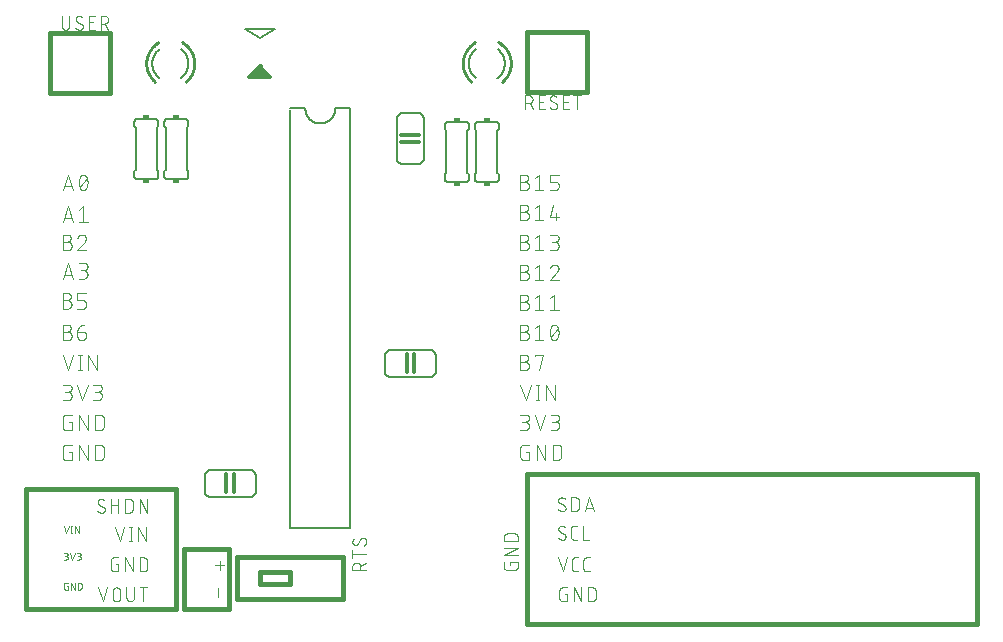
<source format=gbr>
G04 EAGLE Gerber RS-274X export*
G75*
%MOMM*%
%FSLAX34Y34*%
%LPD*%
%INSilkscreen Top*%
%IPPOS*%
%AMOC8*
5,1,8,0,0,1.08239X$1,22.5*%
G01*
%ADD10C,0.101600*%
%ADD11C,0.050800*%
%ADD12C,0.152400*%
%ADD13C,0.304800*%
%ADD14C,0.254000*%
%ADD15R,0.508000X0.381000*%
%ADD16C,0.406400*%
%ADD17C,0.127000*%

G36*
X210829Y456440D02*
X210829Y456440D01*
X210838Y456439D01*
X211031Y456460D01*
X211221Y456479D01*
X211229Y456481D01*
X211238Y456482D01*
X211423Y456541D01*
X211606Y456597D01*
X211613Y456601D01*
X211622Y456604D01*
X211790Y456697D01*
X211960Y456789D01*
X211966Y456794D01*
X211974Y456799D01*
X212121Y456923D01*
X212269Y457046D01*
X212274Y457053D01*
X212281Y457059D01*
X212401Y457211D01*
X212521Y457360D01*
X212525Y457368D01*
X212531Y457375D01*
X212619Y457548D01*
X212707Y457717D01*
X212709Y457726D01*
X212713Y457734D01*
X212765Y457920D01*
X212818Y458104D01*
X212819Y458113D01*
X212821Y458122D01*
X212835Y458315D01*
X212851Y458506D01*
X212850Y458514D01*
X212851Y458523D01*
X212826Y458716D01*
X212804Y458905D01*
X212801Y458914D01*
X212800Y458923D01*
X212739Y459105D01*
X212679Y459288D01*
X212675Y459296D01*
X212672Y459304D01*
X212576Y459471D01*
X212481Y459639D01*
X212476Y459646D01*
X212471Y459653D01*
X212256Y459906D01*
X205231Y466931D01*
X205231Y467360D01*
X205230Y467369D01*
X205231Y467378D01*
X205210Y467571D01*
X205191Y467761D01*
X205189Y467769D01*
X205188Y467778D01*
X205129Y467963D01*
X205073Y468146D01*
X205069Y468153D01*
X205066Y468162D01*
X204973Y468330D01*
X204881Y468500D01*
X204876Y468506D01*
X204871Y468514D01*
X204747Y468661D01*
X204624Y468809D01*
X204617Y468814D01*
X204611Y468821D01*
X204459Y468941D01*
X204310Y469061D01*
X204302Y469065D01*
X204295Y469071D01*
X204122Y469159D01*
X203953Y469247D01*
X203944Y469249D01*
X203936Y469253D01*
X203750Y469305D01*
X203566Y469358D01*
X203557Y469359D01*
X203548Y469361D01*
X203355Y469375D01*
X203164Y469391D01*
X203156Y469390D01*
X203147Y469391D01*
X202954Y469366D01*
X202765Y469344D01*
X202756Y469341D01*
X202747Y469340D01*
X202565Y469279D01*
X202382Y469219D01*
X202374Y469215D01*
X202366Y469212D01*
X202199Y469116D01*
X202031Y469021D01*
X202024Y469016D01*
X202017Y469011D01*
X201764Y468796D01*
X192874Y459906D01*
X192868Y459899D01*
X192861Y459894D01*
X192741Y459744D01*
X192619Y459595D01*
X192614Y459587D01*
X192609Y459580D01*
X192520Y459409D01*
X192430Y459239D01*
X192427Y459231D01*
X192423Y459223D01*
X192370Y459037D01*
X192315Y458853D01*
X192314Y458844D01*
X192312Y458836D01*
X192296Y458644D01*
X192279Y458452D01*
X192280Y458443D01*
X192279Y458434D01*
X192301Y458245D01*
X192322Y458052D01*
X192325Y458043D01*
X192326Y458035D01*
X192385Y457853D01*
X192444Y457668D01*
X192448Y457660D01*
X192451Y457652D01*
X192546Y457483D01*
X192639Y457316D01*
X192644Y457309D01*
X192649Y457301D01*
X192775Y457155D01*
X192899Y457009D01*
X192906Y457003D01*
X192912Y456997D01*
X193063Y456879D01*
X193215Y456759D01*
X193223Y456755D01*
X193230Y456750D01*
X193402Y456664D01*
X193574Y456577D01*
X193582Y456574D01*
X193591Y456570D01*
X193777Y456520D01*
X193962Y456469D01*
X193971Y456468D01*
X193979Y456466D01*
X194310Y456439D01*
X210820Y456439D01*
X210829Y456440D01*
G37*
D10*
X36068Y362458D02*
X40471Y375666D01*
X44873Y362458D01*
X43773Y365760D02*
X37169Y365760D01*
X49604Y369062D02*
X49607Y369322D01*
X49616Y369581D01*
X49632Y369841D01*
X49654Y370100D01*
X49681Y370358D01*
X49715Y370616D01*
X49756Y370872D01*
X49802Y371128D01*
X49854Y371383D01*
X49913Y371636D01*
X49977Y371888D01*
X50048Y372138D01*
X50124Y372386D01*
X50206Y372632D01*
X50294Y372877D01*
X50388Y373119D01*
X50488Y373359D01*
X50594Y373597D01*
X50705Y373831D01*
X50704Y373832D02*
X50739Y373927D01*
X50777Y374022D01*
X50819Y374115D01*
X50865Y374206D01*
X50914Y374296D01*
X50966Y374384D01*
X51021Y374469D01*
X51080Y374553D01*
X51142Y374634D01*
X51206Y374713D01*
X51274Y374789D01*
X51345Y374863D01*
X51418Y374934D01*
X51494Y375002D01*
X51572Y375068D01*
X51653Y375130D01*
X51736Y375190D01*
X51821Y375246D01*
X51908Y375299D01*
X51997Y375348D01*
X52088Y375394D01*
X52181Y375437D01*
X52275Y375476D01*
X52371Y375512D01*
X52468Y375544D01*
X52566Y375573D01*
X52665Y375597D01*
X52765Y375618D01*
X52865Y375635D01*
X52966Y375649D01*
X53068Y375658D01*
X53170Y375664D01*
X53272Y375666D01*
X53374Y375664D01*
X53476Y375658D01*
X53578Y375649D01*
X53679Y375635D01*
X53779Y375618D01*
X53879Y375597D01*
X53978Y375573D01*
X54076Y375544D01*
X54173Y375512D01*
X54269Y375476D01*
X54363Y375437D01*
X54456Y375394D01*
X54547Y375348D01*
X54636Y375299D01*
X54723Y375246D01*
X54808Y375190D01*
X54891Y375130D01*
X54972Y375068D01*
X55050Y375002D01*
X55126Y374934D01*
X55199Y374863D01*
X55270Y374789D01*
X55338Y374713D01*
X55402Y374634D01*
X55464Y374553D01*
X55523Y374469D01*
X55578Y374384D01*
X55630Y374296D01*
X55679Y374206D01*
X55725Y374115D01*
X55767Y374022D01*
X55805Y373927D01*
X55840Y373832D01*
X55840Y373831D02*
X55951Y373596D01*
X56057Y373359D01*
X56157Y373119D01*
X56251Y372877D01*
X56339Y372632D01*
X56421Y372386D01*
X56497Y372138D01*
X56568Y371887D01*
X56632Y371636D01*
X56691Y371383D01*
X56743Y371128D01*
X56789Y370872D01*
X56830Y370616D01*
X56864Y370358D01*
X56891Y370100D01*
X56913Y369841D01*
X56929Y369581D01*
X56938Y369322D01*
X56941Y369062D01*
X49604Y369062D02*
X49607Y368802D01*
X49616Y368543D01*
X49632Y368283D01*
X49654Y368024D01*
X49681Y367766D01*
X49715Y367508D01*
X49756Y367252D01*
X49802Y366996D01*
X49854Y366741D01*
X49913Y366488D01*
X49977Y366237D01*
X50048Y365986D01*
X50124Y365738D01*
X50206Y365492D01*
X50294Y365247D01*
X50388Y365005D01*
X50488Y364765D01*
X50594Y364528D01*
X50705Y364293D01*
X50704Y364292D02*
X50739Y364197D01*
X50777Y364102D01*
X50819Y364009D01*
X50865Y363918D01*
X50914Y363828D01*
X50966Y363740D01*
X51021Y363655D01*
X51080Y363571D01*
X51142Y363490D01*
X51206Y363411D01*
X51274Y363335D01*
X51345Y363261D01*
X51418Y363190D01*
X51494Y363122D01*
X51572Y363056D01*
X51653Y362994D01*
X51736Y362934D01*
X51821Y362878D01*
X51908Y362825D01*
X51997Y362776D01*
X52088Y362730D01*
X52181Y362687D01*
X52275Y362648D01*
X52371Y362612D01*
X52468Y362580D01*
X52566Y362551D01*
X52665Y362527D01*
X52765Y362506D01*
X52865Y362489D01*
X52966Y362475D01*
X53068Y362466D01*
X53170Y362460D01*
X53272Y362458D01*
X55841Y364292D02*
X55952Y364527D01*
X56058Y364765D01*
X56158Y365005D01*
X56252Y365247D01*
X56340Y365491D01*
X56422Y365738D01*
X56498Y365986D01*
X56569Y366236D01*
X56633Y366488D01*
X56692Y366741D01*
X56744Y366996D01*
X56790Y367251D01*
X56831Y367508D01*
X56865Y367766D01*
X56892Y368024D01*
X56914Y368283D01*
X56930Y368542D01*
X56939Y368802D01*
X56942Y369062D01*
X55840Y364292D02*
X55805Y364197D01*
X55767Y364102D01*
X55725Y364009D01*
X55679Y363918D01*
X55630Y363828D01*
X55578Y363740D01*
X55523Y363655D01*
X55464Y363571D01*
X55402Y363490D01*
X55338Y363411D01*
X55270Y363335D01*
X55199Y363261D01*
X55126Y363190D01*
X55050Y363122D01*
X54972Y363056D01*
X54891Y362994D01*
X54808Y362934D01*
X54723Y362878D01*
X54636Y362825D01*
X54547Y362776D01*
X54456Y362730D01*
X54363Y362687D01*
X54269Y362648D01*
X54173Y362612D01*
X54076Y362580D01*
X53978Y362551D01*
X53879Y362527D01*
X53779Y362506D01*
X53679Y362489D01*
X53578Y362475D01*
X53476Y362466D01*
X53374Y362460D01*
X53272Y362458D01*
X50337Y365393D02*
X56207Y372731D01*
X40471Y348996D02*
X36068Y335788D01*
X44873Y335788D02*
X40471Y348996D01*
X43773Y339090D02*
X37169Y339090D01*
X49603Y346061D02*
X53272Y348996D01*
X53272Y335788D01*
X49603Y335788D02*
X56941Y335788D01*
X39737Y318996D02*
X36068Y318996D01*
X39737Y318996D02*
X39857Y318994D01*
X39977Y318988D01*
X40097Y318978D01*
X40216Y318965D01*
X40335Y318947D01*
X40453Y318926D01*
X40570Y318900D01*
X40687Y318871D01*
X40802Y318838D01*
X40916Y318801D01*
X41029Y318761D01*
X41141Y318717D01*
X41251Y318669D01*
X41360Y318618D01*
X41467Y318563D01*
X41571Y318504D01*
X41674Y318443D01*
X41775Y318378D01*
X41874Y318309D01*
X41971Y318238D01*
X42065Y318163D01*
X42156Y318086D01*
X42245Y318005D01*
X42331Y317921D01*
X42415Y317835D01*
X42496Y317746D01*
X42573Y317655D01*
X42648Y317561D01*
X42719Y317464D01*
X42788Y317365D01*
X42853Y317264D01*
X42914Y317162D01*
X42973Y317057D01*
X43028Y316950D01*
X43079Y316841D01*
X43127Y316731D01*
X43171Y316619D01*
X43211Y316506D01*
X43248Y316392D01*
X43281Y316277D01*
X43310Y316160D01*
X43336Y316043D01*
X43357Y315925D01*
X43375Y315806D01*
X43388Y315687D01*
X43398Y315567D01*
X43404Y315447D01*
X43406Y315327D01*
X43404Y315207D01*
X43398Y315087D01*
X43388Y314967D01*
X43375Y314848D01*
X43357Y314729D01*
X43336Y314611D01*
X43310Y314494D01*
X43281Y314377D01*
X43248Y314262D01*
X43211Y314148D01*
X43171Y314035D01*
X43127Y313923D01*
X43079Y313813D01*
X43028Y313704D01*
X42973Y313597D01*
X42914Y313493D01*
X42853Y313390D01*
X42788Y313289D01*
X42719Y313190D01*
X42648Y313093D01*
X42573Y312999D01*
X42496Y312908D01*
X42415Y312819D01*
X42331Y312733D01*
X42245Y312649D01*
X42156Y312568D01*
X42065Y312491D01*
X41971Y312416D01*
X41874Y312345D01*
X41775Y312276D01*
X41674Y312211D01*
X41572Y312150D01*
X41467Y312091D01*
X41360Y312036D01*
X41251Y311985D01*
X41141Y311937D01*
X41029Y311893D01*
X40916Y311853D01*
X40802Y311816D01*
X40687Y311783D01*
X40570Y311754D01*
X40453Y311728D01*
X40335Y311707D01*
X40216Y311689D01*
X40097Y311676D01*
X39977Y311666D01*
X39857Y311660D01*
X39737Y311658D01*
X36068Y311658D01*
X36068Y324866D01*
X39737Y324866D01*
X39844Y324864D01*
X39951Y324858D01*
X40058Y324848D01*
X40164Y324835D01*
X40270Y324817D01*
X40375Y324796D01*
X40479Y324771D01*
X40583Y324742D01*
X40685Y324709D01*
X40785Y324672D01*
X40885Y324632D01*
X40983Y324588D01*
X41079Y324541D01*
X41173Y324490D01*
X41266Y324436D01*
X41356Y324379D01*
X41445Y324318D01*
X41531Y324254D01*
X41614Y324187D01*
X41696Y324117D01*
X41774Y324044D01*
X41850Y323968D01*
X41923Y323890D01*
X41993Y323808D01*
X42060Y323725D01*
X42124Y323639D01*
X42185Y323550D01*
X42242Y323460D01*
X42296Y323367D01*
X42347Y323273D01*
X42394Y323177D01*
X42438Y323079D01*
X42478Y322979D01*
X42515Y322879D01*
X42548Y322777D01*
X42577Y322673D01*
X42602Y322569D01*
X42623Y322464D01*
X42641Y322358D01*
X42654Y322252D01*
X42664Y322145D01*
X42670Y322038D01*
X42672Y321931D01*
X42670Y321824D01*
X42664Y321717D01*
X42654Y321610D01*
X42641Y321504D01*
X42623Y321398D01*
X42602Y321293D01*
X42577Y321189D01*
X42548Y321085D01*
X42515Y320983D01*
X42478Y320883D01*
X42438Y320783D01*
X42394Y320685D01*
X42347Y320589D01*
X42296Y320495D01*
X42242Y320402D01*
X42185Y320312D01*
X42124Y320223D01*
X42060Y320137D01*
X41993Y320054D01*
X41923Y319972D01*
X41850Y319894D01*
X41774Y319818D01*
X41696Y319745D01*
X41614Y319675D01*
X41531Y319608D01*
X41445Y319544D01*
X41356Y319483D01*
X41266Y319426D01*
X41173Y319372D01*
X41079Y319321D01*
X40983Y319274D01*
X40885Y319230D01*
X40785Y319190D01*
X40685Y319153D01*
X40583Y319120D01*
X40479Y319091D01*
X40375Y319066D01*
X40270Y319045D01*
X40164Y319027D01*
X40058Y319014D01*
X39951Y319004D01*
X39844Y318998D01*
X39737Y318996D01*
X52299Y324866D02*
X52412Y324864D01*
X52524Y324858D01*
X52637Y324849D01*
X52749Y324835D01*
X52860Y324818D01*
X52971Y324797D01*
X53081Y324772D01*
X53190Y324744D01*
X53298Y324711D01*
X53405Y324675D01*
X53510Y324636D01*
X53615Y324593D01*
X53717Y324546D01*
X53818Y324496D01*
X53917Y324442D01*
X54015Y324385D01*
X54110Y324325D01*
X54203Y324262D01*
X54294Y324195D01*
X54383Y324125D01*
X54469Y324053D01*
X54553Y323977D01*
X54634Y323899D01*
X54712Y323818D01*
X54788Y323734D01*
X54860Y323648D01*
X54930Y323559D01*
X54997Y323468D01*
X55060Y323375D01*
X55120Y323280D01*
X55177Y323182D01*
X55231Y323083D01*
X55281Y322982D01*
X55328Y322880D01*
X55371Y322775D01*
X55410Y322670D01*
X55446Y322563D01*
X55479Y322455D01*
X55507Y322346D01*
X55532Y322236D01*
X55553Y322125D01*
X55570Y322014D01*
X55584Y321902D01*
X55593Y321789D01*
X55599Y321677D01*
X55601Y321564D01*
X52299Y324866D02*
X52172Y324864D01*
X52045Y324858D01*
X51918Y324849D01*
X51792Y324836D01*
X51666Y324819D01*
X51541Y324798D01*
X51416Y324773D01*
X51293Y324745D01*
X51170Y324713D01*
X51048Y324677D01*
X50927Y324638D01*
X50807Y324595D01*
X50689Y324549D01*
X50572Y324499D01*
X50457Y324445D01*
X50344Y324388D01*
X50232Y324328D01*
X50122Y324265D01*
X50014Y324198D01*
X49908Y324128D01*
X49804Y324055D01*
X49702Y323978D01*
X49603Y323899D01*
X49506Y323817D01*
X49412Y323732D01*
X49320Y323644D01*
X49231Y323554D01*
X49145Y323460D01*
X49061Y323365D01*
X48981Y323267D01*
X48903Y323166D01*
X48828Y323063D01*
X48757Y322958D01*
X48689Y322851D01*
X48624Y322742D01*
X48562Y322631D01*
X48503Y322518D01*
X48448Y322404D01*
X48397Y322288D01*
X48349Y322170D01*
X48304Y322051D01*
X48263Y321931D01*
X54500Y318996D02*
X54582Y319076D01*
X54661Y319159D01*
X54738Y319245D01*
X54812Y319333D01*
X54882Y319424D01*
X54950Y319516D01*
X55015Y319611D01*
X55077Y319708D01*
X55135Y319807D01*
X55191Y319908D01*
X55243Y320010D01*
X55291Y320114D01*
X55336Y320220D01*
X55378Y320327D01*
X55417Y320435D01*
X55451Y320545D01*
X55483Y320655D01*
X55510Y320767D01*
X55534Y320879D01*
X55555Y320992D01*
X55571Y321106D01*
X55584Y321220D01*
X55594Y321334D01*
X55599Y321449D01*
X55601Y321564D01*
X54500Y318996D02*
X48263Y311658D01*
X55601Y311658D01*
X40471Y300736D02*
X36068Y287528D01*
X44873Y287528D02*
X40471Y300736D01*
X43773Y290830D02*
X37169Y290830D01*
X49603Y287528D02*
X53272Y287528D01*
X53392Y287530D01*
X53512Y287536D01*
X53632Y287546D01*
X53751Y287559D01*
X53870Y287577D01*
X53988Y287598D01*
X54105Y287624D01*
X54222Y287653D01*
X54337Y287686D01*
X54451Y287723D01*
X54564Y287763D01*
X54676Y287807D01*
X54786Y287855D01*
X54895Y287906D01*
X55002Y287961D01*
X55107Y288020D01*
X55209Y288081D01*
X55310Y288146D01*
X55409Y288215D01*
X55506Y288286D01*
X55600Y288361D01*
X55691Y288438D01*
X55780Y288519D01*
X55866Y288603D01*
X55950Y288689D01*
X56031Y288778D01*
X56108Y288869D01*
X56183Y288963D01*
X56254Y289060D01*
X56323Y289159D01*
X56388Y289260D01*
X56449Y289363D01*
X56508Y289467D01*
X56563Y289574D01*
X56614Y289683D01*
X56662Y289793D01*
X56706Y289905D01*
X56746Y290018D01*
X56783Y290132D01*
X56816Y290247D01*
X56845Y290364D01*
X56871Y290481D01*
X56892Y290599D01*
X56910Y290718D01*
X56923Y290837D01*
X56933Y290957D01*
X56939Y291077D01*
X56941Y291197D01*
X56939Y291317D01*
X56933Y291437D01*
X56923Y291557D01*
X56910Y291676D01*
X56892Y291795D01*
X56871Y291913D01*
X56845Y292030D01*
X56816Y292147D01*
X56783Y292262D01*
X56746Y292376D01*
X56706Y292489D01*
X56662Y292601D01*
X56614Y292711D01*
X56563Y292820D01*
X56508Y292927D01*
X56449Y293032D01*
X56388Y293134D01*
X56323Y293235D01*
X56254Y293334D01*
X56183Y293431D01*
X56108Y293525D01*
X56031Y293616D01*
X55950Y293705D01*
X55866Y293791D01*
X55780Y293875D01*
X55691Y293956D01*
X55600Y294033D01*
X55506Y294108D01*
X55409Y294179D01*
X55310Y294248D01*
X55209Y294313D01*
X55106Y294374D01*
X55002Y294433D01*
X54895Y294488D01*
X54786Y294539D01*
X54676Y294587D01*
X54564Y294631D01*
X54451Y294671D01*
X54337Y294708D01*
X54222Y294741D01*
X54105Y294770D01*
X53988Y294796D01*
X53870Y294817D01*
X53751Y294835D01*
X53632Y294848D01*
X53512Y294858D01*
X53392Y294864D01*
X53272Y294866D01*
X54006Y300736D02*
X49603Y300736D01*
X54006Y300736D02*
X54113Y300734D01*
X54220Y300728D01*
X54327Y300718D01*
X54433Y300705D01*
X54539Y300687D01*
X54644Y300666D01*
X54748Y300641D01*
X54852Y300612D01*
X54954Y300579D01*
X55054Y300542D01*
X55154Y300502D01*
X55252Y300458D01*
X55348Y300411D01*
X55442Y300360D01*
X55535Y300306D01*
X55625Y300249D01*
X55714Y300188D01*
X55800Y300124D01*
X55883Y300057D01*
X55965Y299987D01*
X56043Y299914D01*
X56119Y299838D01*
X56192Y299760D01*
X56262Y299678D01*
X56329Y299595D01*
X56393Y299509D01*
X56454Y299420D01*
X56511Y299330D01*
X56565Y299237D01*
X56616Y299143D01*
X56663Y299047D01*
X56707Y298949D01*
X56747Y298849D01*
X56784Y298749D01*
X56817Y298647D01*
X56846Y298543D01*
X56871Y298439D01*
X56892Y298334D01*
X56910Y298228D01*
X56923Y298122D01*
X56933Y298015D01*
X56939Y297908D01*
X56941Y297801D01*
X56939Y297694D01*
X56933Y297587D01*
X56923Y297480D01*
X56910Y297374D01*
X56892Y297268D01*
X56871Y297163D01*
X56846Y297059D01*
X56817Y296955D01*
X56784Y296853D01*
X56747Y296753D01*
X56707Y296653D01*
X56663Y296555D01*
X56616Y296459D01*
X56565Y296365D01*
X56511Y296272D01*
X56454Y296182D01*
X56393Y296093D01*
X56329Y296007D01*
X56262Y295924D01*
X56192Y295842D01*
X56119Y295764D01*
X56043Y295688D01*
X55965Y295615D01*
X55883Y295545D01*
X55800Y295478D01*
X55714Y295414D01*
X55625Y295353D01*
X55535Y295296D01*
X55442Y295242D01*
X55348Y295191D01*
X55252Y295144D01*
X55154Y295100D01*
X55054Y295060D01*
X54954Y295023D01*
X54852Y294990D01*
X54748Y294961D01*
X54644Y294936D01*
X54539Y294915D01*
X54433Y294897D01*
X54327Y294884D01*
X54220Y294874D01*
X54113Y294868D01*
X54006Y294866D01*
X51071Y294866D01*
X39737Y269466D02*
X36068Y269466D01*
X39737Y269466D02*
X39857Y269464D01*
X39977Y269458D01*
X40097Y269448D01*
X40216Y269435D01*
X40335Y269417D01*
X40453Y269396D01*
X40570Y269370D01*
X40687Y269341D01*
X40802Y269308D01*
X40916Y269271D01*
X41029Y269231D01*
X41141Y269187D01*
X41251Y269139D01*
X41360Y269088D01*
X41467Y269033D01*
X41571Y268974D01*
X41674Y268913D01*
X41775Y268848D01*
X41874Y268779D01*
X41971Y268708D01*
X42065Y268633D01*
X42156Y268556D01*
X42245Y268475D01*
X42331Y268391D01*
X42415Y268305D01*
X42496Y268216D01*
X42573Y268125D01*
X42648Y268031D01*
X42719Y267934D01*
X42788Y267835D01*
X42853Y267734D01*
X42914Y267632D01*
X42973Y267527D01*
X43028Y267420D01*
X43079Y267311D01*
X43127Y267201D01*
X43171Y267089D01*
X43211Y266976D01*
X43248Y266862D01*
X43281Y266747D01*
X43310Y266630D01*
X43336Y266513D01*
X43357Y266395D01*
X43375Y266276D01*
X43388Y266157D01*
X43398Y266037D01*
X43404Y265917D01*
X43406Y265797D01*
X43404Y265677D01*
X43398Y265557D01*
X43388Y265437D01*
X43375Y265318D01*
X43357Y265199D01*
X43336Y265081D01*
X43310Y264964D01*
X43281Y264847D01*
X43248Y264732D01*
X43211Y264618D01*
X43171Y264505D01*
X43127Y264393D01*
X43079Y264283D01*
X43028Y264174D01*
X42973Y264067D01*
X42914Y263963D01*
X42853Y263860D01*
X42788Y263759D01*
X42719Y263660D01*
X42648Y263563D01*
X42573Y263469D01*
X42496Y263378D01*
X42415Y263289D01*
X42331Y263203D01*
X42245Y263119D01*
X42156Y263038D01*
X42065Y262961D01*
X41971Y262886D01*
X41874Y262815D01*
X41775Y262746D01*
X41674Y262681D01*
X41572Y262620D01*
X41467Y262561D01*
X41360Y262506D01*
X41251Y262455D01*
X41141Y262407D01*
X41029Y262363D01*
X40916Y262323D01*
X40802Y262286D01*
X40687Y262253D01*
X40570Y262224D01*
X40453Y262198D01*
X40335Y262177D01*
X40216Y262159D01*
X40097Y262146D01*
X39977Y262136D01*
X39857Y262130D01*
X39737Y262128D01*
X36068Y262128D01*
X36068Y275336D01*
X39737Y275336D01*
X39844Y275334D01*
X39951Y275328D01*
X40058Y275318D01*
X40164Y275305D01*
X40270Y275287D01*
X40375Y275266D01*
X40479Y275241D01*
X40583Y275212D01*
X40685Y275179D01*
X40785Y275142D01*
X40885Y275102D01*
X40983Y275058D01*
X41079Y275011D01*
X41173Y274960D01*
X41266Y274906D01*
X41356Y274849D01*
X41445Y274788D01*
X41531Y274724D01*
X41614Y274657D01*
X41696Y274587D01*
X41774Y274514D01*
X41850Y274438D01*
X41923Y274360D01*
X41993Y274278D01*
X42060Y274195D01*
X42124Y274109D01*
X42185Y274020D01*
X42242Y273930D01*
X42296Y273837D01*
X42347Y273743D01*
X42394Y273647D01*
X42438Y273549D01*
X42478Y273449D01*
X42515Y273349D01*
X42548Y273247D01*
X42577Y273143D01*
X42602Y273039D01*
X42623Y272934D01*
X42641Y272828D01*
X42654Y272722D01*
X42664Y272615D01*
X42670Y272508D01*
X42672Y272401D01*
X42670Y272294D01*
X42664Y272187D01*
X42654Y272080D01*
X42641Y271974D01*
X42623Y271868D01*
X42602Y271763D01*
X42577Y271659D01*
X42548Y271555D01*
X42515Y271453D01*
X42478Y271353D01*
X42438Y271253D01*
X42394Y271155D01*
X42347Y271059D01*
X42296Y270965D01*
X42242Y270872D01*
X42185Y270782D01*
X42124Y270693D01*
X42060Y270607D01*
X41993Y270524D01*
X41923Y270442D01*
X41850Y270364D01*
X41774Y270288D01*
X41696Y270215D01*
X41614Y270145D01*
X41531Y270078D01*
X41445Y270014D01*
X41356Y269953D01*
X41266Y269896D01*
X41173Y269842D01*
X41079Y269791D01*
X40983Y269744D01*
X40885Y269700D01*
X40785Y269660D01*
X40685Y269623D01*
X40583Y269590D01*
X40479Y269561D01*
X40375Y269536D01*
X40270Y269515D01*
X40164Y269497D01*
X40058Y269484D01*
X39951Y269474D01*
X39844Y269468D01*
X39737Y269466D01*
X48263Y262128D02*
X52666Y262128D01*
X52773Y262130D01*
X52880Y262136D01*
X52987Y262146D01*
X53093Y262159D01*
X53199Y262177D01*
X53304Y262198D01*
X53408Y262223D01*
X53512Y262252D01*
X53614Y262285D01*
X53714Y262322D01*
X53814Y262362D01*
X53912Y262406D01*
X54008Y262453D01*
X54102Y262504D01*
X54195Y262558D01*
X54285Y262615D01*
X54374Y262676D01*
X54460Y262740D01*
X54543Y262807D01*
X54625Y262877D01*
X54703Y262950D01*
X54779Y263026D01*
X54852Y263104D01*
X54922Y263186D01*
X54989Y263269D01*
X55053Y263355D01*
X55114Y263444D01*
X55171Y263534D01*
X55225Y263627D01*
X55276Y263721D01*
X55324Y263817D01*
X55367Y263915D01*
X55407Y264015D01*
X55444Y264115D01*
X55477Y264217D01*
X55506Y264321D01*
X55531Y264425D01*
X55552Y264530D01*
X55570Y264636D01*
X55583Y264742D01*
X55593Y264849D01*
X55599Y264956D01*
X55601Y265063D01*
X55601Y266531D01*
X55599Y266638D01*
X55593Y266745D01*
X55583Y266852D01*
X55570Y266958D01*
X55552Y267064D01*
X55531Y267169D01*
X55506Y267273D01*
X55477Y267377D01*
X55444Y267479D01*
X55407Y267579D01*
X55367Y267679D01*
X55323Y267777D01*
X55276Y267873D01*
X55225Y267967D01*
X55171Y268060D01*
X55114Y268150D01*
X55053Y268239D01*
X54989Y268325D01*
X54922Y268408D01*
X54852Y268490D01*
X54779Y268568D01*
X54703Y268644D01*
X54625Y268717D01*
X54543Y268787D01*
X54460Y268854D01*
X54374Y268918D01*
X54285Y268979D01*
X54195Y269036D01*
X54102Y269090D01*
X54008Y269141D01*
X53912Y269188D01*
X53814Y269232D01*
X53714Y269272D01*
X53614Y269309D01*
X53512Y269342D01*
X53408Y269371D01*
X53304Y269396D01*
X53199Y269417D01*
X53093Y269435D01*
X52987Y269448D01*
X52880Y269458D01*
X52773Y269464D01*
X52666Y269466D01*
X48263Y269466D01*
X48263Y275336D01*
X55601Y275336D01*
X39737Y242796D02*
X36068Y242796D01*
X39737Y242796D02*
X39857Y242794D01*
X39977Y242788D01*
X40097Y242778D01*
X40216Y242765D01*
X40335Y242747D01*
X40453Y242726D01*
X40570Y242700D01*
X40687Y242671D01*
X40802Y242638D01*
X40916Y242601D01*
X41029Y242561D01*
X41141Y242517D01*
X41251Y242469D01*
X41360Y242418D01*
X41467Y242363D01*
X41571Y242304D01*
X41674Y242243D01*
X41775Y242178D01*
X41874Y242109D01*
X41971Y242038D01*
X42065Y241963D01*
X42156Y241886D01*
X42245Y241805D01*
X42331Y241721D01*
X42415Y241635D01*
X42496Y241546D01*
X42573Y241455D01*
X42648Y241361D01*
X42719Y241264D01*
X42788Y241165D01*
X42853Y241064D01*
X42914Y240962D01*
X42973Y240857D01*
X43028Y240750D01*
X43079Y240641D01*
X43127Y240531D01*
X43171Y240419D01*
X43211Y240306D01*
X43248Y240192D01*
X43281Y240077D01*
X43310Y239960D01*
X43336Y239843D01*
X43357Y239725D01*
X43375Y239606D01*
X43388Y239487D01*
X43398Y239367D01*
X43404Y239247D01*
X43406Y239127D01*
X43404Y239007D01*
X43398Y238887D01*
X43388Y238767D01*
X43375Y238648D01*
X43357Y238529D01*
X43336Y238411D01*
X43310Y238294D01*
X43281Y238177D01*
X43248Y238062D01*
X43211Y237948D01*
X43171Y237835D01*
X43127Y237723D01*
X43079Y237613D01*
X43028Y237504D01*
X42973Y237397D01*
X42914Y237293D01*
X42853Y237190D01*
X42788Y237089D01*
X42719Y236990D01*
X42648Y236893D01*
X42573Y236799D01*
X42496Y236708D01*
X42415Y236619D01*
X42331Y236533D01*
X42245Y236449D01*
X42156Y236368D01*
X42065Y236291D01*
X41971Y236216D01*
X41874Y236145D01*
X41775Y236076D01*
X41674Y236011D01*
X41572Y235950D01*
X41467Y235891D01*
X41360Y235836D01*
X41251Y235785D01*
X41141Y235737D01*
X41029Y235693D01*
X40916Y235653D01*
X40802Y235616D01*
X40687Y235583D01*
X40570Y235554D01*
X40453Y235528D01*
X40335Y235507D01*
X40216Y235489D01*
X40097Y235476D01*
X39977Y235466D01*
X39857Y235460D01*
X39737Y235458D01*
X36068Y235458D01*
X36068Y248666D01*
X39737Y248666D01*
X39844Y248664D01*
X39951Y248658D01*
X40058Y248648D01*
X40164Y248635D01*
X40270Y248617D01*
X40375Y248596D01*
X40479Y248571D01*
X40583Y248542D01*
X40685Y248509D01*
X40785Y248472D01*
X40885Y248432D01*
X40983Y248388D01*
X41079Y248341D01*
X41173Y248290D01*
X41266Y248236D01*
X41356Y248179D01*
X41445Y248118D01*
X41531Y248054D01*
X41614Y247987D01*
X41696Y247917D01*
X41774Y247844D01*
X41850Y247768D01*
X41923Y247690D01*
X41993Y247608D01*
X42060Y247525D01*
X42124Y247439D01*
X42185Y247350D01*
X42242Y247260D01*
X42296Y247167D01*
X42347Y247073D01*
X42394Y246977D01*
X42438Y246879D01*
X42478Y246779D01*
X42515Y246679D01*
X42548Y246577D01*
X42577Y246473D01*
X42602Y246369D01*
X42623Y246264D01*
X42641Y246158D01*
X42654Y246052D01*
X42664Y245945D01*
X42670Y245838D01*
X42672Y245731D01*
X42670Y245624D01*
X42664Y245517D01*
X42654Y245410D01*
X42641Y245304D01*
X42623Y245198D01*
X42602Y245093D01*
X42577Y244989D01*
X42548Y244885D01*
X42515Y244783D01*
X42478Y244683D01*
X42438Y244583D01*
X42394Y244485D01*
X42347Y244389D01*
X42296Y244295D01*
X42242Y244202D01*
X42185Y244112D01*
X42124Y244023D01*
X42060Y243937D01*
X41993Y243854D01*
X41923Y243772D01*
X41850Y243694D01*
X41774Y243618D01*
X41696Y243545D01*
X41614Y243475D01*
X41531Y243408D01*
X41445Y243344D01*
X41356Y243283D01*
X41266Y243226D01*
X41173Y243172D01*
X41079Y243121D01*
X40983Y243074D01*
X40885Y243030D01*
X40785Y242990D01*
X40685Y242953D01*
X40583Y242920D01*
X40479Y242891D01*
X40375Y242866D01*
X40270Y242845D01*
X40164Y242827D01*
X40058Y242814D01*
X39951Y242804D01*
X39844Y242798D01*
X39737Y242796D01*
X48263Y242796D02*
X52666Y242796D01*
X52773Y242794D01*
X52880Y242788D01*
X52987Y242778D01*
X53093Y242765D01*
X53199Y242747D01*
X53304Y242726D01*
X53408Y242701D01*
X53512Y242672D01*
X53614Y242639D01*
X53714Y242602D01*
X53814Y242562D01*
X53912Y242518D01*
X54008Y242471D01*
X54102Y242420D01*
X54195Y242366D01*
X54285Y242309D01*
X54374Y242248D01*
X54460Y242184D01*
X54543Y242117D01*
X54625Y242047D01*
X54703Y241974D01*
X54779Y241898D01*
X54852Y241820D01*
X54922Y241738D01*
X54989Y241655D01*
X55053Y241569D01*
X55114Y241480D01*
X55171Y241390D01*
X55225Y241297D01*
X55276Y241203D01*
X55323Y241107D01*
X55367Y241009D01*
X55407Y240909D01*
X55444Y240809D01*
X55477Y240707D01*
X55506Y240603D01*
X55531Y240499D01*
X55552Y240394D01*
X55570Y240288D01*
X55583Y240182D01*
X55593Y240075D01*
X55599Y239968D01*
X55601Y239861D01*
X55601Y239127D01*
X55599Y239007D01*
X55593Y238887D01*
X55583Y238767D01*
X55570Y238648D01*
X55552Y238529D01*
X55531Y238411D01*
X55505Y238294D01*
X55476Y238177D01*
X55443Y238062D01*
X55406Y237948D01*
X55366Y237835D01*
X55322Y237723D01*
X55274Y237613D01*
X55223Y237504D01*
X55168Y237397D01*
X55109Y237293D01*
X55048Y237190D01*
X54983Y237089D01*
X54914Y236990D01*
X54843Y236893D01*
X54768Y236799D01*
X54691Y236708D01*
X54610Y236619D01*
X54526Y236533D01*
X54440Y236449D01*
X54351Y236368D01*
X54260Y236291D01*
X54166Y236216D01*
X54069Y236145D01*
X53970Y236076D01*
X53869Y236011D01*
X53767Y235950D01*
X53662Y235891D01*
X53555Y235836D01*
X53446Y235785D01*
X53336Y235737D01*
X53224Y235693D01*
X53111Y235653D01*
X52997Y235616D01*
X52882Y235583D01*
X52765Y235554D01*
X52648Y235528D01*
X52530Y235507D01*
X52411Y235489D01*
X52292Y235476D01*
X52172Y235466D01*
X52052Y235460D01*
X51932Y235458D01*
X51812Y235460D01*
X51692Y235466D01*
X51572Y235476D01*
X51453Y235489D01*
X51334Y235507D01*
X51216Y235528D01*
X51099Y235554D01*
X50982Y235583D01*
X50867Y235616D01*
X50753Y235653D01*
X50640Y235693D01*
X50528Y235737D01*
X50418Y235785D01*
X50309Y235836D01*
X50202Y235891D01*
X50098Y235950D01*
X49995Y236011D01*
X49894Y236076D01*
X49795Y236145D01*
X49698Y236216D01*
X49604Y236291D01*
X49513Y236368D01*
X49424Y236449D01*
X49338Y236533D01*
X49254Y236619D01*
X49173Y236708D01*
X49096Y236799D01*
X49021Y236893D01*
X48950Y236990D01*
X48881Y237089D01*
X48816Y237190D01*
X48755Y237293D01*
X48696Y237397D01*
X48641Y237504D01*
X48590Y237613D01*
X48542Y237723D01*
X48498Y237835D01*
X48458Y237948D01*
X48421Y238062D01*
X48388Y238177D01*
X48359Y238294D01*
X48333Y238411D01*
X48312Y238529D01*
X48294Y238648D01*
X48281Y238767D01*
X48271Y238887D01*
X48265Y239007D01*
X48263Y239127D01*
X48263Y242796D01*
X48264Y242796D02*
X48266Y242947D01*
X48272Y243098D01*
X48282Y243249D01*
X48295Y243400D01*
X48313Y243550D01*
X48334Y243699D01*
X48359Y243848D01*
X48388Y243997D01*
X48421Y244144D01*
X48458Y244291D01*
X48498Y244437D01*
X48542Y244581D01*
X48590Y244725D01*
X48641Y244867D01*
X48696Y245007D01*
X48755Y245147D01*
X48818Y245284D01*
X48883Y245420D01*
X48953Y245555D01*
X49025Y245687D01*
X49102Y245818D01*
X49181Y245946D01*
X49264Y246073D01*
X49350Y246197D01*
X49439Y246319D01*
X49531Y246439D01*
X49627Y246556D01*
X49725Y246671D01*
X49826Y246783D01*
X49930Y246893D01*
X50037Y247000D01*
X50147Y247104D01*
X50259Y247205D01*
X50374Y247303D01*
X50491Y247399D01*
X50611Y247491D01*
X50733Y247580D01*
X50857Y247666D01*
X50984Y247749D01*
X51112Y247828D01*
X51243Y247905D01*
X51375Y247977D01*
X51510Y248047D01*
X51646Y248112D01*
X51783Y248175D01*
X51923Y248234D01*
X52063Y248289D01*
X52205Y248340D01*
X52349Y248388D01*
X52493Y248432D01*
X52639Y248472D01*
X52786Y248509D01*
X52933Y248542D01*
X53082Y248571D01*
X53231Y248596D01*
X53380Y248617D01*
X53530Y248635D01*
X53681Y248648D01*
X53832Y248658D01*
X53983Y248664D01*
X54134Y248666D01*
X36068Y223266D02*
X40471Y210058D01*
X44873Y223266D01*
X50712Y223266D02*
X50712Y210058D01*
X52179Y210058D02*
X49244Y210058D01*
X49244Y223266D02*
X52179Y223266D01*
X57711Y223266D02*
X57711Y210058D01*
X65049Y210058D02*
X57711Y223266D01*
X65049Y223266D02*
X65049Y210058D01*
X39737Y184658D02*
X36068Y184658D01*
X39737Y184658D02*
X39857Y184660D01*
X39977Y184666D01*
X40097Y184676D01*
X40216Y184689D01*
X40335Y184707D01*
X40453Y184728D01*
X40570Y184754D01*
X40687Y184783D01*
X40802Y184816D01*
X40916Y184853D01*
X41029Y184893D01*
X41141Y184937D01*
X41251Y184985D01*
X41360Y185036D01*
X41467Y185091D01*
X41572Y185150D01*
X41674Y185211D01*
X41775Y185276D01*
X41874Y185345D01*
X41971Y185416D01*
X42065Y185491D01*
X42156Y185568D01*
X42245Y185649D01*
X42331Y185733D01*
X42415Y185819D01*
X42496Y185908D01*
X42573Y185999D01*
X42648Y186093D01*
X42719Y186190D01*
X42788Y186289D01*
X42853Y186390D01*
X42914Y186493D01*
X42973Y186597D01*
X43028Y186704D01*
X43079Y186813D01*
X43127Y186923D01*
X43171Y187035D01*
X43211Y187148D01*
X43248Y187262D01*
X43281Y187377D01*
X43310Y187494D01*
X43336Y187611D01*
X43357Y187729D01*
X43375Y187848D01*
X43388Y187967D01*
X43398Y188087D01*
X43404Y188207D01*
X43406Y188327D01*
X43404Y188447D01*
X43398Y188567D01*
X43388Y188687D01*
X43375Y188806D01*
X43357Y188925D01*
X43336Y189043D01*
X43310Y189160D01*
X43281Y189277D01*
X43248Y189392D01*
X43211Y189506D01*
X43171Y189619D01*
X43127Y189731D01*
X43079Y189841D01*
X43028Y189950D01*
X42973Y190057D01*
X42914Y190162D01*
X42853Y190264D01*
X42788Y190365D01*
X42719Y190464D01*
X42648Y190561D01*
X42573Y190655D01*
X42496Y190746D01*
X42415Y190835D01*
X42331Y190921D01*
X42245Y191005D01*
X42156Y191086D01*
X42065Y191163D01*
X41971Y191238D01*
X41874Y191309D01*
X41775Y191378D01*
X41674Y191443D01*
X41571Y191504D01*
X41467Y191563D01*
X41360Y191618D01*
X41251Y191669D01*
X41141Y191717D01*
X41029Y191761D01*
X40916Y191801D01*
X40802Y191838D01*
X40687Y191871D01*
X40570Y191900D01*
X40453Y191926D01*
X40335Y191947D01*
X40216Y191965D01*
X40097Y191978D01*
X39977Y191988D01*
X39857Y191994D01*
X39737Y191996D01*
X40471Y197866D02*
X36068Y197866D01*
X40471Y197866D02*
X40578Y197864D01*
X40685Y197858D01*
X40792Y197848D01*
X40898Y197835D01*
X41004Y197817D01*
X41109Y197796D01*
X41213Y197771D01*
X41317Y197742D01*
X41419Y197709D01*
X41519Y197672D01*
X41619Y197632D01*
X41717Y197588D01*
X41813Y197541D01*
X41907Y197490D01*
X42000Y197436D01*
X42090Y197379D01*
X42179Y197318D01*
X42265Y197254D01*
X42348Y197187D01*
X42430Y197117D01*
X42508Y197044D01*
X42584Y196968D01*
X42657Y196890D01*
X42727Y196808D01*
X42794Y196725D01*
X42858Y196639D01*
X42919Y196550D01*
X42976Y196460D01*
X43030Y196367D01*
X43081Y196273D01*
X43128Y196177D01*
X43172Y196079D01*
X43212Y195979D01*
X43249Y195879D01*
X43282Y195777D01*
X43311Y195673D01*
X43336Y195569D01*
X43357Y195464D01*
X43375Y195358D01*
X43388Y195252D01*
X43398Y195145D01*
X43404Y195038D01*
X43406Y194931D01*
X43404Y194824D01*
X43398Y194717D01*
X43388Y194610D01*
X43375Y194504D01*
X43357Y194398D01*
X43336Y194293D01*
X43311Y194189D01*
X43282Y194085D01*
X43249Y193983D01*
X43212Y193883D01*
X43172Y193783D01*
X43128Y193685D01*
X43081Y193589D01*
X43030Y193495D01*
X42976Y193402D01*
X42919Y193312D01*
X42858Y193223D01*
X42794Y193137D01*
X42727Y193054D01*
X42657Y192972D01*
X42584Y192894D01*
X42508Y192818D01*
X42430Y192745D01*
X42348Y192675D01*
X42265Y192608D01*
X42179Y192544D01*
X42090Y192483D01*
X42000Y192426D01*
X41907Y192372D01*
X41813Y192321D01*
X41717Y192274D01*
X41619Y192230D01*
X41519Y192190D01*
X41419Y192153D01*
X41317Y192120D01*
X41213Y192091D01*
X41109Y192066D01*
X41004Y192045D01*
X40898Y192027D01*
X40792Y192014D01*
X40685Y192004D01*
X40578Y191998D01*
X40471Y191996D01*
X37536Y191996D01*
X48136Y197866D02*
X52538Y184658D01*
X56941Y197866D01*
X61671Y184658D02*
X65340Y184658D01*
X65460Y184660D01*
X65580Y184666D01*
X65700Y184676D01*
X65819Y184689D01*
X65938Y184707D01*
X66056Y184728D01*
X66173Y184754D01*
X66290Y184783D01*
X66405Y184816D01*
X66519Y184853D01*
X66632Y184893D01*
X66744Y184937D01*
X66854Y184985D01*
X66963Y185036D01*
X67070Y185091D01*
X67175Y185150D01*
X67277Y185211D01*
X67378Y185276D01*
X67477Y185345D01*
X67574Y185416D01*
X67668Y185491D01*
X67759Y185568D01*
X67848Y185649D01*
X67934Y185733D01*
X68018Y185819D01*
X68099Y185908D01*
X68176Y185999D01*
X68251Y186093D01*
X68322Y186190D01*
X68391Y186289D01*
X68456Y186390D01*
X68517Y186493D01*
X68576Y186597D01*
X68631Y186704D01*
X68682Y186813D01*
X68730Y186923D01*
X68774Y187035D01*
X68814Y187148D01*
X68851Y187262D01*
X68884Y187377D01*
X68913Y187494D01*
X68939Y187611D01*
X68960Y187729D01*
X68978Y187848D01*
X68991Y187967D01*
X69001Y188087D01*
X69007Y188207D01*
X69009Y188327D01*
X69007Y188447D01*
X69001Y188567D01*
X68991Y188687D01*
X68978Y188806D01*
X68960Y188925D01*
X68939Y189043D01*
X68913Y189160D01*
X68884Y189277D01*
X68851Y189392D01*
X68814Y189506D01*
X68774Y189619D01*
X68730Y189731D01*
X68682Y189841D01*
X68631Y189950D01*
X68576Y190057D01*
X68517Y190162D01*
X68456Y190264D01*
X68391Y190365D01*
X68322Y190464D01*
X68251Y190561D01*
X68176Y190655D01*
X68099Y190746D01*
X68018Y190835D01*
X67934Y190921D01*
X67848Y191005D01*
X67759Y191086D01*
X67668Y191163D01*
X67574Y191238D01*
X67477Y191309D01*
X67378Y191378D01*
X67277Y191443D01*
X67174Y191504D01*
X67070Y191563D01*
X66963Y191618D01*
X66854Y191669D01*
X66744Y191717D01*
X66632Y191761D01*
X66519Y191801D01*
X66405Y191838D01*
X66290Y191871D01*
X66173Y191900D01*
X66056Y191926D01*
X65938Y191947D01*
X65819Y191965D01*
X65700Y191978D01*
X65580Y191988D01*
X65460Y191994D01*
X65340Y191996D01*
X66074Y197866D02*
X61671Y197866D01*
X66074Y197866D02*
X66181Y197864D01*
X66288Y197858D01*
X66395Y197848D01*
X66501Y197835D01*
X66607Y197817D01*
X66712Y197796D01*
X66816Y197771D01*
X66920Y197742D01*
X67022Y197709D01*
X67122Y197672D01*
X67222Y197632D01*
X67320Y197588D01*
X67416Y197541D01*
X67510Y197490D01*
X67603Y197436D01*
X67693Y197379D01*
X67782Y197318D01*
X67868Y197254D01*
X67951Y197187D01*
X68033Y197117D01*
X68111Y197044D01*
X68187Y196968D01*
X68260Y196890D01*
X68330Y196808D01*
X68397Y196725D01*
X68461Y196639D01*
X68522Y196550D01*
X68579Y196460D01*
X68633Y196367D01*
X68684Y196273D01*
X68731Y196177D01*
X68775Y196079D01*
X68815Y195979D01*
X68852Y195879D01*
X68885Y195777D01*
X68914Y195673D01*
X68939Y195569D01*
X68960Y195464D01*
X68978Y195358D01*
X68991Y195252D01*
X69001Y195145D01*
X69007Y195038D01*
X69009Y194931D01*
X69007Y194824D01*
X69001Y194717D01*
X68991Y194610D01*
X68978Y194504D01*
X68960Y194398D01*
X68939Y194293D01*
X68914Y194189D01*
X68885Y194085D01*
X68852Y193983D01*
X68815Y193883D01*
X68775Y193783D01*
X68731Y193685D01*
X68684Y193589D01*
X68633Y193495D01*
X68579Y193402D01*
X68522Y193312D01*
X68461Y193223D01*
X68397Y193137D01*
X68330Y193054D01*
X68260Y192972D01*
X68187Y192894D01*
X68111Y192818D01*
X68033Y192745D01*
X67951Y192675D01*
X67868Y192608D01*
X67782Y192544D01*
X67693Y192483D01*
X67603Y192426D01*
X67510Y192372D01*
X67416Y192321D01*
X67320Y192274D01*
X67222Y192230D01*
X67122Y192190D01*
X67022Y192153D01*
X66920Y192120D01*
X66816Y192091D01*
X66712Y192066D01*
X66607Y192045D01*
X66501Y192027D01*
X66395Y192014D01*
X66288Y192004D01*
X66181Y191998D01*
X66074Y191996D01*
X63139Y191996D01*
X43406Y166596D02*
X41204Y166596D01*
X43406Y166596D02*
X43406Y159258D01*
X39003Y159258D01*
X38896Y159260D01*
X38789Y159266D01*
X38682Y159276D01*
X38576Y159289D01*
X38470Y159307D01*
X38365Y159328D01*
X38261Y159353D01*
X38157Y159382D01*
X38055Y159415D01*
X37955Y159452D01*
X37855Y159492D01*
X37757Y159536D01*
X37661Y159583D01*
X37567Y159634D01*
X37474Y159688D01*
X37384Y159745D01*
X37295Y159806D01*
X37209Y159870D01*
X37126Y159937D01*
X37044Y160007D01*
X36966Y160080D01*
X36890Y160156D01*
X36817Y160234D01*
X36747Y160316D01*
X36680Y160399D01*
X36616Y160485D01*
X36555Y160574D01*
X36498Y160664D01*
X36444Y160757D01*
X36393Y160851D01*
X36346Y160947D01*
X36302Y161045D01*
X36262Y161145D01*
X36225Y161245D01*
X36192Y161347D01*
X36163Y161451D01*
X36138Y161555D01*
X36117Y161660D01*
X36099Y161766D01*
X36086Y161872D01*
X36076Y161979D01*
X36070Y162086D01*
X36068Y162193D01*
X36068Y169531D01*
X36070Y169638D01*
X36076Y169745D01*
X36086Y169852D01*
X36099Y169958D01*
X36117Y170064D01*
X36138Y170169D01*
X36163Y170273D01*
X36192Y170377D01*
X36225Y170479D01*
X36262Y170579D01*
X36302Y170679D01*
X36346Y170777D01*
X36393Y170873D01*
X36444Y170967D01*
X36498Y171060D01*
X36555Y171150D01*
X36616Y171239D01*
X36680Y171325D01*
X36747Y171408D01*
X36817Y171490D01*
X36890Y171568D01*
X36966Y171644D01*
X37044Y171717D01*
X37126Y171787D01*
X37209Y171854D01*
X37295Y171918D01*
X37384Y171979D01*
X37474Y172036D01*
X37567Y172090D01*
X37661Y172141D01*
X37757Y172188D01*
X37855Y172232D01*
X37955Y172272D01*
X38055Y172309D01*
X38157Y172342D01*
X38261Y172371D01*
X38365Y172396D01*
X38470Y172417D01*
X38576Y172435D01*
X38682Y172448D01*
X38789Y172458D01*
X38896Y172464D01*
X39003Y172466D01*
X43406Y172466D01*
X49723Y172466D02*
X49723Y159258D01*
X57061Y159258D02*
X49723Y172466D01*
X57061Y172466D02*
X57061Y159258D01*
X63378Y159258D02*
X63378Y172466D01*
X67047Y172466D01*
X67167Y172464D01*
X67287Y172458D01*
X67407Y172448D01*
X67526Y172435D01*
X67645Y172417D01*
X67763Y172396D01*
X67880Y172370D01*
X67997Y172341D01*
X68112Y172308D01*
X68226Y172271D01*
X68339Y172231D01*
X68451Y172187D01*
X68561Y172139D01*
X68670Y172088D01*
X68777Y172033D01*
X68882Y171974D01*
X68984Y171913D01*
X69085Y171848D01*
X69184Y171779D01*
X69281Y171708D01*
X69375Y171633D01*
X69466Y171556D01*
X69555Y171475D01*
X69641Y171391D01*
X69725Y171305D01*
X69806Y171216D01*
X69883Y171125D01*
X69958Y171031D01*
X70029Y170934D01*
X70098Y170835D01*
X70163Y170734D01*
X70224Y170632D01*
X70283Y170527D01*
X70338Y170420D01*
X70389Y170311D01*
X70437Y170201D01*
X70481Y170089D01*
X70521Y169976D01*
X70558Y169862D01*
X70591Y169747D01*
X70620Y169630D01*
X70646Y169513D01*
X70667Y169395D01*
X70685Y169276D01*
X70698Y169157D01*
X70708Y169037D01*
X70714Y168917D01*
X70716Y168797D01*
X70716Y162927D01*
X70714Y162807D01*
X70708Y162687D01*
X70698Y162567D01*
X70685Y162448D01*
X70667Y162329D01*
X70646Y162211D01*
X70620Y162094D01*
X70591Y161977D01*
X70558Y161862D01*
X70521Y161748D01*
X70481Y161635D01*
X70437Y161523D01*
X70389Y161413D01*
X70338Y161304D01*
X70283Y161197D01*
X70224Y161093D01*
X70163Y160990D01*
X70098Y160889D01*
X70029Y160790D01*
X69958Y160693D01*
X69883Y160599D01*
X69806Y160508D01*
X69725Y160419D01*
X69641Y160333D01*
X69555Y160249D01*
X69466Y160168D01*
X69375Y160091D01*
X69281Y160016D01*
X69184Y159945D01*
X69085Y159876D01*
X68984Y159811D01*
X68882Y159750D01*
X68777Y159691D01*
X68670Y159636D01*
X68561Y159585D01*
X68451Y159537D01*
X68339Y159493D01*
X68226Y159453D01*
X68112Y159416D01*
X67997Y159383D01*
X67880Y159354D01*
X67763Y159328D01*
X67645Y159307D01*
X67526Y159289D01*
X67407Y159276D01*
X67287Y159266D01*
X67167Y159260D01*
X67047Y159258D01*
X63378Y159258D01*
X43406Y141196D02*
X41204Y141196D01*
X43406Y141196D02*
X43406Y133858D01*
X39003Y133858D01*
X38896Y133860D01*
X38789Y133866D01*
X38682Y133876D01*
X38576Y133889D01*
X38470Y133907D01*
X38365Y133928D01*
X38261Y133953D01*
X38157Y133982D01*
X38055Y134015D01*
X37955Y134052D01*
X37855Y134092D01*
X37757Y134136D01*
X37661Y134183D01*
X37567Y134234D01*
X37474Y134288D01*
X37384Y134345D01*
X37295Y134406D01*
X37209Y134470D01*
X37126Y134537D01*
X37044Y134607D01*
X36966Y134680D01*
X36890Y134756D01*
X36817Y134834D01*
X36747Y134916D01*
X36680Y134999D01*
X36616Y135085D01*
X36555Y135174D01*
X36498Y135264D01*
X36444Y135357D01*
X36393Y135451D01*
X36346Y135547D01*
X36302Y135645D01*
X36262Y135745D01*
X36225Y135845D01*
X36192Y135947D01*
X36163Y136051D01*
X36138Y136155D01*
X36117Y136260D01*
X36099Y136366D01*
X36086Y136472D01*
X36076Y136579D01*
X36070Y136686D01*
X36068Y136793D01*
X36068Y144131D01*
X36070Y144238D01*
X36076Y144345D01*
X36086Y144452D01*
X36099Y144558D01*
X36117Y144664D01*
X36138Y144769D01*
X36163Y144873D01*
X36192Y144977D01*
X36225Y145079D01*
X36262Y145179D01*
X36302Y145279D01*
X36346Y145377D01*
X36393Y145473D01*
X36444Y145567D01*
X36498Y145660D01*
X36555Y145750D01*
X36616Y145839D01*
X36680Y145925D01*
X36747Y146008D01*
X36817Y146090D01*
X36890Y146168D01*
X36966Y146244D01*
X37044Y146317D01*
X37126Y146387D01*
X37209Y146454D01*
X37295Y146518D01*
X37384Y146579D01*
X37474Y146636D01*
X37567Y146690D01*
X37661Y146741D01*
X37757Y146788D01*
X37855Y146832D01*
X37955Y146872D01*
X38055Y146909D01*
X38157Y146942D01*
X38261Y146971D01*
X38365Y146996D01*
X38470Y147017D01*
X38576Y147035D01*
X38682Y147048D01*
X38789Y147058D01*
X38896Y147064D01*
X39003Y147066D01*
X43406Y147066D01*
X49723Y147066D02*
X49723Y133858D01*
X57061Y133858D02*
X49723Y147066D01*
X57061Y147066D02*
X57061Y133858D01*
X63378Y133858D02*
X63378Y147066D01*
X67047Y147066D01*
X67167Y147064D01*
X67287Y147058D01*
X67407Y147048D01*
X67526Y147035D01*
X67645Y147017D01*
X67763Y146996D01*
X67880Y146970D01*
X67997Y146941D01*
X68112Y146908D01*
X68226Y146871D01*
X68339Y146831D01*
X68451Y146787D01*
X68561Y146739D01*
X68670Y146688D01*
X68777Y146633D01*
X68882Y146574D01*
X68984Y146513D01*
X69085Y146448D01*
X69184Y146379D01*
X69281Y146308D01*
X69375Y146233D01*
X69466Y146156D01*
X69555Y146075D01*
X69641Y145991D01*
X69725Y145905D01*
X69806Y145816D01*
X69883Y145725D01*
X69958Y145631D01*
X70029Y145534D01*
X70098Y145435D01*
X70163Y145334D01*
X70224Y145232D01*
X70283Y145127D01*
X70338Y145020D01*
X70389Y144911D01*
X70437Y144801D01*
X70481Y144689D01*
X70521Y144576D01*
X70558Y144462D01*
X70591Y144347D01*
X70620Y144230D01*
X70646Y144113D01*
X70667Y143995D01*
X70685Y143876D01*
X70698Y143757D01*
X70708Y143637D01*
X70714Y143517D01*
X70716Y143397D01*
X70716Y137527D01*
X70714Y137407D01*
X70708Y137287D01*
X70698Y137167D01*
X70685Y137048D01*
X70667Y136929D01*
X70646Y136811D01*
X70620Y136694D01*
X70591Y136577D01*
X70558Y136462D01*
X70521Y136348D01*
X70481Y136235D01*
X70437Y136123D01*
X70389Y136013D01*
X70338Y135904D01*
X70283Y135797D01*
X70224Y135693D01*
X70163Y135590D01*
X70098Y135489D01*
X70029Y135390D01*
X69958Y135293D01*
X69883Y135199D01*
X69806Y135108D01*
X69725Y135019D01*
X69641Y134933D01*
X69555Y134849D01*
X69466Y134768D01*
X69375Y134691D01*
X69281Y134616D01*
X69184Y134545D01*
X69085Y134476D01*
X68984Y134411D01*
X68882Y134350D01*
X68777Y134291D01*
X68670Y134236D01*
X68561Y134185D01*
X68451Y134137D01*
X68339Y134093D01*
X68226Y134053D01*
X68112Y134016D01*
X67997Y133983D01*
X67880Y133954D01*
X67763Y133928D01*
X67645Y133907D01*
X67526Y133889D01*
X67407Y133876D01*
X67287Y133866D01*
X67167Y133860D01*
X67047Y133858D01*
X63378Y133858D01*
X423418Y369796D02*
X427087Y369796D01*
X427207Y369794D01*
X427327Y369788D01*
X427447Y369778D01*
X427566Y369765D01*
X427685Y369747D01*
X427803Y369726D01*
X427920Y369700D01*
X428037Y369671D01*
X428152Y369638D01*
X428266Y369601D01*
X428379Y369561D01*
X428491Y369517D01*
X428601Y369469D01*
X428710Y369418D01*
X428817Y369363D01*
X428921Y369304D01*
X429024Y369243D01*
X429125Y369178D01*
X429224Y369109D01*
X429321Y369038D01*
X429415Y368963D01*
X429506Y368886D01*
X429595Y368805D01*
X429681Y368721D01*
X429765Y368635D01*
X429846Y368546D01*
X429923Y368455D01*
X429998Y368361D01*
X430069Y368264D01*
X430138Y368165D01*
X430203Y368064D01*
X430264Y367962D01*
X430323Y367857D01*
X430378Y367750D01*
X430429Y367641D01*
X430477Y367531D01*
X430521Y367419D01*
X430561Y367306D01*
X430598Y367192D01*
X430631Y367077D01*
X430660Y366960D01*
X430686Y366843D01*
X430707Y366725D01*
X430725Y366606D01*
X430738Y366487D01*
X430748Y366367D01*
X430754Y366247D01*
X430756Y366127D01*
X430754Y366007D01*
X430748Y365887D01*
X430738Y365767D01*
X430725Y365648D01*
X430707Y365529D01*
X430686Y365411D01*
X430660Y365294D01*
X430631Y365177D01*
X430598Y365062D01*
X430561Y364948D01*
X430521Y364835D01*
X430477Y364723D01*
X430429Y364613D01*
X430378Y364504D01*
X430323Y364397D01*
X430264Y364293D01*
X430203Y364190D01*
X430138Y364089D01*
X430069Y363990D01*
X429998Y363893D01*
X429923Y363799D01*
X429846Y363708D01*
X429765Y363619D01*
X429681Y363533D01*
X429595Y363449D01*
X429506Y363368D01*
X429415Y363291D01*
X429321Y363216D01*
X429224Y363145D01*
X429125Y363076D01*
X429024Y363011D01*
X428922Y362950D01*
X428817Y362891D01*
X428710Y362836D01*
X428601Y362785D01*
X428491Y362737D01*
X428379Y362693D01*
X428266Y362653D01*
X428152Y362616D01*
X428037Y362583D01*
X427920Y362554D01*
X427803Y362528D01*
X427685Y362507D01*
X427566Y362489D01*
X427447Y362476D01*
X427327Y362466D01*
X427207Y362460D01*
X427087Y362458D01*
X423418Y362458D01*
X423418Y375666D01*
X427087Y375666D01*
X427194Y375664D01*
X427301Y375658D01*
X427408Y375648D01*
X427514Y375635D01*
X427620Y375617D01*
X427725Y375596D01*
X427829Y375571D01*
X427933Y375542D01*
X428035Y375509D01*
X428135Y375472D01*
X428235Y375432D01*
X428333Y375388D01*
X428429Y375341D01*
X428523Y375290D01*
X428616Y375236D01*
X428706Y375179D01*
X428795Y375118D01*
X428881Y375054D01*
X428964Y374987D01*
X429046Y374917D01*
X429124Y374844D01*
X429200Y374768D01*
X429273Y374690D01*
X429343Y374608D01*
X429410Y374525D01*
X429474Y374439D01*
X429535Y374350D01*
X429592Y374260D01*
X429646Y374167D01*
X429697Y374073D01*
X429744Y373977D01*
X429788Y373879D01*
X429828Y373779D01*
X429865Y373679D01*
X429898Y373577D01*
X429927Y373473D01*
X429952Y373369D01*
X429973Y373264D01*
X429991Y373158D01*
X430004Y373052D01*
X430014Y372945D01*
X430020Y372838D01*
X430022Y372731D01*
X430020Y372624D01*
X430014Y372517D01*
X430004Y372410D01*
X429991Y372304D01*
X429973Y372198D01*
X429952Y372093D01*
X429927Y371989D01*
X429898Y371885D01*
X429865Y371783D01*
X429828Y371683D01*
X429788Y371583D01*
X429744Y371485D01*
X429697Y371389D01*
X429646Y371295D01*
X429592Y371202D01*
X429535Y371112D01*
X429474Y371023D01*
X429410Y370937D01*
X429343Y370854D01*
X429273Y370772D01*
X429200Y370694D01*
X429124Y370618D01*
X429046Y370545D01*
X428964Y370475D01*
X428881Y370408D01*
X428795Y370344D01*
X428706Y370283D01*
X428616Y370226D01*
X428523Y370172D01*
X428429Y370121D01*
X428333Y370074D01*
X428235Y370030D01*
X428135Y369990D01*
X428035Y369953D01*
X427933Y369920D01*
X427829Y369891D01*
X427725Y369866D01*
X427620Y369845D01*
X427514Y369827D01*
X427408Y369814D01*
X427301Y369804D01*
X427194Y369798D01*
X427087Y369796D01*
X435613Y372731D02*
X439282Y375666D01*
X439282Y362458D01*
X435613Y362458D02*
X442951Y362458D01*
X448415Y362458D02*
X452818Y362458D01*
X452925Y362460D01*
X453032Y362466D01*
X453139Y362476D01*
X453245Y362489D01*
X453351Y362507D01*
X453456Y362528D01*
X453560Y362553D01*
X453664Y362582D01*
X453766Y362615D01*
X453866Y362652D01*
X453966Y362692D01*
X454064Y362736D01*
X454160Y362783D01*
X454254Y362834D01*
X454347Y362888D01*
X454437Y362945D01*
X454526Y363006D01*
X454612Y363070D01*
X454695Y363137D01*
X454777Y363207D01*
X454855Y363280D01*
X454931Y363356D01*
X455004Y363434D01*
X455074Y363516D01*
X455141Y363599D01*
X455205Y363685D01*
X455266Y363774D01*
X455323Y363864D01*
X455377Y363957D01*
X455428Y364051D01*
X455476Y364147D01*
X455519Y364245D01*
X455559Y364345D01*
X455596Y364445D01*
X455629Y364547D01*
X455658Y364651D01*
X455683Y364755D01*
X455704Y364860D01*
X455722Y364966D01*
X455735Y365072D01*
X455745Y365179D01*
X455751Y365286D01*
X455753Y365393D01*
X455753Y366861D01*
X455751Y366968D01*
X455745Y367075D01*
X455735Y367182D01*
X455722Y367288D01*
X455704Y367394D01*
X455683Y367499D01*
X455658Y367603D01*
X455629Y367707D01*
X455596Y367809D01*
X455559Y367909D01*
X455519Y368009D01*
X455475Y368107D01*
X455428Y368203D01*
X455377Y368297D01*
X455323Y368390D01*
X455266Y368480D01*
X455205Y368569D01*
X455141Y368655D01*
X455074Y368738D01*
X455004Y368820D01*
X454931Y368898D01*
X454855Y368974D01*
X454777Y369047D01*
X454695Y369117D01*
X454612Y369184D01*
X454526Y369248D01*
X454437Y369309D01*
X454347Y369366D01*
X454254Y369420D01*
X454160Y369471D01*
X454064Y369518D01*
X453966Y369562D01*
X453866Y369602D01*
X453766Y369639D01*
X453664Y369672D01*
X453560Y369701D01*
X453456Y369726D01*
X453351Y369747D01*
X453245Y369765D01*
X453139Y369778D01*
X453032Y369788D01*
X452925Y369794D01*
X452818Y369796D01*
X448415Y369796D01*
X448415Y375666D01*
X455753Y375666D01*
X427087Y344396D02*
X423418Y344396D01*
X427087Y344396D02*
X427207Y344394D01*
X427327Y344388D01*
X427447Y344378D01*
X427566Y344365D01*
X427685Y344347D01*
X427803Y344326D01*
X427920Y344300D01*
X428037Y344271D01*
X428152Y344238D01*
X428266Y344201D01*
X428379Y344161D01*
X428491Y344117D01*
X428601Y344069D01*
X428710Y344018D01*
X428817Y343963D01*
X428921Y343904D01*
X429024Y343843D01*
X429125Y343778D01*
X429224Y343709D01*
X429321Y343638D01*
X429415Y343563D01*
X429506Y343486D01*
X429595Y343405D01*
X429681Y343321D01*
X429765Y343235D01*
X429846Y343146D01*
X429923Y343055D01*
X429998Y342961D01*
X430069Y342864D01*
X430138Y342765D01*
X430203Y342664D01*
X430264Y342562D01*
X430323Y342457D01*
X430378Y342350D01*
X430429Y342241D01*
X430477Y342131D01*
X430521Y342019D01*
X430561Y341906D01*
X430598Y341792D01*
X430631Y341677D01*
X430660Y341560D01*
X430686Y341443D01*
X430707Y341325D01*
X430725Y341206D01*
X430738Y341087D01*
X430748Y340967D01*
X430754Y340847D01*
X430756Y340727D01*
X430754Y340607D01*
X430748Y340487D01*
X430738Y340367D01*
X430725Y340248D01*
X430707Y340129D01*
X430686Y340011D01*
X430660Y339894D01*
X430631Y339777D01*
X430598Y339662D01*
X430561Y339548D01*
X430521Y339435D01*
X430477Y339323D01*
X430429Y339213D01*
X430378Y339104D01*
X430323Y338997D01*
X430264Y338893D01*
X430203Y338790D01*
X430138Y338689D01*
X430069Y338590D01*
X429998Y338493D01*
X429923Y338399D01*
X429846Y338308D01*
X429765Y338219D01*
X429681Y338133D01*
X429595Y338049D01*
X429506Y337968D01*
X429415Y337891D01*
X429321Y337816D01*
X429224Y337745D01*
X429125Y337676D01*
X429024Y337611D01*
X428922Y337550D01*
X428817Y337491D01*
X428710Y337436D01*
X428601Y337385D01*
X428491Y337337D01*
X428379Y337293D01*
X428266Y337253D01*
X428152Y337216D01*
X428037Y337183D01*
X427920Y337154D01*
X427803Y337128D01*
X427685Y337107D01*
X427566Y337089D01*
X427447Y337076D01*
X427327Y337066D01*
X427207Y337060D01*
X427087Y337058D01*
X423418Y337058D01*
X423418Y350266D01*
X427087Y350266D01*
X427194Y350264D01*
X427301Y350258D01*
X427408Y350248D01*
X427514Y350235D01*
X427620Y350217D01*
X427725Y350196D01*
X427829Y350171D01*
X427933Y350142D01*
X428035Y350109D01*
X428135Y350072D01*
X428235Y350032D01*
X428333Y349988D01*
X428429Y349941D01*
X428523Y349890D01*
X428616Y349836D01*
X428706Y349779D01*
X428795Y349718D01*
X428881Y349654D01*
X428964Y349587D01*
X429046Y349517D01*
X429124Y349444D01*
X429200Y349368D01*
X429273Y349290D01*
X429343Y349208D01*
X429410Y349125D01*
X429474Y349039D01*
X429535Y348950D01*
X429592Y348860D01*
X429646Y348767D01*
X429697Y348673D01*
X429744Y348577D01*
X429788Y348479D01*
X429828Y348379D01*
X429865Y348279D01*
X429898Y348177D01*
X429927Y348073D01*
X429952Y347969D01*
X429973Y347864D01*
X429991Y347758D01*
X430004Y347652D01*
X430014Y347545D01*
X430020Y347438D01*
X430022Y347331D01*
X430020Y347224D01*
X430014Y347117D01*
X430004Y347010D01*
X429991Y346904D01*
X429973Y346798D01*
X429952Y346693D01*
X429927Y346589D01*
X429898Y346485D01*
X429865Y346383D01*
X429828Y346283D01*
X429788Y346183D01*
X429744Y346085D01*
X429697Y345989D01*
X429646Y345895D01*
X429592Y345802D01*
X429535Y345712D01*
X429474Y345623D01*
X429410Y345537D01*
X429343Y345454D01*
X429273Y345372D01*
X429200Y345294D01*
X429124Y345218D01*
X429046Y345145D01*
X428964Y345075D01*
X428881Y345008D01*
X428795Y344944D01*
X428706Y344883D01*
X428616Y344826D01*
X428523Y344772D01*
X428429Y344721D01*
X428333Y344674D01*
X428235Y344630D01*
X428135Y344590D01*
X428035Y344553D01*
X427933Y344520D01*
X427829Y344491D01*
X427725Y344466D01*
X427620Y344445D01*
X427514Y344427D01*
X427408Y344414D01*
X427301Y344404D01*
X427194Y344398D01*
X427087Y344396D01*
X435613Y347331D02*
X439282Y350266D01*
X439282Y337058D01*
X435613Y337058D02*
X442951Y337058D01*
X448415Y339993D02*
X451350Y350266D01*
X448415Y339993D02*
X455753Y339993D01*
X453551Y342928D02*
X453551Y337058D01*
X427087Y318996D02*
X423418Y318996D01*
X427087Y318996D02*
X427207Y318994D01*
X427327Y318988D01*
X427447Y318978D01*
X427566Y318965D01*
X427685Y318947D01*
X427803Y318926D01*
X427920Y318900D01*
X428037Y318871D01*
X428152Y318838D01*
X428266Y318801D01*
X428379Y318761D01*
X428491Y318717D01*
X428601Y318669D01*
X428710Y318618D01*
X428817Y318563D01*
X428921Y318504D01*
X429024Y318443D01*
X429125Y318378D01*
X429224Y318309D01*
X429321Y318238D01*
X429415Y318163D01*
X429506Y318086D01*
X429595Y318005D01*
X429681Y317921D01*
X429765Y317835D01*
X429846Y317746D01*
X429923Y317655D01*
X429998Y317561D01*
X430069Y317464D01*
X430138Y317365D01*
X430203Y317264D01*
X430264Y317162D01*
X430323Y317057D01*
X430378Y316950D01*
X430429Y316841D01*
X430477Y316731D01*
X430521Y316619D01*
X430561Y316506D01*
X430598Y316392D01*
X430631Y316277D01*
X430660Y316160D01*
X430686Y316043D01*
X430707Y315925D01*
X430725Y315806D01*
X430738Y315687D01*
X430748Y315567D01*
X430754Y315447D01*
X430756Y315327D01*
X430754Y315207D01*
X430748Y315087D01*
X430738Y314967D01*
X430725Y314848D01*
X430707Y314729D01*
X430686Y314611D01*
X430660Y314494D01*
X430631Y314377D01*
X430598Y314262D01*
X430561Y314148D01*
X430521Y314035D01*
X430477Y313923D01*
X430429Y313813D01*
X430378Y313704D01*
X430323Y313597D01*
X430264Y313493D01*
X430203Y313390D01*
X430138Y313289D01*
X430069Y313190D01*
X429998Y313093D01*
X429923Y312999D01*
X429846Y312908D01*
X429765Y312819D01*
X429681Y312733D01*
X429595Y312649D01*
X429506Y312568D01*
X429415Y312491D01*
X429321Y312416D01*
X429224Y312345D01*
X429125Y312276D01*
X429024Y312211D01*
X428922Y312150D01*
X428817Y312091D01*
X428710Y312036D01*
X428601Y311985D01*
X428491Y311937D01*
X428379Y311893D01*
X428266Y311853D01*
X428152Y311816D01*
X428037Y311783D01*
X427920Y311754D01*
X427803Y311728D01*
X427685Y311707D01*
X427566Y311689D01*
X427447Y311676D01*
X427327Y311666D01*
X427207Y311660D01*
X427087Y311658D01*
X423418Y311658D01*
X423418Y324866D01*
X427087Y324866D01*
X427194Y324864D01*
X427301Y324858D01*
X427408Y324848D01*
X427514Y324835D01*
X427620Y324817D01*
X427725Y324796D01*
X427829Y324771D01*
X427933Y324742D01*
X428035Y324709D01*
X428135Y324672D01*
X428235Y324632D01*
X428333Y324588D01*
X428429Y324541D01*
X428523Y324490D01*
X428616Y324436D01*
X428706Y324379D01*
X428795Y324318D01*
X428881Y324254D01*
X428964Y324187D01*
X429046Y324117D01*
X429124Y324044D01*
X429200Y323968D01*
X429273Y323890D01*
X429343Y323808D01*
X429410Y323725D01*
X429474Y323639D01*
X429535Y323550D01*
X429592Y323460D01*
X429646Y323367D01*
X429697Y323273D01*
X429744Y323177D01*
X429788Y323079D01*
X429828Y322979D01*
X429865Y322879D01*
X429898Y322777D01*
X429927Y322673D01*
X429952Y322569D01*
X429973Y322464D01*
X429991Y322358D01*
X430004Y322252D01*
X430014Y322145D01*
X430020Y322038D01*
X430022Y321931D01*
X430020Y321824D01*
X430014Y321717D01*
X430004Y321610D01*
X429991Y321504D01*
X429973Y321398D01*
X429952Y321293D01*
X429927Y321189D01*
X429898Y321085D01*
X429865Y320983D01*
X429828Y320883D01*
X429788Y320783D01*
X429744Y320685D01*
X429697Y320589D01*
X429646Y320495D01*
X429592Y320402D01*
X429535Y320312D01*
X429474Y320223D01*
X429410Y320137D01*
X429343Y320054D01*
X429273Y319972D01*
X429200Y319894D01*
X429124Y319818D01*
X429046Y319745D01*
X428964Y319675D01*
X428881Y319608D01*
X428795Y319544D01*
X428706Y319483D01*
X428616Y319426D01*
X428523Y319372D01*
X428429Y319321D01*
X428333Y319274D01*
X428235Y319230D01*
X428135Y319190D01*
X428035Y319153D01*
X427933Y319120D01*
X427829Y319091D01*
X427725Y319066D01*
X427620Y319045D01*
X427514Y319027D01*
X427408Y319014D01*
X427301Y319004D01*
X427194Y318998D01*
X427087Y318996D01*
X435613Y321931D02*
X439282Y324866D01*
X439282Y311658D01*
X435613Y311658D02*
X442951Y311658D01*
X448415Y311658D02*
X452084Y311658D01*
X452204Y311660D01*
X452324Y311666D01*
X452444Y311676D01*
X452563Y311689D01*
X452682Y311707D01*
X452800Y311728D01*
X452917Y311754D01*
X453034Y311783D01*
X453149Y311816D01*
X453263Y311853D01*
X453376Y311893D01*
X453488Y311937D01*
X453598Y311985D01*
X453707Y312036D01*
X453814Y312091D01*
X453919Y312150D01*
X454021Y312211D01*
X454122Y312276D01*
X454221Y312345D01*
X454318Y312416D01*
X454412Y312491D01*
X454503Y312568D01*
X454592Y312649D01*
X454678Y312733D01*
X454762Y312819D01*
X454843Y312908D01*
X454920Y312999D01*
X454995Y313093D01*
X455066Y313190D01*
X455135Y313289D01*
X455200Y313390D01*
X455261Y313493D01*
X455320Y313597D01*
X455375Y313704D01*
X455426Y313813D01*
X455474Y313923D01*
X455518Y314035D01*
X455558Y314148D01*
X455595Y314262D01*
X455628Y314377D01*
X455657Y314494D01*
X455683Y314611D01*
X455704Y314729D01*
X455722Y314848D01*
X455735Y314967D01*
X455745Y315087D01*
X455751Y315207D01*
X455753Y315327D01*
X455751Y315447D01*
X455745Y315567D01*
X455735Y315687D01*
X455722Y315806D01*
X455704Y315925D01*
X455683Y316043D01*
X455657Y316160D01*
X455628Y316277D01*
X455595Y316392D01*
X455558Y316506D01*
X455518Y316619D01*
X455474Y316731D01*
X455426Y316841D01*
X455375Y316950D01*
X455320Y317057D01*
X455261Y317162D01*
X455200Y317264D01*
X455135Y317365D01*
X455066Y317464D01*
X454995Y317561D01*
X454920Y317655D01*
X454843Y317746D01*
X454762Y317835D01*
X454678Y317921D01*
X454592Y318005D01*
X454503Y318086D01*
X454412Y318163D01*
X454318Y318238D01*
X454221Y318309D01*
X454122Y318378D01*
X454021Y318443D01*
X453918Y318504D01*
X453814Y318563D01*
X453707Y318618D01*
X453598Y318669D01*
X453488Y318717D01*
X453376Y318761D01*
X453263Y318801D01*
X453149Y318838D01*
X453034Y318871D01*
X452917Y318900D01*
X452800Y318926D01*
X452682Y318947D01*
X452563Y318965D01*
X452444Y318978D01*
X452324Y318988D01*
X452204Y318994D01*
X452084Y318996D01*
X452818Y324866D02*
X448415Y324866D01*
X452818Y324866D02*
X452925Y324864D01*
X453032Y324858D01*
X453139Y324848D01*
X453245Y324835D01*
X453351Y324817D01*
X453456Y324796D01*
X453560Y324771D01*
X453664Y324742D01*
X453766Y324709D01*
X453866Y324672D01*
X453966Y324632D01*
X454064Y324588D01*
X454160Y324541D01*
X454254Y324490D01*
X454347Y324436D01*
X454437Y324379D01*
X454526Y324318D01*
X454612Y324254D01*
X454695Y324187D01*
X454777Y324117D01*
X454855Y324044D01*
X454931Y323968D01*
X455004Y323890D01*
X455074Y323808D01*
X455141Y323725D01*
X455205Y323639D01*
X455266Y323550D01*
X455323Y323460D01*
X455377Y323367D01*
X455428Y323273D01*
X455475Y323177D01*
X455519Y323079D01*
X455559Y322979D01*
X455596Y322879D01*
X455629Y322777D01*
X455658Y322673D01*
X455683Y322569D01*
X455704Y322464D01*
X455722Y322358D01*
X455735Y322252D01*
X455745Y322145D01*
X455751Y322038D01*
X455753Y321931D01*
X455751Y321824D01*
X455745Y321717D01*
X455735Y321610D01*
X455722Y321504D01*
X455704Y321398D01*
X455683Y321293D01*
X455658Y321189D01*
X455629Y321085D01*
X455596Y320983D01*
X455559Y320883D01*
X455519Y320783D01*
X455475Y320685D01*
X455428Y320589D01*
X455377Y320495D01*
X455323Y320402D01*
X455266Y320312D01*
X455205Y320223D01*
X455141Y320137D01*
X455074Y320054D01*
X455004Y319972D01*
X454931Y319894D01*
X454855Y319818D01*
X454777Y319745D01*
X454695Y319675D01*
X454612Y319608D01*
X454526Y319544D01*
X454437Y319483D01*
X454347Y319426D01*
X454254Y319372D01*
X454160Y319321D01*
X454064Y319274D01*
X453966Y319230D01*
X453866Y319190D01*
X453766Y319153D01*
X453664Y319120D01*
X453560Y319091D01*
X453456Y319066D01*
X453351Y319045D01*
X453245Y319027D01*
X453139Y319014D01*
X453032Y319004D01*
X452925Y318998D01*
X452818Y318996D01*
X449882Y318996D01*
X427087Y293596D02*
X423418Y293596D01*
X427087Y293596D02*
X427207Y293594D01*
X427327Y293588D01*
X427447Y293578D01*
X427566Y293565D01*
X427685Y293547D01*
X427803Y293526D01*
X427920Y293500D01*
X428037Y293471D01*
X428152Y293438D01*
X428266Y293401D01*
X428379Y293361D01*
X428491Y293317D01*
X428601Y293269D01*
X428710Y293218D01*
X428817Y293163D01*
X428921Y293104D01*
X429024Y293043D01*
X429125Y292978D01*
X429224Y292909D01*
X429321Y292838D01*
X429415Y292763D01*
X429506Y292686D01*
X429595Y292605D01*
X429681Y292521D01*
X429765Y292435D01*
X429846Y292346D01*
X429923Y292255D01*
X429998Y292161D01*
X430069Y292064D01*
X430138Y291965D01*
X430203Y291864D01*
X430264Y291762D01*
X430323Y291657D01*
X430378Y291550D01*
X430429Y291441D01*
X430477Y291331D01*
X430521Y291219D01*
X430561Y291106D01*
X430598Y290992D01*
X430631Y290877D01*
X430660Y290760D01*
X430686Y290643D01*
X430707Y290525D01*
X430725Y290406D01*
X430738Y290287D01*
X430748Y290167D01*
X430754Y290047D01*
X430756Y289927D01*
X430754Y289807D01*
X430748Y289687D01*
X430738Y289567D01*
X430725Y289448D01*
X430707Y289329D01*
X430686Y289211D01*
X430660Y289094D01*
X430631Y288977D01*
X430598Y288862D01*
X430561Y288748D01*
X430521Y288635D01*
X430477Y288523D01*
X430429Y288413D01*
X430378Y288304D01*
X430323Y288197D01*
X430264Y288093D01*
X430203Y287990D01*
X430138Y287889D01*
X430069Y287790D01*
X429998Y287693D01*
X429923Y287599D01*
X429846Y287508D01*
X429765Y287419D01*
X429681Y287333D01*
X429595Y287249D01*
X429506Y287168D01*
X429415Y287091D01*
X429321Y287016D01*
X429224Y286945D01*
X429125Y286876D01*
X429024Y286811D01*
X428922Y286750D01*
X428817Y286691D01*
X428710Y286636D01*
X428601Y286585D01*
X428491Y286537D01*
X428379Y286493D01*
X428266Y286453D01*
X428152Y286416D01*
X428037Y286383D01*
X427920Y286354D01*
X427803Y286328D01*
X427685Y286307D01*
X427566Y286289D01*
X427447Y286276D01*
X427327Y286266D01*
X427207Y286260D01*
X427087Y286258D01*
X423418Y286258D01*
X423418Y299466D01*
X427087Y299466D01*
X427194Y299464D01*
X427301Y299458D01*
X427408Y299448D01*
X427514Y299435D01*
X427620Y299417D01*
X427725Y299396D01*
X427829Y299371D01*
X427933Y299342D01*
X428035Y299309D01*
X428135Y299272D01*
X428235Y299232D01*
X428333Y299188D01*
X428429Y299141D01*
X428523Y299090D01*
X428616Y299036D01*
X428706Y298979D01*
X428795Y298918D01*
X428881Y298854D01*
X428964Y298787D01*
X429046Y298717D01*
X429124Y298644D01*
X429200Y298568D01*
X429273Y298490D01*
X429343Y298408D01*
X429410Y298325D01*
X429474Y298239D01*
X429535Y298150D01*
X429592Y298060D01*
X429646Y297967D01*
X429697Y297873D01*
X429744Y297777D01*
X429788Y297679D01*
X429828Y297579D01*
X429865Y297479D01*
X429898Y297377D01*
X429927Y297273D01*
X429952Y297169D01*
X429973Y297064D01*
X429991Y296958D01*
X430004Y296852D01*
X430014Y296745D01*
X430020Y296638D01*
X430022Y296531D01*
X430020Y296424D01*
X430014Y296317D01*
X430004Y296210D01*
X429991Y296104D01*
X429973Y295998D01*
X429952Y295893D01*
X429927Y295789D01*
X429898Y295685D01*
X429865Y295583D01*
X429828Y295483D01*
X429788Y295383D01*
X429744Y295285D01*
X429697Y295189D01*
X429646Y295095D01*
X429592Y295002D01*
X429535Y294912D01*
X429474Y294823D01*
X429410Y294737D01*
X429343Y294654D01*
X429273Y294572D01*
X429200Y294494D01*
X429124Y294418D01*
X429046Y294345D01*
X428964Y294275D01*
X428881Y294208D01*
X428795Y294144D01*
X428706Y294083D01*
X428616Y294026D01*
X428523Y293972D01*
X428429Y293921D01*
X428333Y293874D01*
X428235Y293830D01*
X428135Y293790D01*
X428035Y293753D01*
X427933Y293720D01*
X427829Y293691D01*
X427725Y293666D01*
X427620Y293645D01*
X427514Y293627D01*
X427408Y293614D01*
X427301Y293604D01*
X427194Y293598D01*
X427087Y293596D01*
X435613Y296531D02*
X439282Y299466D01*
X439282Y286258D01*
X435613Y286258D02*
X442951Y286258D01*
X455753Y296164D02*
X455751Y296277D01*
X455745Y296389D01*
X455736Y296502D01*
X455722Y296614D01*
X455705Y296725D01*
X455684Y296836D01*
X455659Y296946D01*
X455631Y297055D01*
X455598Y297163D01*
X455562Y297270D01*
X455523Y297375D01*
X455480Y297480D01*
X455433Y297582D01*
X455383Y297683D01*
X455329Y297782D01*
X455272Y297880D01*
X455212Y297975D01*
X455149Y298068D01*
X455082Y298159D01*
X455012Y298248D01*
X454940Y298334D01*
X454864Y298418D01*
X454786Y298499D01*
X454705Y298577D01*
X454621Y298653D01*
X454535Y298725D01*
X454446Y298795D01*
X454355Y298862D01*
X454262Y298925D01*
X454167Y298985D01*
X454069Y299042D01*
X453970Y299096D01*
X453869Y299146D01*
X453767Y299193D01*
X453662Y299236D01*
X453557Y299275D01*
X453450Y299311D01*
X453342Y299344D01*
X453233Y299372D01*
X453123Y299397D01*
X453012Y299418D01*
X452901Y299435D01*
X452789Y299449D01*
X452676Y299458D01*
X452564Y299464D01*
X452451Y299466D01*
X452324Y299464D01*
X452197Y299458D01*
X452070Y299449D01*
X451944Y299436D01*
X451818Y299419D01*
X451693Y299398D01*
X451568Y299373D01*
X451445Y299345D01*
X451322Y299313D01*
X451200Y299277D01*
X451079Y299238D01*
X450959Y299195D01*
X450841Y299149D01*
X450724Y299099D01*
X450609Y299045D01*
X450496Y298988D01*
X450384Y298928D01*
X450274Y298865D01*
X450166Y298798D01*
X450060Y298728D01*
X449956Y298655D01*
X449854Y298578D01*
X449755Y298499D01*
X449658Y298417D01*
X449564Y298332D01*
X449472Y298244D01*
X449383Y298154D01*
X449297Y298060D01*
X449213Y297965D01*
X449133Y297867D01*
X449055Y297766D01*
X448980Y297663D01*
X448909Y297558D01*
X448841Y297451D01*
X448776Y297342D01*
X448714Y297231D01*
X448655Y297118D01*
X448600Y297004D01*
X448549Y296888D01*
X448501Y296770D01*
X448456Y296651D01*
X448415Y296531D01*
X454652Y293596D02*
X454734Y293676D01*
X454813Y293759D01*
X454890Y293845D01*
X454964Y293933D01*
X455034Y294024D01*
X455102Y294116D01*
X455167Y294211D01*
X455229Y294308D01*
X455287Y294407D01*
X455343Y294508D01*
X455395Y294610D01*
X455443Y294714D01*
X455488Y294820D01*
X455530Y294927D01*
X455569Y295035D01*
X455603Y295145D01*
X455635Y295255D01*
X455662Y295367D01*
X455686Y295479D01*
X455707Y295592D01*
X455723Y295706D01*
X455736Y295820D01*
X455746Y295934D01*
X455751Y296049D01*
X455753Y296164D01*
X454652Y293596D02*
X448415Y286258D01*
X455753Y286258D01*
X427087Y268196D02*
X423418Y268196D01*
X427087Y268196D02*
X427207Y268194D01*
X427327Y268188D01*
X427447Y268178D01*
X427566Y268165D01*
X427685Y268147D01*
X427803Y268126D01*
X427920Y268100D01*
X428037Y268071D01*
X428152Y268038D01*
X428266Y268001D01*
X428379Y267961D01*
X428491Y267917D01*
X428601Y267869D01*
X428710Y267818D01*
X428817Y267763D01*
X428921Y267704D01*
X429024Y267643D01*
X429125Y267578D01*
X429224Y267509D01*
X429321Y267438D01*
X429415Y267363D01*
X429506Y267286D01*
X429595Y267205D01*
X429681Y267121D01*
X429765Y267035D01*
X429846Y266946D01*
X429923Y266855D01*
X429998Y266761D01*
X430069Y266664D01*
X430138Y266565D01*
X430203Y266464D01*
X430264Y266362D01*
X430323Y266257D01*
X430378Y266150D01*
X430429Y266041D01*
X430477Y265931D01*
X430521Y265819D01*
X430561Y265706D01*
X430598Y265592D01*
X430631Y265477D01*
X430660Y265360D01*
X430686Y265243D01*
X430707Y265125D01*
X430725Y265006D01*
X430738Y264887D01*
X430748Y264767D01*
X430754Y264647D01*
X430756Y264527D01*
X430754Y264407D01*
X430748Y264287D01*
X430738Y264167D01*
X430725Y264048D01*
X430707Y263929D01*
X430686Y263811D01*
X430660Y263694D01*
X430631Y263577D01*
X430598Y263462D01*
X430561Y263348D01*
X430521Y263235D01*
X430477Y263123D01*
X430429Y263013D01*
X430378Y262904D01*
X430323Y262797D01*
X430264Y262693D01*
X430203Y262590D01*
X430138Y262489D01*
X430069Y262390D01*
X429998Y262293D01*
X429923Y262199D01*
X429846Y262108D01*
X429765Y262019D01*
X429681Y261933D01*
X429595Y261849D01*
X429506Y261768D01*
X429415Y261691D01*
X429321Y261616D01*
X429224Y261545D01*
X429125Y261476D01*
X429024Y261411D01*
X428922Y261350D01*
X428817Y261291D01*
X428710Y261236D01*
X428601Y261185D01*
X428491Y261137D01*
X428379Y261093D01*
X428266Y261053D01*
X428152Y261016D01*
X428037Y260983D01*
X427920Y260954D01*
X427803Y260928D01*
X427685Y260907D01*
X427566Y260889D01*
X427447Y260876D01*
X427327Y260866D01*
X427207Y260860D01*
X427087Y260858D01*
X423418Y260858D01*
X423418Y274066D01*
X427087Y274066D01*
X427194Y274064D01*
X427301Y274058D01*
X427408Y274048D01*
X427514Y274035D01*
X427620Y274017D01*
X427725Y273996D01*
X427829Y273971D01*
X427933Y273942D01*
X428035Y273909D01*
X428135Y273872D01*
X428235Y273832D01*
X428333Y273788D01*
X428429Y273741D01*
X428523Y273690D01*
X428616Y273636D01*
X428706Y273579D01*
X428795Y273518D01*
X428881Y273454D01*
X428964Y273387D01*
X429046Y273317D01*
X429124Y273244D01*
X429200Y273168D01*
X429273Y273090D01*
X429343Y273008D01*
X429410Y272925D01*
X429474Y272839D01*
X429535Y272750D01*
X429592Y272660D01*
X429646Y272567D01*
X429697Y272473D01*
X429744Y272377D01*
X429788Y272279D01*
X429828Y272179D01*
X429865Y272079D01*
X429898Y271977D01*
X429927Y271873D01*
X429952Y271769D01*
X429973Y271664D01*
X429991Y271558D01*
X430004Y271452D01*
X430014Y271345D01*
X430020Y271238D01*
X430022Y271131D01*
X430020Y271024D01*
X430014Y270917D01*
X430004Y270810D01*
X429991Y270704D01*
X429973Y270598D01*
X429952Y270493D01*
X429927Y270389D01*
X429898Y270285D01*
X429865Y270183D01*
X429828Y270083D01*
X429788Y269983D01*
X429744Y269885D01*
X429697Y269789D01*
X429646Y269695D01*
X429592Y269602D01*
X429535Y269512D01*
X429474Y269423D01*
X429410Y269337D01*
X429343Y269254D01*
X429273Y269172D01*
X429200Y269094D01*
X429124Y269018D01*
X429046Y268945D01*
X428964Y268875D01*
X428881Y268808D01*
X428795Y268744D01*
X428706Y268683D01*
X428616Y268626D01*
X428523Y268572D01*
X428429Y268521D01*
X428333Y268474D01*
X428235Y268430D01*
X428135Y268390D01*
X428035Y268353D01*
X427933Y268320D01*
X427829Y268291D01*
X427725Y268266D01*
X427620Y268245D01*
X427514Y268227D01*
X427408Y268214D01*
X427301Y268204D01*
X427194Y268198D01*
X427087Y268196D01*
X435613Y271131D02*
X439282Y274066D01*
X439282Y260858D01*
X435613Y260858D02*
X442951Y260858D01*
X448415Y271131D02*
X452084Y274066D01*
X452084Y260858D01*
X448415Y260858D02*
X455753Y260858D01*
X427087Y242796D02*
X423418Y242796D01*
X427087Y242796D02*
X427207Y242794D01*
X427327Y242788D01*
X427447Y242778D01*
X427566Y242765D01*
X427685Y242747D01*
X427803Y242726D01*
X427920Y242700D01*
X428037Y242671D01*
X428152Y242638D01*
X428266Y242601D01*
X428379Y242561D01*
X428491Y242517D01*
X428601Y242469D01*
X428710Y242418D01*
X428817Y242363D01*
X428921Y242304D01*
X429024Y242243D01*
X429125Y242178D01*
X429224Y242109D01*
X429321Y242038D01*
X429415Y241963D01*
X429506Y241886D01*
X429595Y241805D01*
X429681Y241721D01*
X429765Y241635D01*
X429846Y241546D01*
X429923Y241455D01*
X429998Y241361D01*
X430069Y241264D01*
X430138Y241165D01*
X430203Y241064D01*
X430264Y240962D01*
X430323Y240857D01*
X430378Y240750D01*
X430429Y240641D01*
X430477Y240531D01*
X430521Y240419D01*
X430561Y240306D01*
X430598Y240192D01*
X430631Y240077D01*
X430660Y239960D01*
X430686Y239843D01*
X430707Y239725D01*
X430725Y239606D01*
X430738Y239487D01*
X430748Y239367D01*
X430754Y239247D01*
X430756Y239127D01*
X430754Y239007D01*
X430748Y238887D01*
X430738Y238767D01*
X430725Y238648D01*
X430707Y238529D01*
X430686Y238411D01*
X430660Y238294D01*
X430631Y238177D01*
X430598Y238062D01*
X430561Y237948D01*
X430521Y237835D01*
X430477Y237723D01*
X430429Y237613D01*
X430378Y237504D01*
X430323Y237397D01*
X430264Y237293D01*
X430203Y237190D01*
X430138Y237089D01*
X430069Y236990D01*
X429998Y236893D01*
X429923Y236799D01*
X429846Y236708D01*
X429765Y236619D01*
X429681Y236533D01*
X429595Y236449D01*
X429506Y236368D01*
X429415Y236291D01*
X429321Y236216D01*
X429224Y236145D01*
X429125Y236076D01*
X429024Y236011D01*
X428922Y235950D01*
X428817Y235891D01*
X428710Y235836D01*
X428601Y235785D01*
X428491Y235737D01*
X428379Y235693D01*
X428266Y235653D01*
X428152Y235616D01*
X428037Y235583D01*
X427920Y235554D01*
X427803Y235528D01*
X427685Y235507D01*
X427566Y235489D01*
X427447Y235476D01*
X427327Y235466D01*
X427207Y235460D01*
X427087Y235458D01*
X423418Y235458D01*
X423418Y248666D01*
X427087Y248666D01*
X427194Y248664D01*
X427301Y248658D01*
X427408Y248648D01*
X427514Y248635D01*
X427620Y248617D01*
X427725Y248596D01*
X427829Y248571D01*
X427933Y248542D01*
X428035Y248509D01*
X428135Y248472D01*
X428235Y248432D01*
X428333Y248388D01*
X428429Y248341D01*
X428523Y248290D01*
X428616Y248236D01*
X428706Y248179D01*
X428795Y248118D01*
X428881Y248054D01*
X428964Y247987D01*
X429046Y247917D01*
X429124Y247844D01*
X429200Y247768D01*
X429273Y247690D01*
X429343Y247608D01*
X429410Y247525D01*
X429474Y247439D01*
X429535Y247350D01*
X429592Y247260D01*
X429646Y247167D01*
X429697Y247073D01*
X429744Y246977D01*
X429788Y246879D01*
X429828Y246779D01*
X429865Y246679D01*
X429898Y246577D01*
X429927Y246473D01*
X429952Y246369D01*
X429973Y246264D01*
X429991Y246158D01*
X430004Y246052D01*
X430014Y245945D01*
X430020Y245838D01*
X430022Y245731D01*
X430020Y245624D01*
X430014Y245517D01*
X430004Y245410D01*
X429991Y245304D01*
X429973Y245198D01*
X429952Y245093D01*
X429927Y244989D01*
X429898Y244885D01*
X429865Y244783D01*
X429828Y244683D01*
X429788Y244583D01*
X429744Y244485D01*
X429697Y244389D01*
X429646Y244295D01*
X429592Y244202D01*
X429535Y244112D01*
X429474Y244023D01*
X429410Y243937D01*
X429343Y243854D01*
X429273Y243772D01*
X429200Y243694D01*
X429124Y243618D01*
X429046Y243545D01*
X428964Y243475D01*
X428881Y243408D01*
X428795Y243344D01*
X428706Y243283D01*
X428616Y243226D01*
X428523Y243172D01*
X428429Y243121D01*
X428333Y243074D01*
X428235Y243030D01*
X428135Y242990D01*
X428035Y242953D01*
X427933Y242920D01*
X427829Y242891D01*
X427725Y242866D01*
X427620Y242845D01*
X427514Y242827D01*
X427408Y242814D01*
X427301Y242804D01*
X427194Y242798D01*
X427087Y242796D01*
X435613Y245731D02*
X439282Y248666D01*
X439282Y235458D01*
X435613Y235458D02*
X442951Y235458D01*
X448415Y242062D02*
X448418Y242322D01*
X448427Y242581D01*
X448443Y242841D01*
X448465Y243100D01*
X448492Y243358D01*
X448526Y243616D01*
X448567Y243872D01*
X448613Y244128D01*
X448665Y244383D01*
X448724Y244636D01*
X448788Y244888D01*
X448859Y245138D01*
X448935Y245386D01*
X449017Y245632D01*
X449105Y245877D01*
X449199Y246119D01*
X449299Y246359D01*
X449405Y246597D01*
X449516Y246831D01*
X449516Y246832D02*
X449551Y246927D01*
X449589Y247022D01*
X449631Y247115D01*
X449677Y247206D01*
X449726Y247296D01*
X449778Y247384D01*
X449833Y247469D01*
X449892Y247553D01*
X449954Y247634D01*
X450018Y247713D01*
X450086Y247789D01*
X450157Y247863D01*
X450230Y247934D01*
X450306Y248002D01*
X450384Y248068D01*
X450465Y248130D01*
X450548Y248190D01*
X450633Y248246D01*
X450720Y248299D01*
X450809Y248348D01*
X450900Y248394D01*
X450993Y248437D01*
X451087Y248476D01*
X451183Y248512D01*
X451280Y248544D01*
X451378Y248573D01*
X451477Y248597D01*
X451577Y248618D01*
X451677Y248635D01*
X451778Y248649D01*
X451880Y248658D01*
X451982Y248664D01*
X452084Y248666D01*
X452186Y248664D01*
X452288Y248658D01*
X452390Y248649D01*
X452491Y248635D01*
X452591Y248618D01*
X452691Y248597D01*
X452790Y248573D01*
X452888Y248544D01*
X452985Y248512D01*
X453081Y248476D01*
X453175Y248437D01*
X453268Y248394D01*
X453359Y248348D01*
X453448Y248299D01*
X453535Y248246D01*
X453620Y248190D01*
X453703Y248130D01*
X453784Y248068D01*
X453862Y248002D01*
X453938Y247934D01*
X454011Y247863D01*
X454082Y247789D01*
X454150Y247713D01*
X454214Y247634D01*
X454276Y247553D01*
X454335Y247469D01*
X454390Y247384D01*
X454442Y247296D01*
X454491Y247206D01*
X454537Y247115D01*
X454579Y247022D01*
X454617Y246927D01*
X454652Y246832D01*
X454651Y246831D02*
X454762Y246596D01*
X454868Y246359D01*
X454968Y246119D01*
X455062Y245877D01*
X455150Y245632D01*
X455232Y245386D01*
X455308Y245138D01*
X455379Y244887D01*
X455443Y244636D01*
X455502Y244383D01*
X455554Y244128D01*
X455600Y243872D01*
X455641Y243616D01*
X455675Y243358D01*
X455702Y243100D01*
X455724Y242841D01*
X455740Y242581D01*
X455749Y242322D01*
X455752Y242062D01*
X448415Y242062D02*
X448418Y241802D01*
X448427Y241543D01*
X448443Y241283D01*
X448465Y241024D01*
X448492Y240766D01*
X448526Y240508D01*
X448567Y240252D01*
X448613Y239996D01*
X448665Y239741D01*
X448724Y239488D01*
X448788Y239237D01*
X448859Y238986D01*
X448935Y238738D01*
X449017Y238492D01*
X449105Y238247D01*
X449199Y238005D01*
X449299Y237765D01*
X449405Y237528D01*
X449516Y237293D01*
X449516Y237292D02*
X449551Y237197D01*
X449589Y237102D01*
X449631Y237009D01*
X449677Y236918D01*
X449726Y236828D01*
X449778Y236740D01*
X449833Y236655D01*
X449892Y236571D01*
X449954Y236490D01*
X450018Y236411D01*
X450086Y236335D01*
X450157Y236261D01*
X450230Y236190D01*
X450306Y236122D01*
X450384Y236056D01*
X450465Y235994D01*
X450548Y235934D01*
X450633Y235878D01*
X450720Y235825D01*
X450809Y235776D01*
X450900Y235730D01*
X450993Y235687D01*
X451087Y235648D01*
X451183Y235612D01*
X451280Y235580D01*
X451378Y235551D01*
X451477Y235527D01*
X451577Y235506D01*
X451677Y235489D01*
X451778Y235475D01*
X451880Y235466D01*
X451982Y235460D01*
X452084Y235458D01*
X454652Y237292D02*
X454763Y237527D01*
X454869Y237765D01*
X454969Y238005D01*
X455063Y238247D01*
X455151Y238491D01*
X455233Y238738D01*
X455309Y238986D01*
X455380Y239236D01*
X455444Y239488D01*
X455503Y239741D01*
X455555Y239996D01*
X455601Y240251D01*
X455642Y240508D01*
X455676Y240766D01*
X455703Y241024D01*
X455725Y241283D01*
X455741Y241542D01*
X455750Y241802D01*
X455753Y242062D01*
X454652Y237292D02*
X454617Y237197D01*
X454579Y237102D01*
X454537Y237009D01*
X454491Y236918D01*
X454442Y236828D01*
X454390Y236740D01*
X454335Y236655D01*
X454276Y236571D01*
X454214Y236490D01*
X454150Y236411D01*
X454082Y236335D01*
X454011Y236261D01*
X453938Y236190D01*
X453862Y236122D01*
X453784Y236056D01*
X453703Y235994D01*
X453620Y235934D01*
X453535Y235878D01*
X453448Y235825D01*
X453359Y235776D01*
X453268Y235730D01*
X453175Y235687D01*
X453081Y235648D01*
X452985Y235612D01*
X452888Y235580D01*
X452790Y235551D01*
X452691Y235527D01*
X452591Y235506D01*
X452491Y235489D01*
X452390Y235475D01*
X452288Y235466D01*
X452186Y235460D01*
X452084Y235458D01*
X449149Y238393D02*
X455019Y245731D01*
X427087Y217396D02*
X423418Y217396D01*
X427087Y217396D02*
X427207Y217394D01*
X427327Y217388D01*
X427447Y217378D01*
X427566Y217365D01*
X427685Y217347D01*
X427803Y217326D01*
X427920Y217300D01*
X428037Y217271D01*
X428152Y217238D01*
X428266Y217201D01*
X428379Y217161D01*
X428491Y217117D01*
X428601Y217069D01*
X428710Y217018D01*
X428817Y216963D01*
X428921Y216904D01*
X429024Y216843D01*
X429125Y216778D01*
X429224Y216709D01*
X429321Y216638D01*
X429415Y216563D01*
X429506Y216486D01*
X429595Y216405D01*
X429681Y216321D01*
X429765Y216235D01*
X429846Y216146D01*
X429923Y216055D01*
X429998Y215961D01*
X430069Y215864D01*
X430138Y215765D01*
X430203Y215664D01*
X430264Y215562D01*
X430323Y215457D01*
X430378Y215350D01*
X430429Y215241D01*
X430477Y215131D01*
X430521Y215019D01*
X430561Y214906D01*
X430598Y214792D01*
X430631Y214677D01*
X430660Y214560D01*
X430686Y214443D01*
X430707Y214325D01*
X430725Y214206D01*
X430738Y214087D01*
X430748Y213967D01*
X430754Y213847D01*
X430756Y213727D01*
X430754Y213607D01*
X430748Y213487D01*
X430738Y213367D01*
X430725Y213248D01*
X430707Y213129D01*
X430686Y213011D01*
X430660Y212894D01*
X430631Y212777D01*
X430598Y212662D01*
X430561Y212548D01*
X430521Y212435D01*
X430477Y212323D01*
X430429Y212213D01*
X430378Y212104D01*
X430323Y211997D01*
X430264Y211893D01*
X430203Y211790D01*
X430138Y211689D01*
X430069Y211590D01*
X429998Y211493D01*
X429923Y211399D01*
X429846Y211308D01*
X429765Y211219D01*
X429681Y211133D01*
X429595Y211049D01*
X429506Y210968D01*
X429415Y210891D01*
X429321Y210816D01*
X429224Y210745D01*
X429125Y210676D01*
X429024Y210611D01*
X428922Y210550D01*
X428817Y210491D01*
X428710Y210436D01*
X428601Y210385D01*
X428491Y210337D01*
X428379Y210293D01*
X428266Y210253D01*
X428152Y210216D01*
X428037Y210183D01*
X427920Y210154D01*
X427803Y210128D01*
X427685Y210107D01*
X427566Y210089D01*
X427447Y210076D01*
X427327Y210066D01*
X427207Y210060D01*
X427087Y210058D01*
X423418Y210058D01*
X423418Y223266D01*
X427087Y223266D01*
X427194Y223264D01*
X427301Y223258D01*
X427408Y223248D01*
X427514Y223235D01*
X427620Y223217D01*
X427725Y223196D01*
X427829Y223171D01*
X427933Y223142D01*
X428035Y223109D01*
X428135Y223072D01*
X428235Y223032D01*
X428333Y222988D01*
X428429Y222941D01*
X428523Y222890D01*
X428616Y222836D01*
X428706Y222779D01*
X428795Y222718D01*
X428881Y222654D01*
X428964Y222587D01*
X429046Y222517D01*
X429124Y222444D01*
X429200Y222368D01*
X429273Y222290D01*
X429343Y222208D01*
X429410Y222125D01*
X429474Y222039D01*
X429535Y221950D01*
X429592Y221860D01*
X429646Y221767D01*
X429697Y221673D01*
X429744Y221577D01*
X429788Y221479D01*
X429828Y221379D01*
X429865Y221279D01*
X429898Y221177D01*
X429927Y221073D01*
X429952Y220969D01*
X429973Y220864D01*
X429991Y220758D01*
X430004Y220652D01*
X430014Y220545D01*
X430020Y220438D01*
X430022Y220331D01*
X430020Y220224D01*
X430014Y220117D01*
X430004Y220010D01*
X429991Y219904D01*
X429973Y219798D01*
X429952Y219693D01*
X429927Y219589D01*
X429898Y219485D01*
X429865Y219383D01*
X429828Y219283D01*
X429788Y219183D01*
X429744Y219085D01*
X429697Y218989D01*
X429646Y218895D01*
X429592Y218802D01*
X429535Y218712D01*
X429474Y218623D01*
X429410Y218537D01*
X429343Y218454D01*
X429273Y218372D01*
X429200Y218294D01*
X429124Y218218D01*
X429046Y218145D01*
X428964Y218075D01*
X428881Y218008D01*
X428795Y217944D01*
X428706Y217883D01*
X428616Y217826D01*
X428523Y217772D01*
X428429Y217721D01*
X428333Y217674D01*
X428235Y217630D01*
X428135Y217590D01*
X428035Y217553D01*
X427933Y217520D01*
X427829Y217491D01*
X427725Y217466D01*
X427620Y217445D01*
X427514Y217427D01*
X427408Y217414D01*
X427301Y217404D01*
X427194Y217398D01*
X427087Y217396D01*
X435613Y221798D02*
X435613Y223266D01*
X442951Y223266D01*
X439282Y210058D01*
X423418Y197866D02*
X427821Y184658D01*
X432223Y197866D01*
X438062Y197866D02*
X438062Y184658D01*
X439529Y184658D02*
X436594Y184658D01*
X436594Y197866D02*
X439529Y197866D01*
X445061Y197866D02*
X445061Y184658D01*
X452399Y184658D02*
X445061Y197866D01*
X452399Y197866D02*
X452399Y184658D01*
X427087Y159258D02*
X423418Y159258D01*
X427087Y159258D02*
X427207Y159260D01*
X427327Y159266D01*
X427447Y159276D01*
X427566Y159289D01*
X427685Y159307D01*
X427803Y159328D01*
X427920Y159354D01*
X428037Y159383D01*
X428152Y159416D01*
X428266Y159453D01*
X428379Y159493D01*
X428491Y159537D01*
X428601Y159585D01*
X428710Y159636D01*
X428817Y159691D01*
X428922Y159750D01*
X429024Y159811D01*
X429125Y159876D01*
X429224Y159945D01*
X429321Y160016D01*
X429415Y160091D01*
X429506Y160168D01*
X429595Y160249D01*
X429681Y160333D01*
X429765Y160419D01*
X429846Y160508D01*
X429923Y160599D01*
X429998Y160693D01*
X430069Y160790D01*
X430138Y160889D01*
X430203Y160990D01*
X430264Y161093D01*
X430323Y161197D01*
X430378Y161304D01*
X430429Y161413D01*
X430477Y161523D01*
X430521Y161635D01*
X430561Y161748D01*
X430598Y161862D01*
X430631Y161977D01*
X430660Y162094D01*
X430686Y162211D01*
X430707Y162329D01*
X430725Y162448D01*
X430738Y162567D01*
X430748Y162687D01*
X430754Y162807D01*
X430756Y162927D01*
X430754Y163047D01*
X430748Y163167D01*
X430738Y163287D01*
X430725Y163406D01*
X430707Y163525D01*
X430686Y163643D01*
X430660Y163760D01*
X430631Y163877D01*
X430598Y163992D01*
X430561Y164106D01*
X430521Y164219D01*
X430477Y164331D01*
X430429Y164441D01*
X430378Y164550D01*
X430323Y164657D01*
X430264Y164762D01*
X430203Y164864D01*
X430138Y164965D01*
X430069Y165064D01*
X429998Y165161D01*
X429923Y165255D01*
X429846Y165346D01*
X429765Y165435D01*
X429681Y165521D01*
X429595Y165605D01*
X429506Y165686D01*
X429415Y165763D01*
X429321Y165838D01*
X429224Y165909D01*
X429125Y165978D01*
X429024Y166043D01*
X428921Y166104D01*
X428817Y166163D01*
X428710Y166218D01*
X428601Y166269D01*
X428491Y166317D01*
X428379Y166361D01*
X428266Y166401D01*
X428152Y166438D01*
X428037Y166471D01*
X427920Y166500D01*
X427803Y166526D01*
X427685Y166547D01*
X427566Y166565D01*
X427447Y166578D01*
X427327Y166588D01*
X427207Y166594D01*
X427087Y166596D01*
X427821Y172466D02*
X423418Y172466D01*
X427821Y172466D02*
X427928Y172464D01*
X428035Y172458D01*
X428142Y172448D01*
X428248Y172435D01*
X428354Y172417D01*
X428459Y172396D01*
X428563Y172371D01*
X428667Y172342D01*
X428769Y172309D01*
X428869Y172272D01*
X428969Y172232D01*
X429067Y172188D01*
X429163Y172141D01*
X429257Y172090D01*
X429350Y172036D01*
X429440Y171979D01*
X429529Y171918D01*
X429615Y171854D01*
X429698Y171787D01*
X429780Y171717D01*
X429858Y171644D01*
X429934Y171568D01*
X430007Y171490D01*
X430077Y171408D01*
X430144Y171325D01*
X430208Y171239D01*
X430269Y171150D01*
X430326Y171060D01*
X430380Y170967D01*
X430431Y170873D01*
X430478Y170777D01*
X430522Y170679D01*
X430562Y170579D01*
X430599Y170479D01*
X430632Y170377D01*
X430661Y170273D01*
X430686Y170169D01*
X430707Y170064D01*
X430725Y169958D01*
X430738Y169852D01*
X430748Y169745D01*
X430754Y169638D01*
X430756Y169531D01*
X430754Y169424D01*
X430748Y169317D01*
X430738Y169210D01*
X430725Y169104D01*
X430707Y168998D01*
X430686Y168893D01*
X430661Y168789D01*
X430632Y168685D01*
X430599Y168583D01*
X430562Y168483D01*
X430522Y168383D01*
X430478Y168285D01*
X430431Y168189D01*
X430380Y168095D01*
X430326Y168002D01*
X430269Y167912D01*
X430208Y167823D01*
X430144Y167737D01*
X430077Y167654D01*
X430007Y167572D01*
X429934Y167494D01*
X429858Y167418D01*
X429780Y167345D01*
X429698Y167275D01*
X429615Y167208D01*
X429529Y167144D01*
X429440Y167083D01*
X429350Y167026D01*
X429257Y166972D01*
X429163Y166921D01*
X429067Y166874D01*
X428969Y166830D01*
X428869Y166790D01*
X428769Y166753D01*
X428667Y166720D01*
X428563Y166691D01*
X428459Y166666D01*
X428354Y166645D01*
X428248Y166627D01*
X428142Y166614D01*
X428035Y166604D01*
X427928Y166598D01*
X427821Y166596D01*
X424886Y166596D01*
X435486Y172466D02*
X439888Y159258D01*
X444291Y172466D01*
X449021Y159258D02*
X452690Y159258D01*
X452810Y159260D01*
X452930Y159266D01*
X453050Y159276D01*
X453169Y159289D01*
X453288Y159307D01*
X453406Y159328D01*
X453523Y159354D01*
X453640Y159383D01*
X453755Y159416D01*
X453869Y159453D01*
X453982Y159493D01*
X454094Y159537D01*
X454204Y159585D01*
X454313Y159636D01*
X454420Y159691D01*
X454525Y159750D01*
X454627Y159811D01*
X454728Y159876D01*
X454827Y159945D01*
X454924Y160016D01*
X455018Y160091D01*
X455109Y160168D01*
X455198Y160249D01*
X455284Y160333D01*
X455368Y160419D01*
X455449Y160508D01*
X455526Y160599D01*
X455601Y160693D01*
X455672Y160790D01*
X455741Y160889D01*
X455806Y160990D01*
X455867Y161093D01*
X455926Y161197D01*
X455981Y161304D01*
X456032Y161413D01*
X456080Y161523D01*
X456124Y161635D01*
X456164Y161748D01*
X456201Y161862D01*
X456234Y161977D01*
X456263Y162094D01*
X456289Y162211D01*
X456310Y162329D01*
X456328Y162448D01*
X456341Y162567D01*
X456351Y162687D01*
X456357Y162807D01*
X456359Y162927D01*
X456357Y163047D01*
X456351Y163167D01*
X456341Y163287D01*
X456328Y163406D01*
X456310Y163525D01*
X456289Y163643D01*
X456263Y163760D01*
X456234Y163877D01*
X456201Y163992D01*
X456164Y164106D01*
X456124Y164219D01*
X456080Y164331D01*
X456032Y164441D01*
X455981Y164550D01*
X455926Y164657D01*
X455867Y164762D01*
X455806Y164864D01*
X455741Y164965D01*
X455672Y165064D01*
X455601Y165161D01*
X455526Y165255D01*
X455449Y165346D01*
X455368Y165435D01*
X455284Y165521D01*
X455198Y165605D01*
X455109Y165686D01*
X455018Y165763D01*
X454924Y165838D01*
X454827Y165909D01*
X454728Y165978D01*
X454627Y166043D01*
X454524Y166104D01*
X454420Y166163D01*
X454313Y166218D01*
X454204Y166269D01*
X454094Y166317D01*
X453982Y166361D01*
X453869Y166401D01*
X453755Y166438D01*
X453640Y166471D01*
X453523Y166500D01*
X453406Y166526D01*
X453288Y166547D01*
X453169Y166565D01*
X453050Y166578D01*
X452930Y166588D01*
X452810Y166594D01*
X452690Y166596D01*
X453424Y172466D02*
X449021Y172466D01*
X453424Y172466D02*
X453531Y172464D01*
X453638Y172458D01*
X453745Y172448D01*
X453851Y172435D01*
X453957Y172417D01*
X454062Y172396D01*
X454166Y172371D01*
X454270Y172342D01*
X454372Y172309D01*
X454472Y172272D01*
X454572Y172232D01*
X454670Y172188D01*
X454766Y172141D01*
X454860Y172090D01*
X454953Y172036D01*
X455043Y171979D01*
X455132Y171918D01*
X455218Y171854D01*
X455301Y171787D01*
X455383Y171717D01*
X455461Y171644D01*
X455537Y171568D01*
X455610Y171490D01*
X455680Y171408D01*
X455747Y171325D01*
X455811Y171239D01*
X455872Y171150D01*
X455929Y171060D01*
X455983Y170967D01*
X456034Y170873D01*
X456081Y170777D01*
X456125Y170679D01*
X456165Y170579D01*
X456202Y170479D01*
X456235Y170377D01*
X456264Y170273D01*
X456289Y170169D01*
X456310Y170064D01*
X456328Y169958D01*
X456341Y169852D01*
X456351Y169745D01*
X456357Y169638D01*
X456359Y169531D01*
X456357Y169424D01*
X456351Y169317D01*
X456341Y169210D01*
X456328Y169104D01*
X456310Y168998D01*
X456289Y168893D01*
X456264Y168789D01*
X456235Y168685D01*
X456202Y168583D01*
X456165Y168483D01*
X456125Y168383D01*
X456081Y168285D01*
X456034Y168189D01*
X455983Y168095D01*
X455929Y168002D01*
X455872Y167912D01*
X455811Y167823D01*
X455747Y167737D01*
X455680Y167654D01*
X455610Y167572D01*
X455537Y167494D01*
X455461Y167418D01*
X455383Y167345D01*
X455301Y167275D01*
X455218Y167208D01*
X455132Y167144D01*
X455043Y167083D01*
X454953Y167026D01*
X454860Y166972D01*
X454766Y166921D01*
X454670Y166874D01*
X454572Y166830D01*
X454472Y166790D01*
X454372Y166753D01*
X454270Y166720D01*
X454166Y166691D01*
X454062Y166666D01*
X453957Y166645D01*
X453851Y166627D01*
X453745Y166614D01*
X453638Y166604D01*
X453531Y166598D01*
X453424Y166596D01*
X450489Y166596D01*
X430756Y141196D02*
X428554Y141196D01*
X430756Y141196D02*
X430756Y133858D01*
X426353Y133858D01*
X426246Y133860D01*
X426139Y133866D01*
X426032Y133876D01*
X425926Y133889D01*
X425820Y133907D01*
X425715Y133928D01*
X425611Y133953D01*
X425507Y133982D01*
X425405Y134015D01*
X425305Y134052D01*
X425205Y134092D01*
X425107Y134136D01*
X425011Y134183D01*
X424917Y134234D01*
X424824Y134288D01*
X424734Y134345D01*
X424645Y134406D01*
X424559Y134470D01*
X424476Y134537D01*
X424394Y134607D01*
X424316Y134680D01*
X424240Y134756D01*
X424167Y134834D01*
X424097Y134916D01*
X424030Y134999D01*
X423966Y135085D01*
X423905Y135174D01*
X423848Y135264D01*
X423794Y135357D01*
X423743Y135451D01*
X423696Y135547D01*
X423652Y135645D01*
X423612Y135745D01*
X423575Y135845D01*
X423542Y135947D01*
X423513Y136051D01*
X423488Y136155D01*
X423467Y136260D01*
X423449Y136366D01*
X423436Y136472D01*
X423426Y136579D01*
X423420Y136686D01*
X423418Y136793D01*
X423418Y144131D01*
X423420Y144238D01*
X423426Y144345D01*
X423436Y144452D01*
X423449Y144558D01*
X423467Y144664D01*
X423488Y144769D01*
X423513Y144873D01*
X423542Y144977D01*
X423575Y145079D01*
X423612Y145179D01*
X423652Y145279D01*
X423696Y145377D01*
X423743Y145473D01*
X423794Y145567D01*
X423848Y145660D01*
X423905Y145750D01*
X423966Y145839D01*
X424030Y145925D01*
X424097Y146008D01*
X424167Y146090D01*
X424240Y146168D01*
X424316Y146244D01*
X424394Y146317D01*
X424476Y146387D01*
X424559Y146454D01*
X424645Y146518D01*
X424734Y146579D01*
X424824Y146636D01*
X424917Y146690D01*
X425011Y146741D01*
X425107Y146788D01*
X425205Y146832D01*
X425305Y146872D01*
X425405Y146909D01*
X425507Y146942D01*
X425611Y146971D01*
X425715Y146996D01*
X425820Y147017D01*
X425926Y147035D01*
X426032Y147048D01*
X426139Y147058D01*
X426246Y147064D01*
X426353Y147066D01*
X430756Y147066D01*
X437073Y147066D02*
X437073Y133858D01*
X444411Y133858D02*
X437073Y147066D01*
X444411Y147066D02*
X444411Y133858D01*
X450728Y133858D02*
X450728Y147066D01*
X454397Y147066D01*
X454517Y147064D01*
X454637Y147058D01*
X454757Y147048D01*
X454876Y147035D01*
X454995Y147017D01*
X455113Y146996D01*
X455230Y146970D01*
X455347Y146941D01*
X455462Y146908D01*
X455576Y146871D01*
X455689Y146831D01*
X455801Y146787D01*
X455911Y146739D01*
X456020Y146688D01*
X456127Y146633D01*
X456232Y146574D01*
X456334Y146513D01*
X456435Y146448D01*
X456534Y146379D01*
X456631Y146308D01*
X456725Y146233D01*
X456816Y146156D01*
X456905Y146075D01*
X456991Y145991D01*
X457075Y145905D01*
X457156Y145816D01*
X457233Y145725D01*
X457308Y145631D01*
X457379Y145534D01*
X457448Y145435D01*
X457513Y145334D01*
X457574Y145232D01*
X457633Y145127D01*
X457688Y145020D01*
X457739Y144911D01*
X457787Y144801D01*
X457831Y144689D01*
X457871Y144576D01*
X457908Y144462D01*
X457941Y144347D01*
X457970Y144230D01*
X457996Y144113D01*
X458017Y143995D01*
X458035Y143876D01*
X458048Y143757D01*
X458058Y143637D01*
X458064Y143517D01*
X458066Y143397D01*
X458066Y137527D01*
X458064Y137407D01*
X458058Y137287D01*
X458048Y137167D01*
X458035Y137048D01*
X458017Y136929D01*
X457996Y136811D01*
X457970Y136694D01*
X457941Y136577D01*
X457908Y136462D01*
X457871Y136348D01*
X457831Y136235D01*
X457787Y136123D01*
X457739Y136013D01*
X457688Y135904D01*
X457633Y135797D01*
X457574Y135693D01*
X457513Y135590D01*
X457448Y135489D01*
X457379Y135390D01*
X457308Y135293D01*
X457233Y135199D01*
X457156Y135108D01*
X457075Y135019D01*
X456991Y134933D01*
X456905Y134849D01*
X456816Y134768D01*
X456725Y134691D01*
X456631Y134616D01*
X456534Y134545D01*
X456435Y134476D01*
X456334Y134411D01*
X456232Y134350D01*
X456127Y134291D01*
X456020Y134236D01*
X455911Y134185D01*
X455801Y134137D01*
X455689Y134093D01*
X455576Y134053D01*
X455462Y134016D01*
X455347Y133983D01*
X455230Y133954D01*
X455113Y133928D01*
X454995Y133907D01*
X454876Y133889D01*
X454757Y133876D01*
X454637Y133866D01*
X454517Y133860D01*
X454397Y133858D01*
X450728Y133858D01*
D11*
X40188Y27488D02*
X39257Y27488D01*
X40188Y27488D02*
X40188Y24384D01*
X38326Y24384D01*
X38256Y24386D01*
X38187Y24392D01*
X38118Y24402D01*
X38050Y24415D01*
X37982Y24433D01*
X37916Y24454D01*
X37851Y24479D01*
X37787Y24507D01*
X37725Y24539D01*
X37665Y24574D01*
X37607Y24613D01*
X37552Y24655D01*
X37498Y24700D01*
X37448Y24748D01*
X37400Y24798D01*
X37355Y24852D01*
X37313Y24907D01*
X37274Y24965D01*
X37239Y25025D01*
X37207Y25087D01*
X37179Y25151D01*
X37154Y25216D01*
X37133Y25282D01*
X37115Y25350D01*
X37102Y25418D01*
X37092Y25487D01*
X37086Y25556D01*
X37084Y25626D01*
X37084Y28730D01*
X37086Y28800D01*
X37092Y28869D01*
X37102Y28938D01*
X37115Y29006D01*
X37133Y29074D01*
X37154Y29140D01*
X37179Y29205D01*
X37207Y29269D01*
X37239Y29331D01*
X37274Y29391D01*
X37313Y29449D01*
X37355Y29504D01*
X37400Y29558D01*
X37448Y29608D01*
X37498Y29656D01*
X37552Y29701D01*
X37607Y29743D01*
X37665Y29782D01*
X37725Y29817D01*
X37787Y29849D01*
X37851Y29877D01*
X37916Y29902D01*
X37982Y29923D01*
X38050Y29941D01*
X38118Y29954D01*
X38187Y29964D01*
X38256Y29970D01*
X38326Y29972D01*
X40188Y29972D01*
X42936Y29972D02*
X42936Y24384D01*
X46041Y24384D02*
X42936Y29972D01*
X46041Y29972D02*
X46041Y24384D01*
X48788Y24384D02*
X48788Y29972D01*
X50340Y29972D01*
X50416Y29970D01*
X50492Y29965D01*
X50568Y29955D01*
X50643Y29942D01*
X50717Y29925D01*
X50791Y29905D01*
X50863Y29881D01*
X50934Y29854D01*
X51004Y29823D01*
X51072Y29789D01*
X51138Y29751D01*
X51202Y29710D01*
X51265Y29667D01*
X51325Y29620D01*
X51382Y29570D01*
X51437Y29517D01*
X51490Y29462D01*
X51540Y29405D01*
X51587Y29345D01*
X51630Y29282D01*
X51671Y29218D01*
X51709Y29152D01*
X51743Y29084D01*
X51774Y29014D01*
X51801Y28943D01*
X51825Y28870D01*
X51845Y28797D01*
X51862Y28723D01*
X51875Y28648D01*
X51885Y28572D01*
X51890Y28496D01*
X51892Y28420D01*
X51893Y28420D02*
X51893Y25936D01*
X51892Y25936D02*
X51890Y25857D01*
X51884Y25779D01*
X51874Y25701D01*
X51860Y25624D01*
X51842Y25547D01*
X51821Y25471D01*
X51795Y25397D01*
X51766Y25324D01*
X51733Y25253D01*
X51697Y25183D01*
X51657Y25115D01*
X51614Y25049D01*
X51567Y24986D01*
X51518Y24925D01*
X51465Y24867D01*
X51409Y24811D01*
X51351Y24758D01*
X51290Y24709D01*
X51227Y24662D01*
X51161Y24619D01*
X51093Y24579D01*
X51024Y24543D01*
X50952Y24510D01*
X50879Y24481D01*
X50805Y24455D01*
X50729Y24434D01*
X50652Y24416D01*
X50575Y24402D01*
X50497Y24392D01*
X50419Y24386D01*
X50340Y24384D01*
X48788Y24384D01*
X38636Y49784D02*
X37084Y49784D01*
X38636Y49784D02*
X38713Y49786D01*
X38791Y49792D01*
X38867Y49801D01*
X38944Y49815D01*
X39019Y49832D01*
X39093Y49853D01*
X39167Y49878D01*
X39239Y49906D01*
X39309Y49938D01*
X39378Y49973D01*
X39445Y50012D01*
X39510Y50054D01*
X39573Y50099D01*
X39634Y50147D01*
X39692Y50198D01*
X39747Y50252D01*
X39800Y50309D01*
X39849Y50368D01*
X39896Y50430D01*
X39940Y50494D01*
X39980Y50560D01*
X40017Y50628D01*
X40051Y50698D01*
X40081Y50769D01*
X40107Y50842D01*
X40130Y50916D01*
X40149Y50991D01*
X40164Y51066D01*
X40176Y51143D01*
X40184Y51220D01*
X40188Y51297D01*
X40188Y51375D01*
X40184Y51452D01*
X40176Y51529D01*
X40164Y51606D01*
X40149Y51681D01*
X40130Y51756D01*
X40107Y51830D01*
X40081Y51903D01*
X40051Y51974D01*
X40017Y52044D01*
X39980Y52112D01*
X39940Y52178D01*
X39896Y52242D01*
X39849Y52304D01*
X39800Y52363D01*
X39747Y52420D01*
X39692Y52474D01*
X39634Y52525D01*
X39573Y52573D01*
X39510Y52618D01*
X39445Y52660D01*
X39378Y52699D01*
X39309Y52734D01*
X39239Y52766D01*
X39167Y52794D01*
X39093Y52819D01*
X39019Y52840D01*
X38944Y52857D01*
X38867Y52871D01*
X38791Y52880D01*
X38713Y52886D01*
X38636Y52888D01*
X38947Y55372D02*
X37084Y55372D01*
X38947Y55372D02*
X39017Y55370D01*
X39086Y55364D01*
X39155Y55354D01*
X39223Y55341D01*
X39291Y55323D01*
X39357Y55302D01*
X39422Y55277D01*
X39486Y55249D01*
X39548Y55217D01*
X39608Y55182D01*
X39666Y55143D01*
X39721Y55101D01*
X39775Y55056D01*
X39825Y55008D01*
X39873Y54958D01*
X39918Y54904D01*
X39960Y54849D01*
X39999Y54791D01*
X40034Y54731D01*
X40066Y54669D01*
X40094Y54605D01*
X40119Y54540D01*
X40140Y54474D01*
X40158Y54406D01*
X40171Y54338D01*
X40181Y54269D01*
X40187Y54200D01*
X40189Y54130D01*
X40187Y54060D01*
X40181Y53991D01*
X40171Y53922D01*
X40158Y53854D01*
X40140Y53786D01*
X40119Y53720D01*
X40094Y53655D01*
X40066Y53591D01*
X40034Y53529D01*
X39999Y53469D01*
X39960Y53411D01*
X39918Y53356D01*
X39873Y53302D01*
X39825Y53252D01*
X39775Y53204D01*
X39721Y53159D01*
X39666Y53117D01*
X39608Y53078D01*
X39548Y53043D01*
X39486Y53011D01*
X39422Y52983D01*
X39357Y52958D01*
X39291Y52937D01*
X39223Y52919D01*
X39155Y52906D01*
X39086Y52896D01*
X39017Y52890D01*
X38947Y52888D01*
X37705Y52888D01*
X42260Y55372D02*
X44123Y49784D01*
X45985Y55372D01*
X48057Y49784D02*
X49609Y49784D01*
X49686Y49786D01*
X49764Y49792D01*
X49840Y49801D01*
X49917Y49815D01*
X49992Y49832D01*
X50066Y49853D01*
X50140Y49878D01*
X50212Y49906D01*
X50282Y49938D01*
X50351Y49973D01*
X50418Y50012D01*
X50483Y50054D01*
X50546Y50099D01*
X50607Y50147D01*
X50665Y50198D01*
X50720Y50252D01*
X50773Y50309D01*
X50822Y50368D01*
X50869Y50430D01*
X50913Y50494D01*
X50953Y50560D01*
X50990Y50628D01*
X51024Y50698D01*
X51054Y50769D01*
X51080Y50842D01*
X51103Y50916D01*
X51122Y50991D01*
X51137Y51066D01*
X51149Y51143D01*
X51157Y51220D01*
X51161Y51297D01*
X51161Y51375D01*
X51157Y51452D01*
X51149Y51529D01*
X51137Y51606D01*
X51122Y51681D01*
X51103Y51756D01*
X51080Y51830D01*
X51054Y51903D01*
X51024Y51974D01*
X50990Y52044D01*
X50953Y52112D01*
X50913Y52178D01*
X50869Y52242D01*
X50822Y52304D01*
X50773Y52363D01*
X50720Y52420D01*
X50665Y52474D01*
X50607Y52525D01*
X50546Y52573D01*
X50483Y52618D01*
X50418Y52660D01*
X50351Y52699D01*
X50282Y52734D01*
X50212Y52766D01*
X50140Y52794D01*
X50066Y52819D01*
X49992Y52840D01*
X49917Y52857D01*
X49840Y52871D01*
X49764Y52880D01*
X49686Y52886D01*
X49609Y52888D01*
X49919Y55372D02*
X48057Y55372D01*
X49919Y55372D02*
X49989Y55370D01*
X50058Y55364D01*
X50127Y55354D01*
X50195Y55341D01*
X50263Y55323D01*
X50329Y55302D01*
X50394Y55277D01*
X50458Y55249D01*
X50520Y55217D01*
X50580Y55182D01*
X50638Y55143D01*
X50693Y55101D01*
X50747Y55056D01*
X50797Y55008D01*
X50845Y54958D01*
X50890Y54904D01*
X50932Y54849D01*
X50971Y54791D01*
X51006Y54731D01*
X51038Y54669D01*
X51066Y54605D01*
X51091Y54540D01*
X51112Y54474D01*
X51130Y54406D01*
X51143Y54338D01*
X51153Y54269D01*
X51159Y54200D01*
X51161Y54130D01*
X51159Y54060D01*
X51153Y53991D01*
X51143Y53922D01*
X51130Y53854D01*
X51112Y53786D01*
X51091Y53720D01*
X51066Y53655D01*
X51038Y53591D01*
X51006Y53529D01*
X50971Y53469D01*
X50932Y53411D01*
X50890Y53356D01*
X50845Y53302D01*
X50797Y53252D01*
X50747Y53204D01*
X50693Y53159D01*
X50638Y53117D01*
X50580Y53078D01*
X50520Y53043D01*
X50458Y53011D01*
X50394Y52983D01*
X50329Y52958D01*
X50263Y52937D01*
X50195Y52919D01*
X50127Y52906D01*
X50058Y52896D01*
X49989Y52890D01*
X49919Y52888D01*
X48678Y52888D01*
X38947Y72644D02*
X37084Y78232D01*
X40809Y78232D02*
X38947Y72644D01*
X43336Y72644D02*
X43336Y78232D01*
X42715Y72644D02*
X43957Y72644D01*
X43957Y78232D02*
X42715Y78232D01*
X46356Y78232D02*
X46356Y72644D01*
X49460Y72644D02*
X46356Y78232D01*
X49460Y78232D02*
X49460Y72644D01*
D12*
X323850Y427990D02*
X336550Y427990D01*
X336690Y427988D01*
X336830Y427982D01*
X336970Y427973D01*
X337109Y427959D01*
X337248Y427942D01*
X337386Y427921D01*
X337524Y427896D01*
X337661Y427867D01*
X337797Y427835D01*
X337932Y427798D01*
X338066Y427758D01*
X338199Y427715D01*
X338331Y427667D01*
X338462Y427617D01*
X338591Y427562D01*
X338718Y427504D01*
X338844Y427443D01*
X338968Y427378D01*
X339090Y427309D01*
X339210Y427238D01*
X339328Y427163D01*
X339445Y427085D01*
X339559Y427003D01*
X339670Y426919D01*
X339779Y426831D01*
X339886Y426741D01*
X339991Y426647D01*
X340092Y426551D01*
X340191Y426452D01*
X340287Y426351D01*
X340381Y426246D01*
X340471Y426139D01*
X340559Y426030D01*
X340643Y425919D01*
X340725Y425805D01*
X340803Y425688D01*
X340878Y425570D01*
X340949Y425450D01*
X341018Y425328D01*
X341083Y425204D01*
X341144Y425078D01*
X341202Y424951D01*
X341257Y424822D01*
X341307Y424691D01*
X341355Y424559D01*
X341398Y424426D01*
X341438Y424292D01*
X341475Y424157D01*
X341507Y424021D01*
X341536Y423884D01*
X341561Y423746D01*
X341582Y423608D01*
X341599Y423469D01*
X341613Y423330D01*
X341622Y423190D01*
X341628Y423050D01*
X341630Y422910D01*
X323850Y427990D02*
X323710Y427988D01*
X323570Y427982D01*
X323430Y427973D01*
X323291Y427959D01*
X323152Y427942D01*
X323014Y427921D01*
X322876Y427896D01*
X322739Y427867D01*
X322603Y427835D01*
X322468Y427798D01*
X322334Y427758D01*
X322201Y427715D01*
X322069Y427667D01*
X321938Y427617D01*
X321809Y427562D01*
X321682Y427504D01*
X321556Y427443D01*
X321432Y427378D01*
X321310Y427309D01*
X321190Y427238D01*
X321072Y427163D01*
X320955Y427085D01*
X320841Y427003D01*
X320730Y426919D01*
X320621Y426831D01*
X320514Y426741D01*
X320409Y426647D01*
X320308Y426551D01*
X320209Y426452D01*
X320113Y426351D01*
X320019Y426246D01*
X319929Y426139D01*
X319841Y426030D01*
X319757Y425919D01*
X319675Y425805D01*
X319597Y425688D01*
X319522Y425570D01*
X319451Y425450D01*
X319382Y425328D01*
X319317Y425204D01*
X319256Y425078D01*
X319198Y424951D01*
X319143Y424822D01*
X319093Y424691D01*
X319045Y424559D01*
X319002Y424426D01*
X318962Y424292D01*
X318925Y424157D01*
X318893Y424021D01*
X318864Y423884D01*
X318839Y423746D01*
X318818Y423608D01*
X318801Y423469D01*
X318787Y423330D01*
X318778Y423190D01*
X318772Y423050D01*
X318770Y422910D01*
X341630Y422910D02*
X341630Y389890D01*
X336550Y384810D02*
X323850Y384810D01*
X318770Y389890D02*
X318770Y422910D01*
X341630Y389890D02*
X341628Y389750D01*
X341622Y389610D01*
X341613Y389470D01*
X341599Y389331D01*
X341582Y389192D01*
X341561Y389054D01*
X341536Y388916D01*
X341507Y388779D01*
X341475Y388643D01*
X341438Y388508D01*
X341398Y388374D01*
X341355Y388241D01*
X341307Y388109D01*
X341257Y387978D01*
X341202Y387849D01*
X341144Y387722D01*
X341083Y387596D01*
X341018Y387472D01*
X340949Y387350D01*
X340878Y387230D01*
X340803Y387112D01*
X340725Y386995D01*
X340643Y386881D01*
X340559Y386770D01*
X340471Y386661D01*
X340381Y386554D01*
X340287Y386449D01*
X340191Y386348D01*
X340092Y386249D01*
X339991Y386153D01*
X339886Y386059D01*
X339779Y385969D01*
X339670Y385881D01*
X339559Y385797D01*
X339445Y385715D01*
X339328Y385637D01*
X339210Y385562D01*
X339090Y385491D01*
X338968Y385422D01*
X338844Y385357D01*
X338718Y385296D01*
X338591Y385238D01*
X338462Y385183D01*
X338331Y385133D01*
X338199Y385085D01*
X338066Y385042D01*
X337932Y385002D01*
X337797Y384965D01*
X337661Y384933D01*
X337524Y384904D01*
X337386Y384879D01*
X337248Y384858D01*
X337109Y384841D01*
X336970Y384827D01*
X336830Y384818D01*
X336690Y384812D01*
X336550Y384810D01*
X323850Y384810D02*
X323710Y384812D01*
X323570Y384818D01*
X323430Y384827D01*
X323291Y384841D01*
X323152Y384858D01*
X323014Y384879D01*
X322876Y384904D01*
X322739Y384933D01*
X322603Y384965D01*
X322468Y385002D01*
X322334Y385042D01*
X322201Y385085D01*
X322069Y385133D01*
X321938Y385183D01*
X321809Y385238D01*
X321682Y385296D01*
X321556Y385357D01*
X321432Y385422D01*
X321310Y385491D01*
X321190Y385562D01*
X321072Y385637D01*
X320955Y385715D01*
X320841Y385797D01*
X320730Y385881D01*
X320621Y385969D01*
X320514Y386059D01*
X320409Y386153D01*
X320308Y386249D01*
X320209Y386348D01*
X320113Y386449D01*
X320019Y386554D01*
X319929Y386661D01*
X319841Y386770D01*
X319757Y386881D01*
X319675Y386995D01*
X319597Y387112D01*
X319522Y387230D01*
X319451Y387350D01*
X319382Y387472D01*
X319317Y387596D01*
X319256Y387722D01*
X319198Y387849D01*
X319143Y387978D01*
X319093Y388109D01*
X319045Y388241D01*
X319002Y388374D01*
X318962Y388508D01*
X318925Y388643D01*
X318893Y388779D01*
X318864Y388916D01*
X318839Y389054D01*
X318818Y389192D01*
X318801Y389331D01*
X318787Y389470D01*
X318778Y389610D01*
X318772Y389750D01*
X318770Y389890D01*
D13*
X322580Y409448D02*
X337820Y409448D01*
X337820Y403098D02*
X322580Y403098D01*
D12*
X308610Y222250D02*
X308610Y209550D01*
X308610Y222250D02*
X308612Y222390D01*
X308618Y222530D01*
X308627Y222670D01*
X308641Y222809D01*
X308658Y222948D01*
X308679Y223086D01*
X308704Y223224D01*
X308733Y223361D01*
X308765Y223497D01*
X308802Y223632D01*
X308842Y223766D01*
X308885Y223899D01*
X308933Y224031D01*
X308983Y224162D01*
X309038Y224291D01*
X309096Y224418D01*
X309157Y224544D01*
X309222Y224668D01*
X309291Y224790D01*
X309362Y224910D01*
X309437Y225028D01*
X309515Y225145D01*
X309597Y225259D01*
X309681Y225370D01*
X309769Y225479D01*
X309859Y225586D01*
X309953Y225691D01*
X310049Y225792D01*
X310148Y225891D01*
X310249Y225987D01*
X310354Y226081D01*
X310461Y226171D01*
X310570Y226259D01*
X310681Y226343D01*
X310795Y226425D01*
X310912Y226503D01*
X311030Y226578D01*
X311150Y226649D01*
X311272Y226718D01*
X311396Y226783D01*
X311522Y226844D01*
X311649Y226902D01*
X311778Y226957D01*
X311909Y227007D01*
X312041Y227055D01*
X312174Y227098D01*
X312308Y227138D01*
X312443Y227175D01*
X312579Y227207D01*
X312716Y227236D01*
X312854Y227261D01*
X312992Y227282D01*
X313131Y227299D01*
X313270Y227313D01*
X313410Y227322D01*
X313550Y227328D01*
X313690Y227330D01*
X308610Y209550D02*
X308612Y209410D01*
X308618Y209270D01*
X308627Y209130D01*
X308641Y208991D01*
X308658Y208852D01*
X308679Y208714D01*
X308704Y208576D01*
X308733Y208439D01*
X308765Y208303D01*
X308802Y208168D01*
X308842Y208034D01*
X308885Y207901D01*
X308933Y207769D01*
X308983Y207638D01*
X309038Y207509D01*
X309096Y207382D01*
X309157Y207256D01*
X309222Y207132D01*
X309291Y207010D01*
X309362Y206890D01*
X309437Y206772D01*
X309515Y206655D01*
X309597Y206541D01*
X309681Y206430D01*
X309769Y206321D01*
X309859Y206214D01*
X309953Y206109D01*
X310049Y206008D01*
X310148Y205909D01*
X310249Y205813D01*
X310354Y205719D01*
X310461Y205629D01*
X310570Y205541D01*
X310681Y205457D01*
X310795Y205375D01*
X310912Y205297D01*
X311030Y205222D01*
X311150Y205151D01*
X311272Y205082D01*
X311396Y205017D01*
X311522Y204956D01*
X311649Y204898D01*
X311778Y204843D01*
X311909Y204793D01*
X312041Y204745D01*
X312174Y204702D01*
X312308Y204662D01*
X312443Y204625D01*
X312579Y204593D01*
X312716Y204564D01*
X312854Y204539D01*
X312992Y204518D01*
X313131Y204501D01*
X313270Y204487D01*
X313410Y204478D01*
X313550Y204472D01*
X313690Y204470D01*
X313690Y227330D02*
X346710Y227330D01*
X351790Y222250D02*
X351790Y209550D01*
X346710Y204470D02*
X313690Y204470D01*
X346710Y227330D02*
X346850Y227328D01*
X346990Y227322D01*
X347130Y227313D01*
X347269Y227299D01*
X347408Y227282D01*
X347546Y227261D01*
X347684Y227236D01*
X347821Y227207D01*
X347957Y227175D01*
X348092Y227138D01*
X348226Y227098D01*
X348359Y227055D01*
X348491Y227007D01*
X348622Y226957D01*
X348751Y226902D01*
X348878Y226844D01*
X349004Y226783D01*
X349128Y226718D01*
X349250Y226649D01*
X349370Y226578D01*
X349488Y226503D01*
X349605Y226425D01*
X349719Y226343D01*
X349830Y226259D01*
X349939Y226171D01*
X350046Y226081D01*
X350151Y225987D01*
X350252Y225891D01*
X350351Y225792D01*
X350447Y225691D01*
X350541Y225586D01*
X350631Y225479D01*
X350719Y225370D01*
X350803Y225259D01*
X350885Y225145D01*
X350963Y225028D01*
X351038Y224910D01*
X351109Y224790D01*
X351178Y224668D01*
X351243Y224544D01*
X351304Y224418D01*
X351362Y224291D01*
X351417Y224162D01*
X351467Y224031D01*
X351515Y223899D01*
X351558Y223766D01*
X351598Y223632D01*
X351635Y223497D01*
X351667Y223361D01*
X351696Y223224D01*
X351721Y223086D01*
X351742Y222948D01*
X351759Y222809D01*
X351773Y222670D01*
X351782Y222530D01*
X351788Y222390D01*
X351790Y222250D01*
X351790Y209550D02*
X351788Y209410D01*
X351782Y209270D01*
X351773Y209130D01*
X351759Y208991D01*
X351742Y208852D01*
X351721Y208714D01*
X351696Y208576D01*
X351667Y208439D01*
X351635Y208303D01*
X351598Y208168D01*
X351558Y208034D01*
X351515Y207901D01*
X351467Y207769D01*
X351417Y207638D01*
X351362Y207509D01*
X351304Y207382D01*
X351243Y207256D01*
X351178Y207132D01*
X351109Y207010D01*
X351038Y206890D01*
X350963Y206772D01*
X350885Y206655D01*
X350803Y206541D01*
X350719Y206430D01*
X350631Y206321D01*
X350541Y206214D01*
X350447Y206109D01*
X350351Y206008D01*
X350252Y205909D01*
X350151Y205813D01*
X350046Y205719D01*
X349939Y205629D01*
X349830Y205541D01*
X349719Y205457D01*
X349605Y205375D01*
X349488Y205297D01*
X349370Y205222D01*
X349250Y205151D01*
X349128Y205082D01*
X349004Y205017D01*
X348878Y204956D01*
X348751Y204898D01*
X348622Y204843D01*
X348491Y204793D01*
X348359Y204745D01*
X348226Y204702D01*
X348092Y204662D01*
X347957Y204625D01*
X347821Y204593D01*
X347684Y204564D01*
X347546Y204539D01*
X347408Y204518D01*
X347269Y204501D01*
X347130Y204487D01*
X346990Y204478D01*
X346850Y204472D01*
X346710Y204470D01*
D13*
X327152Y208280D02*
X327152Y223520D01*
X333502Y223520D02*
X333502Y208280D01*
D12*
X199390Y120650D02*
X199390Y107950D01*
X199388Y107810D01*
X199382Y107670D01*
X199373Y107530D01*
X199359Y107391D01*
X199342Y107252D01*
X199321Y107114D01*
X199296Y106976D01*
X199267Y106839D01*
X199235Y106703D01*
X199198Y106568D01*
X199158Y106434D01*
X199115Y106301D01*
X199067Y106169D01*
X199017Y106038D01*
X198962Y105909D01*
X198904Y105782D01*
X198843Y105656D01*
X198778Y105532D01*
X198709Y105410D01*
X198638Y105290D01*
X198563Y105172D01*
X198485Y105055D01*
X198403Y104941D01*
X198319Y104830D01*
X198231Y104721D01*
X198141Y104614D01*
X198047Y104509D01*
X197951Y104408D01*
X197852Y104309D01*
X197751Y104213D01*
X197646Y104119D01*
X197539Y104029D01*
X197430Y103941D01*
X197319Y103857D01*
X197205Y103775D01*
X197088Y103697D01*
X196970Y103622D01*
X196850Y103551D01*
X196728Y103482D01*
X196604Y103417D01*
X196478Y103356D01*
X196351Y103298D01*
X196222Y103243D01*
X196091Y103193D01*
X195959Y103145D01*
X195826Y103102D01*
X195692Y103062D01*
X195557Y103025D01*
X195421Y102993D01*
X195284Y102964D01*
X195146Y102939D01*
X195008Y102918D01*
X194869Y102901D01*
X194730Y102887D01*
X194590Y102878D01*
X194450Y102872D01*
X194310Y102870D01*
X199390Y120650D02*
X199388Y120790D01*
X199382Y120930D01*
X199373Y121070D01*
X199359Y121209D01*
X199342Y121348D01*
X199321Y121486D01*
X199296Y121624D01*
X199267Y121761D01*
X199235Y121897D01*
X199198Y122032D01*
X199158Y122166D01*
X199115Y122299D01*
X199067Y122431D01*
X199017Y122562D01*
X198962Y122691D01*
X198904Y122818D01*
X198843Y122944D01*
X198778Y123068D01*
X198709Y123190D01*
X198638Y123310D01*
X198563Y123428D01*
X198485Y123545D01*
X198403Y123659D01*
X198319Y123770D01*
X198231Y123879D01*
X198141Y123986D01*
X198047Y124091D01*
X197951Y124192D01*
X197852Y124291D01*
X197751Y124387D01*
X197646Y124481D01*
X197539Y124571D01*
X197430Y124659D01*
X197319Y124743D01*
X197205Y124825D01*
X197088Y124903D01*
X196970Y124978D01*
X196850Y125049D01*
X196728Y125118D01*
X196604Y125183D01*
X196478Y125244D01*
X196351Y125302D01*
X196222Y125357D01*
X196091Y125407D01*
X195959Y125455D01*
X195826Y125498D01*
X195692Y125538D01*
X195557Y125575D01*
X195421Y125607D01*
X195284Y125636D01*
X195146Y125661D01*
X195008Y125682D01*
X194869Y125699D01*
X194730Y125713D01*
X194590Y125722D01*
X194450Y125728D01*
X194310Y125730D01*
X194310Y102870D02*
X161290Y102870D01*
X156210Y107950D02*
X156210Y120650D01*
X161290Y125730D02*
X194310Y125730D01*
X161290Y102870D02*
X161150Y102872D01*
X161010Y102878D01*
X160870Y102887D01*
X160731Y102901D01*
X160592Y102918D01*
X160454Y102939D01*
X160316Y102964D01*
X160179Y102993D01*
X160043Y103025D01*
X159908Y103062D01*
X159774Y103102D01*
X159641Y103145D01*
X159509Y103193D01*
X159378Y103243D01*
X159249Y103298D01*
X159122Y103356D01*
X158996Y103417D01*
X158872Y103482D01*
X158750Y103551D01*
X158630Y103622D01*
X158512Y103697D01*
X158395Y103775D01*
X158281Y103857D01*
X158170Y103941D01*
X158061Y104029D01*
X157954Y104119D01*
X157849Y104213D01*
X157748Y104309D01*
X157649Y104408D01*
X157553Y104509D01*
X157459Y104614D01*
X157369Y104721D01*
X157281Y104830D01*
X157197Y104941D01*
X157115Y105055D01*
X157037Y105172D01*
X156962Y105290D01*
X156891Y105410D01*
X156822Y105532D01*
X156757Y105656D01*
X156696Y105782D01*
X156638Y105909D01*
X156583Y106038D01*
X156533Y106169D01*
X156485Y106301D01*
X156442Y106434D01*
X156402Y106568D01*
X156365Y106703D01*
X156333Y106839D01*
X156304Y106976D01*
X156279Y107114D01*
X156258Y107252D01*
X156241Y107391D01*
X156227Y107530D01*
X156218Y107670D01*
X156212Y107810D01*
X156210Y107950D01*
X156210Y120650D02*
X156212Y120790D01*
X156218Y120930D01*
X156227Y121070D01*
X156241Y121209D01*
X156258Y121348D01*
X156279Y121486D01*
X156304Y121624D01*
X156333Y121761D01*
X156365Y121897D01*
X156402Y122032D01*
X156442Y122166D01*
X156485Y122299D01*
X156533Y122431D01*
X156583Y122562D01*
X156638Y122691D01*
X156696Y122818D01*
X156757Y122944D01*
X156822Y123068D01*
X156891Y123190D01*
X156962Y123310D01*
X157037Y123428D01*
X157115Y123545D01*
X157197Y123659D01*
X157281Y123770D01*
X157369Y123879D01*
X157459Y123986D01*
X157553Y124091D01*
X157649Y124192D01*
X157748Y124291D01*
X157849Y124387D01*
X157954Y124481D01*
X158061Y124571D01*
X158170Y124659D01*
X158281Y124743D01*
X158395Y124825D01*
X158512Y124903D01*
X158630Y124978D01*
X158750Y125049D01*
X158872Y125118D01*
X158996Y125183D01*
X159122Y125244D01*
X159249Y125302D01*
X159378Y125357D01*
X159509Y125407D01*
X159641Y125455D01*
X159774Y125498D01*
X159908Y125538D01*
X160043Y125575D01*
X160179Y125607D01*
X160316Y125636D01*
X160454Y125661D01*
X160592Y125682D01*
X160731Y125699D01*
X160870Y125713D01*
X161010Y125722D01*
X161150Y125728D01*
X161290Y125730D01*
D13*
X180848Y121920D02*
X180848Y106680D01*
X174498Y106680D02*
X174498Y121920D01*
D12*
X403828Y457499D02*
X404128Y457718D01*
X404422Y457945D01*
X404710Y458179D01*
X404993Y458420D01*
X405270Y458667D01*
X405541Y458922D01*
X405805Y459183D01*
X406063Y459450D01*
X406314Y459723D01*
X406559Y460003D01*
X406797Y460288D01*
X407027Y460579D01*
X407251Y460876D01*
X407467Y461178D01*
X407676Y461485D01*
X407877Y461797D01*
X408071Y462114D01*
X408257Y462436D01*
X408435Y462762D01*
X408605Y463092D01*
X408767Y463426D01*
X408920Y463764D01*
X409066Y464106D01*
X409203Y464451D01*
X409331Y464800D01*
X409451Y465151D01*
X409563Y465506D01*
X409665Y465863D01*
X409760Y466222D01*
X409845Y466583D01*
X409921Y466947D01*
X409989Y467312D01*
X410047Y467679D01*
X410097Y468047D01*
X410138Y468416D01*
X410169Y468786D01*
X410192Y469157D01*
X410205Y469528D01*
X410210Y469900D01*
X410205Y470272D01*
X410192Y470643D01*
X410169Y471015D01*
X410137Y471385D01*
X410097Y471755D01*
X410047Y472123D01*
X409988Y472491D01*
X409921Y472856D01*
X409844Y473220D01*
X409758Y473582D01*
X409664Y473942D01*
X409561Y474299D01*
X409450Y474654D01*
X409329Y475006D01*
X409200Y475355D01*
X409063Y475700D01*
X408917Y476042D01*
X408763Y476381D01*
X408601Y476716D01*
X408431Y477046D01*
X408252Y477372D01*
X408066Y477694D01*
X407872Y478012D01*
X407670Y478324D01*
X407461Y478631D01*
X407244Y478933D01*
X407020Y479230D01*
X406789Y479522D01*
X406551Y479807D01*
X406305Y480087D01*
X406053Y480360D01*
X405795Y480628D01*
X405530Y480888D01*
X405259Y481143D01*
X404981Y481391D01*
X404698Y481631D01*
X404409Y481865D01*
X404114Y482092D01*
X379730Y469900D02*
X379734Y469535D01*
X379747Y469170D01*
X379769Y468806D01*
X379800Y468443D01*
X379839Y468080D01*
X379887Y467718D01*
X379944Y467358D01*
X380009Y466999D01*
X380082Y466641D01*
X380165Y466286D01*
X380255Y465933D01*
X380355Y465581D01*
X380462Y465233D01*
X380578Y464887D01*
X380702Y464544D01*
X380835Y464204D01*
X380975Y463867D01*
X381123Y463534D01*
X381280Y463204D01*
X381444Y462878D01*
X381616Y462556D01*
X381796Y462239D01*
X381983Y461926D01*
X382177Y461617D01*
X382379Y461313D01*
X382589Y461014D01*
X382805Y460720D01*
X383028Y460432D01*
X383258Y460149D01*
X383495Y459871D01*
X383738Y459599D01*
X383988Y459333D01*
X384244Y459073D01*
X384507Y458820D01*
X384775Y458572D01*
X385049Y458332D01*
X385329Y458097D01*
X385614Y457870D01*
X379730Y469900D02*
X379734Y470265D01*
X379747Y470630D01*
X379769Y470994D01*
X379800Y471357D01*
X379839Y471720D01*
X379887Y472082D01*
X379944Y472442D01*
X380009Y472801D01*
X380082Y473159D01*
X380165Y473514D01*
X380255Y473867D01*
X380355Y474219D01*
X380462Y474567D01*
X380578Y474913D01*
X380702Y475256D01*
X380835Y475596D01*
X380975Y475933D01*
X381123Y476266D01*
X381280Y476596D01*
X381444Y476922D01*
X381616Y477244D01*
X381796Y477561D01*
X381983Y477874D01*
X382177Y478183D01*
X382379Y478487D01*
X382589Y478786D01*
X382805Y479080D01*
X383028Y479368D01*
X383258Y479651D01*
X383495Y479929D01*
X383738Y480201D01*
X383988Y480467D01*
X384244Y480727D01*
X384507Y480980D01*
X384775Y481228D01*
X385049Y481468D01*
X385329Y481703D01*
X385614Y481930D01*
D14*
X415290Y469900D02*
X415284Y469406D01*
X415266Y468912D01*
X415236Y468418D01*
X415194Y467925D01*
X415140Y467434D01*
X415074Y466944D01*
X414996Y466456D01*
X414906Y465969D01*
X414805Y465485D01*
X414691Y465004D01*
X414566Y464526D01*
X414430Y464050D01*
X414282Y463579D01*
X414122Y463111D01*
X413951Y462647D01*
X413769Y462187D01*
X413576Y461732D01*
X413372Y461281D01*
X413157Y460836D01*
X412931Y460396D01*
X412694Y459962D01*
X412447Y459534D01*
X412190Y459112D01*
X411922Y458696D01*
X411644Y458287D01*
X411357Y457885D01*
X411060Y457489D01*
X410753Y457102D01*
X410437Y456721D01*
X410112Y456349D01*
X409777Y455984D01*
X409434Y455628D01*
X409083Y455281D01*
X408723Y454941D01*
X408355Y454611D01*
X407979Y454290D01*
X415290Y469900D02*
X415284Y470388D01*
X415267Y470875D01*
X415237Y471362D01*
X415196Y471849D01*
X415144Y472334D01*
X415079Y472818D01*
X415003Y473300D01*
X414916Y473780D01*
X414817Y474258D01*
X414707Y474733D01*
X414585Y475206D01*
X414452Y475675D01*
X414307Y476142D01*
X414152Y476604D01*
X413985Y477063D01*
X413808Y477518D01*
X413619Y477968D01*
X413420Y478413D01*
X413210Y478854D01*
X412990Y479290D01*
X412759Y479720D01*
X412518Y480144D01*
X412267Y480562D01*
X412006Y480975D01*
X411735Y481381D01*
X411455Y481780D01*
X411165Y482173D01*
X410865Y482558D01*
X410556Y482936D01*
X410239Y483307D01*
X409912Y483669D01*
X409577Y484024D01*
X409234Y484371D01*
X408882Y484709D01*
X408523Y485039D01*
X408155Y485360D01*
X407780Y485673D01*
X407397Y485976D01*
X407008Y486270D01*
X406611Y486554D01*
X406208Y486829D01*
X405798Y487094D01*
X405382Y487349D01*
X404960Y487594D01*
X404532Y487829D01*
X374650Y469900D02*
X374656Y469410D01*
X374674Y468920D01*
X374703Y468431D01*
X374745Y467942D01*
X374798Y467455D01*
X374862Y466969D01*
X374939Y466485D01*
X375027Y466003D01*
X375127Y465523D01*
X375238Y465045D01*
X375361Y464571D01*
X375496Y464099D01*
X375641Y463631D01*
X375798Y463167D01*
X375966Y462706D01*
X376145Y462250D01*
X376335Y461798D01*
X376536Y461351D01*
X376748Y460909D01*
X376970Y460472D01*
X377202Y460040D01*
X377445Y459614D01*
X377699Y459195D01*
X377962Y458781D01*
X378235Y458374D01*
X378518Y457974D01*
X378811Y457580D01*
X379112Y457194D01*
X379424Y456815D01*
X379744Y456444D01*
X380073Y456081D01*
X380410Y455725D01*
X380757Y455378D01*
X381111Y455040D01*
X381474Y454710D01*
X381844Y454388D01*
X374650Y469900D02*
X374656Y470397D01*
X374674Y470894D01*
X374705Y471390D01*
X374747Y471885D01*
X374802Y472379D01*
X374868Y472872D01*
X374947Y473362D01*
X375038Y473851D01*
X375140Y474337D01*
X375255Y474821D01*
X375381Y475301D01*
X375519Y475779D01*
X375668Y476253D01*
X375829Y476723D01*
X376002Y477189D01*
X376186Y477651D01*
X376381Y478108D01*
X376587Y478560D01*
X376804Y479007D01*
X377033Y479448D01*
X377271Y479884D01*
X377521Y480314D01*
X377781Y480737D01*
X378051Y481155D01*
X378331Y481565D01*
X378621Y481968D01*
X378921Y482365D01*
X379231Y482753D01*
X379550Y483134D01*
X379878Y483507D01*
X380215Y483872D01*
X380561Y484229D01*
X380916Y484577D01*
X381279Y484916D01*
X381650Y485247D01*
X382030Y485568D01*
X382417Y485880D01*
X382811Y486182D01*
X383213Y486474D01*
X383622Y486757D01*
X384037Y487029D01*
X384460Y487292D01*
X384888Y487543D01*
D12*
X142240Y469900D02*
X142235Y469528D01*
X142222Y469157D01*
X142199Y468786D01*
X142168Y468416D01*
X142127Y468047D01*
X142077Y467679D01*
X142019Y467312D01*
X141951Y466947D01*
X141875Y466583D01*
X141790Y466222D01*
X141695Y465863D01*
X141593Y465506D01*
X141481Y465151D01*
X141361Y464800D01*
X141233Y464451D01*
X141096Y464106D01*
X140950Y463764D01*
X140797Y463426D01*
X140635Y463092D01*
X140465Y462762D01*
X140287Y462436D01*
X140101Y462114D01*
X139907Y461797D01*
X139706Y461485D01*
X139497Y461178D01*
X139281Y460876D01*
X139057Y460579D01*
X138827Y460288D01*
X138589Y460003D01*
X138344Y459723D01*
X138093Y459450D01*
X137835Y459183D01*
X137571Y458922D01*
X137300Y458667D01*
X137023Y458420D01*
X136740Y458179D01*
X136452Y457945D01*
X136158Y457718D01*
X135858Y457499D01*
X142240Y469900D02*
X142235Y470272D01*
X142222Y470643D01*
X142199Y471015D01*
X142167Y471385D01*
X142127Y471755D01*
X142077Y472123D01*
X142018Y472491D01*
X141951Y472856D01*
X141874Y473220D01*
X141788Y473582D01*
X141694Y473942D01*
X141591Y474299D01*
X141480Y474654D01*
X141359Y475006D01*
X141230Y475355D01*
X141093Y475700D01*
X140947Y476042D01*
X140793Y476381D01*
X140631Y476716D01*
X140461Y477046D01*
X140282Y477372D01*
X140096Y477694D01*
X139902Y478012D01*
X139700Y478324D01*
X139491Y478631D01*
X139274Y478933D01*
X139050Y479230D01*
X138819Y479522D01*
X138581Y479807D01*
X138335Y480087D01*
X138083Y480360D01*
X137825Y480628D01*
X137560Y480888D01*
X137289Y481143D01*
X137011Y481391D01*
X136728Y481631D01*
X136439Y481865D01*
X136144Y482092D01*
X111760Y469900D02*
X111764Y469535D01*
X111777Y469170D01*
X111799Y468806D01*
X111830Y468443D01*
X111869Y468080D01*
X111917Y467718D01*
X111974Y467358D01*
X112039Y466999D01*
X112112Y466641D01*
X112195Y466286D01*
X112285Y465933D01*
X112385Y465581D01*
X112492Y465233D01*
X112608Y464887D01*
X112732Y464544D01*
X112865Y464204D01*
X113005Y463867D01*
X113153Y463534D01*
X113310Y463204D01*
X113474Y462878D01*
X113646Y462556D01*
X113826Y462239D01*
X114013Y461926D01*
X114207Y461617D01*
X114409Y461313D01*
X114619Y461014D01*
X114835Y460720D01*
X115058Y460432D01*
X115288Y460149D01*
X115525Y459871D01*
X115768Y459599D01*
X116018Y459333D01*
X116274Y459073D01*
X116537Y458820D01*
X116805Y458572D01*
X117079Y458332D01*
X117359Y458097D01*
X117644Y457870D01*
X111760Y469900D02*
X111764Y470265D01*
X111777Y470630D01*
X111799Y470994D01*
X111830Y471357D01*
X111869Y471720D01*
X111917Y472082D01*
X111974Y472442D01*
X112039Y472801D01*
X112112Y473159D01*
X112195Y473514D01*
X112285Y473867D01*
X112385Y474219D01*
X112492Y474567D01*
X112608Y474913D01*
X112732Y475256D01*
X112865Y475596D01*
X113005Y475933D01*
X113153Y476266D01*
X113310Y476596D01*
X113474Y476922D01*
X113646Y477244D01*
X113826Y477561D01*
X114013Y477874D01*
X114207Y478183D01*
X114409Y478487D01*
X114619Y478786D01*
X114835Y479080D01*
X115058Y479368D01*
X115288Y479651D01*
X115525Y479929D01*
X115768Y480201D01*
X116018Y480467D01*
X116274Y480727D01*
X116537Y480980D01*
X116805Y481228D01*
X117079Y481468D01*
X117359Y481703D01*
X117644Y481930D01*
D14*
X147320Y469900D02*
X147314Y469406D01*
X147296Y468912D01*
X147266Y468418D01*
X147224Y467925D01*
X147170Y467434D01*
X147104Y466944D01*
X147026Y466456D01*
X146936Y465969D01*
X146835Y465485D01*
X146721Y465004D01*
X146596Y464526D01*
X146460Y464050D01*
X146312Y463579D01*
X146152Y463111D01*
X145981Y462647D01*
X145799Y462187D01*
X145606Y461732D01*
X145402Y461281D01*
X145187Y460836D01*
X144961Y460396D01*
X144724Y459962D01*
X144477Y459534D01*
X144220Y459112D01*
X143952Y458696D01*
X143674Y458287D01*
X143387Y457885D01*
X143090Y457489D01*
X142783Y457102D01*
X142467Y456721D01*
X142142Y456349D01*
X141807Y455984D01*
X141464Y455628D01*
X141113Y455281D01*
X140753Y454941D01*
X140385Y454611D01*
X140009Y454290D01*
X147320Y469900D02*
X147314Y470388D01*
X147297Y470875D01*
X147267Y471362D01*
X147226Y471849D01*
X147174Y472334D01*
X147109Y472818D01*
X147033Y473300D01*
X146946Y473780D01*
X146847Y474258D01*
X146737Y474733D01*
X146615Y475206D01*
X146482Y475675D01*
X146337Y476142D01*
X146182Y476604D01*
X146015Y477063D01*
X145838Y477518D01*
X145649Y477968D01*
X145450Y478413D01*
X145240Y478854D01*
X145020Y479290D01*
X144789Y479720D01*
X144548Y480144D01*
X144297Y480562D01*
X144036Y480975D01*
X143765Y481381D01*
X143485Y481780D01*
X143195Y482173D01*
X142895Y482558D01*
X142586Y482936D01*
X142269Y483307D01*
X141942Y483669D01*
X141607Y484024D01*
X141264Y484371D01*
X140912Y484709D01*
X140553Y485039D01*
X140185Y485360D01*
X139810Y485673D01*
X139427Y485976D01*
X139038Y486270D01*
X138641Y486554D01*
X138238Y486829D01*
X137828Y487094D01*
X137412Y487349D01*
X136990Y487594D01*
X136562Y487829D01*
X106680Y469900D02*
X106686Y469410D01*
X106704Y468920D01*
X106733Y468431D01*
X106775Y467942D01*
X106828Y467455D01*
X106892Y466969D01*
X106969Y466485D01*
X107057Y466003D01*
X107157Y465523D01*
X107268Y465045D01*
X107391Y464571D01*
X107526Y464099D01*
X107671Y463631D01*
X107828Y463167D01*
X107996Y462706D01*
X108175Y462250D01*
X108365Y461798D01*
X108566Y461351D01*
X108778Y460909D01*
X109000Y460472D01*
X109232Y460040D01*
X109475Y459614D01*
X109729Y459195D01*
X109992Y458781D01*
X110265Y458374D01*
X110548Y457974D01*
X110841Y457580D01*
X111142Y457194D01*
X111454Y456815D01*
X111774Y456444D01*
X112103Y456081D01*
X112440Y455725D01*
X112787Y455378D01*
X113141Y455040D01*
X113504Y454710D01*
X113874Y454388D01*
X106680Y469900D02*
X106686Y470397D01*
X106704Y470894D01*
X106735Y471390D01*
X106777Y471885D01*
X106832Y472379D01*
X106898Y472872D01*
X106977Y473362D01*
X107068Y473851D01*
X107170Y474337D01*
X107285Y474821D01*
X107411Y475301D01*
X107549Y475779D01*
X107698Y476253D01*
X107859Y476723D01*
X108032Y477189D01*
X108216Y477651D01*
X108411Y478108D01*
X108617Y478560D01*
X108834Y479007D01*
X109063Y479448D01*
X109301Y479884D01*
X109551Y480314D01*
X109811Y480737D01*
X110081Y481155D01*
X110361Y481565D01*
X110651Y481968D01*
X110951Y482365D01*
X111261Y482753D01*
X111580Y483134D01*
X111908Y483507D01*
X112245Y483872D01*
X112591Y484229D01*
X112946Y484577D01*
X113309Y484916D01*
X113680Y485247D01*
X114060Y485568D01*
X114447Y485880D01*
X114841Y486182D01*
X115243Y486474D01*
X115652Y486757D01*
X116067Y487029D01*
X116490Y487292D01*
X116918Y487543D01*
D12*
X359410Y372110D02*
X359412Y372010D01*
X359418Y371911D01*
X359428Y371811D01*
X359441Y371713D01*
X359459Y371614D01*
X359480Y371517D01*
X359505Y371421D01*
X359534Y371325D01*
X359567Y371231D01*
X359603Y371138D01*
X359643Y371047D01*
X359687Y370957D01*
X359734Y370869D01*
X359784Y370783D01*
X359838Y370699D01*
X359895Y370617D01*
X359955Y370538D01*
X360019Y370460D01*
X360085Y370386D01*
X360154Y370314D01*
X360226Y370245D01*
X360300Y370179D01*
X360378Y370115D01*
X360457Y370055D01*
X360539Y369998D01*
X360623Y369944D01*
X360709Y369894D01*
X360797Y369847D01*
X360887Y369803D01*
X360978Y369763D01*
X361071Y369727D01*
X361165Y369694D01*
X361261Y369665D01*
X361357Y369640D01*
X361454Y369619D01*
X361553Y369601D01*
X361651Y369588D01*
X361751Y369578D01*
X361850Y369572D01*
X361950Y369570D01*
X377190Y369570D02*
X377290Y369572D01*
X377389Y369578D01*
X377489Y369588D01*
X377587Y369601D01*
X377686Y369619D01*
X377783Y369640D01*
X377879Y369665D01*
X377975Y369694D01*
X378069Y369727D01*
X378162Y369763D01*
X378253Y369803D01*
X378343Y369847D01*
X378431Y369894D01*
X378517Y369944D01*
X378601Y369998D01*
X378683Y370055D01*
X378762Y370115D01*
X378840Y370179D01*
X378914Y370245D01*
X378986Y370314D01*
X379055Y370386D01*
X379121Y370460D01*
X379185Y370538D01*
X379245Y370617D01*
X379302Y370699D01*
X379356Y370783D01*
X379406Y370869D01*
X379453Y370957D01*
X379497Y371047D01*
X379537Y371138D01*
X379573Y371231D01*
X379606Y371325D01*
X379635Y371421D01*
X379660Y371517D01*
X379681Y371614D01*
X379699Y371713D01*
X379712Y371811D01*
X379722Y371911D01*
X379728Y372010D01*
X379730Y372110D01*
X379730Y417830D02*
X379728Y417930D01*
X379722Y418029D01*
X379712Y418129D01*
X379699Y418227D01*
X379681Y418326D01*
X379660Y418423D01*
X379635Y418519D01*
X379606Y418615D01*
X379573Y418709D01*
X379537Y418802D01*
X379497Y418893D01*
X379453Y418983D01*
X379406Y419071D01*
X379356Y419157D01*
X379302Y419241D01*
X379245Y419323D01*
X379185Y419402D01*
X379121Y419480D01*
X379055Y419554D01*
X378986Y419626D01*
X378914Y419695D01*
X378840Y419761D01*
X378762Y419825D01*
X378683Y419885D01*
X378601Y419942D01*
X378517Y419996D01*
X378431Y420046D01*
X378343Y420093D01*
X378253Y420137D01*
X378162Y420177D01*
X378069Y420213D01*
X377975Y420246D01*
X377879Y420275D01*
X377783Y420300D01*
X377686Y420321D01*
X377587Y420339D01*
X377489Y420352D01*
X377389Y420362D01*
X377290Y420368D01*
X377190Y420370D01*
X361950Y420370D02*
X361850Y420368D01*
X361751Y420362D01*
X361651Y420352D01*
X361553Y420339D01*
X361454Y420321D01*
X361357Y420300D01*
X361261Y420275D01*
X361165Y420246D01*
X361071Y420213D01*
X360978Y420177D01*
X360887Y420137D01*
X360797Y420093D01*
X360709Y420046D01*
X360623Y419996D01*
X360539Y419942D01*
X360457Y419885D01*
X360378Y419825D01*
X360300Y419761D01*
X360226Y419695D01*
X360154Y419626D01*
X360085Y419554D01*
X360019Y419480D01*
X359955Y419402D01*
X359895Y419323D01*
X359838Y419241D01*
X359784Y419157D01*
X359734Y419071D01*
X359687Y418983D01*
X359643Y418893D01*
X359603Y418802D01*
X359567Y418709D01*
X359534Y418615D01*
X359505Y418519D01*
X359480Y418423D01*
X359459Y418326D01*
X359441Y418227D01*
X359428Y418129D01*
X359418Y418029D01*
X359412Y417930D01*
X359410Y417830D01*
X361950Y369570D02*
X377190Y369570D01*
X359410Y372110D02*
X359410Y375920D01*
X360680Y377190D01*
X379730Y375920D02*
X379730Y372110D01*
X379730Y375920D02*
X378460Y377190D01*
X360680Y412750D02*
X359410Y414020D01*
X360680Y412750D02*
X360680Y377190D01*
X378460Y412750D02*
X379730Y414020D01*
X378460Y412750D02*
X378460Y377190D01*
X359410Y414020D02*
X359410Y417830D01*
X379730Y417830D02*
X379730Y414020D01*
X377190Y420370D02*
X361950Y420370D01*
D15*
X369570Y422275D03*
X369570Y367665D03*
D12*
X124460Y372110D02*
X124360Y372112D01*
X124261Y372118D01*
X124161Y372128D01*
X124063Y372141D01*
X123964Y372159D01*
X123867Y372180D01*
X123771Y372205D01*
X123675Y372234D01*
X123581Y372267D01*
X123488Y372303D01*
X123397Y372343D01*
X123307Y372387D01*
X123219Y372434D01*
X123133Y372484D01*
X123049Y372538D01*
X122967Y372595D01*
X122888Y372655D01*
X122810Y372719D01*
X122736Y372785D01*
X122664Y372854D01*
X122595Y372926D01*
X122529Y373000D01*
X122465Y373078D01*
X122405Y373157D01*
X122348Y373239D01*
X122294Y373323D01*
X122244Y373409D01*
X122197Y373497D01*
X122153Y373587D01*
X122113Y373678D01*
X122077Y373771D01*
X122044Y373865D01*
X122015Y373961D01*
X121990Y374057D01*
X121969Y374154D01*
X121951Y374253D01*
X121938Y374351D01*
X121928Y374451D01*
X121922Y374550D01*
X121920Y374650D01*
X139700Y372110D02*
X139800Y372112D01*
X139899Y372118D01*
X139999Y372128D01*
X140097Y372141D01*
X140196Y372159D01*
X140293Y372180D01*
X140389Y372205D01*
X140485Y372234D01*
X140579Y372267D01*
X140672Y372303D01*
X140763Y372343D01*
X140853Y372387D01*
X140941Y372434D01*
X141027Y372484D01*
X141111Y372538D01*
X141193Y372595D01*
X141272Y372655D01*
X141350Y372719D01*
X141424Y372785D01*
X141496Y372854D01*
X141565Y372926D01*
X141631Y373000D01*
X141695Y373078D01*
X141755Y373157D01*
X141812Y373239D01*
X141866Y373323D01*
X141916Y373409D01*
X141963Y373497D01*
X142007Y373587D01*
X142047Y373678D01*
X142083Y373771D01*
X142116Y373865D01*
X142145Y373961D01*
X142170Y374057D01*
X142191Y374154D01*
X142209Y374253D01*
X142222Y374351D01*
X142232Y374451D01*
X142238Y374550D01*
X142240Y374650D01*
X142240Y420370D02*
X142238Y420470D01*
X142232Y420569D01*
X142222Y420669D01*
X142209Y420767D01*
X142191Y420866D01*
X142170Y420963D01*
X142145Y421059D01*
X142116Y421155D01*
X142083Y421249D01*
X142047Y421342D01*
X142007Y421433D01*
X141963Y421523D01*
X141916Y421611D01*
X141866Y421697D01*
X141812Y421781D01*
X141755Y421863D01*
X141695Y421942D01*
X141631Y422020D01*
X141565Y422094D01*
X141496Y422166D01*
X141424Y422235D01*
X141350Y422301D01*
X141272Y422365D01*
X141193Y422425D01*
X141111Y422482D01*
X141027Y422536D01*
X140941Y422586D01*
X140853Y422633D01*
X140763Y422677D01*
X140672Y422717D01*
X140579Y422753D01*
X140485Y422786D01*
X140389Y422815D01*
X140293Y422840D01*
X140196Y422861D01*
X140097Y422879D01*
X139999Y422892D01*
X139899Y422902D01*
X139800Y422908D01*
X139700Y422910D01*
X124460Y422910D02*
X124360Y422908D01*
X124261Y422902D01*
X124161Y422892D01*
X124063Y422879D01*
X123964Y422861D01*
X123867Y422840D01*
X123771Y422815D01*
X123675Y422786D01*
X123581Y422753D01*
X123488Y422717D01*
X123397Y422677D01*
X123307Y422633D01*
X123219Y422586D01*
X123133Y422536D01*
X123049Y422482D01*
X122967Y422425D01*
X122888Y422365D01*
X122810Y422301D01*
X122736Y422235D01*
X122664Y422166D01*
X122595Y422094D01*
X122529Y422020D01*
X122465Y421942D01*
X122405Y421863D01*
X122348Y421781D01*
X122294Y421697D01*
X122244Y421611D01*
X122197Y421523D01*
X122153Y421433D01*
X122113Y421342D01*
X122077Y421249D01*
X122044Y421155D01*
X122015Y421059D01*
X121990Y420963D01*
X121969Y420866D01*
X121951Y420767D01*
X121938Y420669D01*
X121928Y420569D01*
X121922Y420470D01*
X121920Y420370D01*
X124460Y372110D02*
X139700Y372110D01*
X121920Y374650D02*
X121920Y378460D01*
X123190Y379730D01*
X142240Y378460D02*
X142240Y374650D01*
X142240Y378460D02*
X140970Y379730D01*
X123190Y415290D02*
X121920Y416560D01*
X123190Y415290D02*
X123190Y379730D01*
X140970Y415290D02*
X142240Y416560D01*
X140970Y415290D02*
X140970Y379730D01*
X121920Y416560D02*
X121920Y420370D01*
X142240Y420370D02*
X142240Y416560D01*
X139700Y422910D02*
X124460Y422910D01*
D15*
X132080Y424815D03*
X132080Y370205D03*
D12*
X402590Y420370D02*
X402690Y420368D01*
X402789Y420362D01*
X402889Y420352D01*
X402987Y420339D01*
X403086Y420321D01*
X403183Y420300D01*
X403279Y420275D01*
X403375Y420246D01*
X403469Y420213D01*
X403562Y420177D01*
X403653Y420137D01*
X403743Y420093D01*
X403831Y420046D01*
X403917Y419996D01*
X404001Y419942D01*
X404083Y419885D01*
X404162Y419825D01*
X404240Y419761D01*
X404314Y419695D01*
X404386Y419626D01*
X404455Y419554D01*
X404521Y419480D01*
X404585Y419402D01*
X404645Y419323D01*
X404702Y419241D01*
X404756Y419157D01*
X404806Y419071D01*
X404853Y418983D01*
X404897Y418893D01*
X404937Y418802D01*
X404973Y418709D01*
X405006Y418615D01*
X405035Y418519D01*
X405060Y418423D01*
X405081Y418326D01*
X405099Y418227D01*
X405112Y418129D01*
X405122Y418029D01*
X405128Y417930D01*
X405130Y417830D01*
X387350Y420370D02*
X387250Y420368D01*
X387151Y420362D01*
X387051Y420352D01*
X386953Y420339D01*
X386854Y420321D01*
X386757Y420300D01*
X386661Y420275D01*
X386565Y420246D01*
X386471Y420213D01*
X386378Y420177D01*
X386287Y420137D01*
X386197Y420093D01*
X386109Y420046D01*
X386023Y419996D01*
X385939Y419942D01*
X385857Y419885D01*
X385778Y419825D01*
X385700Y419761D01*
X385626Y419695D01*
X385554Y419626D01*
X385485Y419554D01*
X385419Y419480D01*
X385355Y419402D01*
X385295Y419323D01*
X385238Y419241D01*
X385184Y419157D01*
X385134Y419071D01*
X385087Y418983D01*
X385043Y418893D01*
X385003Y418802D01*
X384967Y418709D01*
X384934Y418615D01*
X384905Y418519D01*
X384880Y418423D01*
X384859Y418326D01*
X384841Y418227D01*
X384828Y418129D01*
X384818Y418029D01*
X384812Y417930D01*
X384810Y417830D01*
X384810Y372110D02*
X384812Y372010D01*
X384818Y371911D01*
X384828Y371811D01*
X384841Y371713D01*
X384859Y371614D01*
X384880Y371517D01*
X384905Y371421D01*
X384934Y371325D01*
X384967Y371231D01*
X385003Y371138D01*
X385043Y371047D01*
X385087Y370957D01*
X385134Y370869D01*
X385184Y370783D01*
X385238Y370699D01*
X385295Y370617D01*
X385355Y370538D01*
X385419Y370460D01*
X385485Y370386D01*
X385554Y370314D01*
X385626Y370245D01*
X385700Y370179D01*
X385778Y370115D01*
X385857Y370055D01*
X385939Y369998D01*
X386023Y369944D01*
X386109Y369894D01*
X386197Y369847D01*
X386287Y369803D01*
X386378Y369763D01*
X386471Y369727D01*
X386565Y369694D01*
X386661Y369665D01*
X386757Y369640D01*
X386854Y369619D01*
X386953Y369601D01*
X387051Y369588D01*
X387151Y369578D01*
X387250Y369572D01*
X387350Y369570D01*
X402590Y369570D02*
X402690Y369572D01*
X402789Y369578D01*
X402889Y369588D01*
X402987Y369601D01*
X403086Y369619D01*
X403183Y369640D01*
X403279Y369665D01*
X403375Y369694D01*
X403469Y369727D01*
X403562Y369763D01*
X403653Y369803D01*
X403743Y369847D01*
X403831Y369894D01*
X403917Y369944D01*
X404001Y369998D01*
X404083Y370055D01*
X404162Y370115D01*
X404240Y370179D01*
X404314Y370245D01*
X404386Y370314D01*
X404455Y370386D01*
X404521Y370460D01*
X404585Y370538D01*
X404645Y370617D01*
X404702Y370699D01*
X404756Y370783D01*
X404806Y370869D01*
X404853Y370957D01*
X404897Y371047D01*
X404937Y371138D01*
X404973Y371231D01*
X405006Y371325D01*
X405035Y371421D01*
X405060Y371517D01*
X405081Y371614D01*
X405099Y371713D01*
X405112Y371811D01*
X405122Y371911D01*
X405128Y372010D01*
X405130Y372110D01*
X402590Y420370D02*
X387350Y420370D01*
X405130Y417830D02*
X405130Y414020D01*
X403860Y412750D01*
X384810Y414020D02*
X384810Y417830D01*
X384810Y414020D02*
X386080Y412750D01*
X403860Y377190D02*
X405130Y375920D01*
X403860Y377190D02*
X403860Y412750D01*
X386080Y377190D02*
X384810Y375920D01*
X386080Y377190D02*
X386080Y412750D01*
X405130Y375920D02*
X405130Y372110D01*
X384810Y372110D02*
X384810Y375920D01*
X387350Y369570D02*
X402590Y369570D01*
D15*
X394970Y367665D03*
X394970Y422275D03*
D12*
X116840Y420370D02*
X116838Y420470D01*
X116832Y420569D01*
X116822Y420669D01*
X116809Y420767D01*
X116791Y420866D01*
X116770Y420963D01*
X116745Y421059D01*
X116716Y421155D01*
X116683Y421249D01*
X116647Y421342D01*
X116607Y421433D01*
X116563Y421523D01*
X116516Y421611D01*
X116466Y421697D01*
X116412Y421781D01*
X116355Y421863D01*
X116295Y421942D01*
X116231Y422020D01*
X116165Y422094D01*
X116096Y422166D01*
X116024Y422235D01*
X115950Y422301D01*
X115872Y422365D01*
X115793Y422425D01*
X115711Y422482D01*
X115627Y422536D01*
X115541Y422586D01*
X115453Y422633D01*
X115363Y422677D01*
X115272Y422717D01*
X115179Y422753D01*
X115085Y422786D01*
X114989Y422815D01*
X114893Y422840D01*
X114796Y422861D01*
X114697Y422879D01*
X114599Y422892D01*
X114499Y422902D01*
X114400Y422908D01*
X114300Y422910D01*
X99060Y422910D02*
X98960Y422908D01*
X98861Y422902D01*
X98761Y422892D01*
X98663Y422879D01*
X98564Y422861D01*
X98467Y422840D01*
X98371Y422815D01*
X98275Y422786D01*
X98181Y422753D01*
X98088Y422717D01*
X97997Y422677D01*
X97907Y422633D01*
X97819Y422586D01*
X97733Y422536D01*
X97649Y422482D01*
X97567Y422425D01*
X97488Y422365D01*
X97410Y422301D01*
X97336Y422235D01*
X97264Y422166D01*
X97195Y422094D01*
X97129Y422020D01*
X97065Y421942D01*
X97005Y421863D01*
X96948Y421781D01*
X96894Y421697D01*
X96844Y421611D01*
X96797Y421523D01*
X96753Y421433D01*
X96713Y421342D01*
X96677Y421249D01*
X96644Y421155D01*
X96615Y421059D01*
X96590Y420963D01*
X96569Y420866D01*
X96551Y420767D01*
X96538Y420669D01*
X96528Y420569D01*
X96522Y420470D01*
X96520Y420370D01*
X96520Y374650D02*
X96522Y374550D01*
X96528Y374451D01*
X96538Y374351D01*
X96551Y374253D01*
X96569Y374154D01*
X96590Y374057D01*
X96615Y373961D01*
X96644Y373865D01*
X96677Y373771D01*
X96713Y373678D01*
X96753Y373587D01*
X96797Y373497D01*
X96844Y373409D01*
X96894Y373323D01*
X96948Y373239D01*
X97005Y373157D01*
X97065Y373078D01*
X97129Y373000D01*
X97195Y372926D01*
X97264Y372854D01*
X97336Y372785D01*
X97410Y372719D01*
X97488Y372655D01*
X97567Y372595D01*
X97649Y372538D01*
X97733Y372484D01*
X97819Y372434D01*
X97907Y372387D01*
X97997Y372343D01*
X98088Y372303D01*
X98181Y372267D01*
X98275Y372234D01*
X98371Y372205D01*
X98467Y372180D01*
X98564Y372159D01*
X98663Y372141D01*
X98761Y372128D01*
X98861Y372118D01*
X98960Y372112D01*
X99060Y372110D01*
X114300Y372110D02*
X114400Y372112D01*
X114499Y372118D01*
X114599Y372128D01*
X114697Y372141D01*
X114796Y372159D01*
X114893Y372180D01*
X114989Y372205D01*
X115085Y372234D01*
X115179Y372267D01*
X115272Y372303D01*
X115363Y372343D01*
X115453Y372387D01*
X115541Y372434D01*
X115627Y372484D01*
X115711Y372538D01*
X115793Y372595D01*
X115872Y372655D01*
X115950Y372719D01*
X116024Y372785D01*
X116096Y372854D01*
X116165Y372926D01*
X116231Y373000D01*
X116295Y373078D01*
X116355Y373157D01*
X116412Y373239D01*
X116466Y373323D01*
X116516Y373409D01*
X116563Y373497D01*
X116607Y373587D01*
X116647Y373678D01*
X116683Y373771D01*
X116716Y373865D01*
X116745Y373961D01*
X116770Y374057D01*
X116791Y374154D01*
X116809Y374253D01*
X116822Y374351D01*
X116832Y374451D01*
X116838Y374550D01*
X116840Y374650D01*
X114300Y422910D02*
X99060Y422910D01*
X116840Y420370D02*
X116840Y416560D01*
X115570Y415290D01*
X96520Y416560D02*
X96520Y420370D01*
X96520Y416560D02*
X97790Y415290D01*
X115570Y379730D02*
X116840Y378460D01*
X115570Y379730D02*
X115570Y415290D01*
X97790Y379730D02*
X96520Y378460D01*
X97790Y379730D02*
X97790Y415290D01*
X116840Y378460D02*
X116840Y374650D01*
X96520Y374650D02*
X96520Y378460D01*
X99060Y372110D02*
X114300Y372110D01*
D15*
X106680Y370205D03*
X106680Y424815D03*
D12*
X228600Y431800D02*
X241300Y431800D01*
X241304Y431491D01*
X241315Y431182D01*
X241334Y430873D01*
X241360Y430565D01*
X241394Y430257D01*
X241435Y429951D01*
X241484Y429645D01*
X241540Y429341D01*
X241604Y429039D01*
X241675Y428738D01*
X241753Y428438D01*
X241838Y428141D01*
X241931Y427846D01*
X242031Y427553D01*
X242138Y427263D01*
X242252Y426976D01*
X242373Y426691D01*
X242501Y426409D01*
X242635Y426131D01*
X242777Y425856D01*
X242925Y425584D01*
X243080Y425317D01*
X243241Y425053D01*
X243408Y424793D01*
X243582Y424537D01*
X243762Y424285D01*
X243948Y424038D01*
X244140Y423796D01*
X244338Y423558D01*
X244541Y423325D01*
X244751Y423097D01*
X244965Y422875D01*
X245185Y422657D01*
X245411Y422445D01*
X245641Y422239D01*
X245876Y422038D01*
X246116Y421843D01*
X246361Y421654D01*
X246610Y421471D01*
X246864Y421294D01*
X247122Y421124D01*
X247384Y420959D01*
X247650Y420801D01*
X247920Y420650D01*
X248193Y420505D01*
X248470Y420367D01*
X248750Y420236D01*
X249033Y420112D01*
X249319Y419994D01*
X249608Y419884D01*
X249899Y419780D01*
X250193Y419684D01*
X250489Y419595D01*
X250788Y419513D01*
X251088Y419438D01*
X251390Y419371D01*
X251693Y419311D01*
X251998Y419259D01*
X252304Y419214D01*
X252611Y419176D01*
X252919Y419146D01*
X253227Y419124D01*
X253536Y419108D01*
X253845Y419101D01*
X254155Y419101D01*
X254464Y419108D01*
X254773Y419124D01*
X255081Y419146D01*
X255389Y419176D01*
X255696Y419214D01*
X256002Y419259D01*
X256307Y419311D01*
X256610Y419371D01*
X256912Y419438D01*
X257212Y419513D01*
X257511Y419595D01*
X257807Y419684D01*
X258101Y419780D01*
X258392Y419884D01*
X258681Y419994D01*
X258967Y420112D01*
X259250Y420236D01*
X259530Y420367D01*
X259807Y420505D01*
X260080Y420650D01*
X260350Y420801D01*
X260616Y420959D01*
X260878Y421124D01*
X261136Y421294D01*
X261390Y421471D01*
X261639Y421654D01*
X261884Y421843D01*
X262124Y422038D01*
X262359Y422239D01*
X262589Y422445D01*
X262815Y422657D01*
X263035Y422875D01*
X263249Y423097D01*
X263459Y423325D01*
X263662Y423558D01*
X263860Y423796D01*
X264052Y424038D01*
X264238Y424285D01*
X264418Y424537D01*
X264592Y424793D01*
X264759Y425053D01*
X264920Y425317D01*
X265075Y425584D01*
X265223Y425856D01*
X265365Y426131D01*
X265499Y426409D01*
X265627Y426691D01*
X265748Y426976D01*
X265862Y427263D01*
X265969Y427553D01*
X266069Y427846D01*
X266162Y428141D01*
X266247Y428438D01*
X266325Y428738D01*
X266396Y429039D01*
X266460Y429341D01*
X266516Y429645D01*
X266565Y429951D01*
X266606Y430257D01*
X266640Y430565D01*
X266666Y430873D01*
X266685Y431182D01*
X266696Y431491D01*
X266700Y431800D01*
X279400Y76200D02*
X228600Y76200D01*
X266700Y431800D02*
X279400Y431800D01*
X279400Y76200D01*
X228600Y76200D02*
X228600Y430530D01*
D16*
X176530Y7620D02*
X138430Y7620D01*
X176530Y7620D02*
X176530Y58420D01*
X138430Y58420D01*
X138430Y7620D01*
D10*
X168938Y41148D02*
X168938Y48937D01*
X165044Y45043D02*
X172833Y45043D01*
X167668Y26077D02*
X167668Y18288D01*
D16*
X183600Y16290D02*
X183600Y52290D01*
X183600Y16290D02*
X273600Y16290D01*
X273600Y52290D01*
X183600Y52290D01*
X203200Y39370D02*
X203200Y30480D01*
X203200Y29210D02*
X228600Y29210D01*
X228600Y39370D01*
X203200Y39370D01*
X132080Y7620D02*
X132080Y109220D01*
X5080Y109220D01*
X5080Y7620D01*
X132080Y7620D01*
D10*
X69907Y14478D02*
X66012Y26162D01*
X73801Y26162D02*
X69907Y14478D01*
X78091Y17724D02*
X78091Y22916D01*
X78093Y23029D01*
X78099Y23142D01*
X78109Y23255D01*
X78123Y23368D01*
X78140Y23480D01*
X78162Y23591D01*
X78187Y23701D01*
X78217Y23811D01*
X78250Y23919D01*
X78287Y24026D01*
X78327Y24132D01*
X78372Y24236D01*
X78420Y24339D01*
X78471Y24440D01*
X78526Y24539D01*
X78584Y24636D01*
X78646Y24731D01*
X78711Y24824D01*
X78779Y24914D01*
X78850Y25002D01*
X78925Y25088D01*
X79002Y25171D01*
X79082Y25251D01*
X79165Y25328D01*
X79251Y25403D01*
X79339Y25474D01*
X79429Y25542D01*
X79522Y25607D01*
X79617Y25669D01*
X79714Y25727D01*
X79813Y25782D01*
X79914Y25833D01*
X80017Y25881D01*
X80121Y25926D01*
X80227Y25966D01*
X80334Y26003D01*
X80442Y26036D01*
X80552Y26066D01*
X80662Y26091D01*
X80773Y26113D01*
X80885Y26130D01*
X80998Y26144D01*
X81111Y26154D01*
X81224Y26160D01*
X81337Y26162D01*
X81450Y26160D01*
X81563Y26154D01*
X81676Y26144D01*
X81789Y26130D01*
X81901Y26113D01*
X82012Y26091D01*
X82122Y26066D01*
X82232Y26036D01*
X82340Y26003D01*
X82447Y25966D01*
X82553Y25926D01*
X82657Y25881D01*
X82760Y25833D01*
X82861Y25782D01*
X82960Y25727D01*
X83057Y25669D01*
X83152Y25607D01*
X83245Y25542D01*
X83335Y25474D01*
X83423Y25403D01*
X83509Y25328D01*
X83592Y25251D01*
X83672Y25171D01*
X83749Y25088D01*
X83824Y25002D01*
X83895Y24914D01*
X83963Y24824D01*
X84028Y24731D01*
X84090Y24636D01*
X84148Y24539D01*
X84203Y24440D01*
X84254Y24339D01*
X84302Y24236D01*
X84347Y24132D01*
X84387Y24026D01*
X84424Y23919D01*
X84457Y23811D01*
X84487Y23701D01*
X84512Y23591D01*
X84534Y23480D01*
X84551Y23368D01*
X84565Y23255D01*
X84575Y23142D01*
X84581Y23029D01*
X84583Y22916D01*
X84582Y22916D02*
X84582Y17724D01*
X84583Y17724D02*
X84581Y17611D01*
X84575Y17498D01*
X84565Y17385D01*
X84551Y17272D01*
X84534Y17160D01*
X84512Y17049D01*
X84487Y16939D01*
X84457Y16829D01*
X84424Y16721D01*
X84387Y16614D01*
X84347Y16508D01*
X84302Y16404D01*
X84254Y16301D01*
X84203Y16200D01*
X84148Y16101D01*
X84090Y16004D01*
X84028Y15909D01*
X83963Y15816D01*
X83895Y15726D01*
X83824Y15638D01*
X83749Y15552D01*
X83672Y15469D01*
X83592Y15389D01*
X83509Y15312D01*
X83423Y15237D01*
X83335Y15166D01*
X83245Y15098D01*
X83152Y15033D01*
X83057Y14971D01*
X82960Y14913D01*
X82861Y14858D01*
X82760Y14807D01*
X82657Y14759D01*
X82553Y14714D01*
X82447Y14674D01*
X82340Y14637D01*
X82232Y14604D01*
X82122Y14574D01*
X82012Y14549D01*
X81901Y14527D01*
X81789Y14510D01*
X81676Y14496D01*
X81563Y14486D01*
X81450Y14480D01*
X81337Y14478D01*
X81224Y14480D01*
X81111Y14486D01*
X80998Y14496D01*
X80885Y14510D01*
X80773Y14527D01*
X80662Y14549D01*
X80552Y14574D01*
X80442Y14604D01*
X80334Y14637D01*
X80227Y14674D01*
X80121Y14714D01*
X80017Y14759D01*
X79914Y14807D01*
X79813Y14858D01*
X79714Y14913D01*
X79617Y14971D01*
X79522Y15033D01*
X79429Y15098D01*
X79339Y15166D01*
X79251Y15237D01*
X79165Y15312D01*
X79082Y15389D01*
X79002Y15469D01*
X78925Y15552D01*
X78850Y15638D01*
X78779Y15726D01*
X78711Y15816D01*
X78646Y15909D01*
X78584Y16004D01*
X78526Y16101D01*
X78471Y16200D01*
X78420Y16301D01*
X78372Y16404D01*
X78327Y16508D01*
X78287Y16614D01*
X78250Y16721D01*
X78217Y16829D01*
X78187Y16939D01*
X78162Y17049D01*
X78140Y17160D01*
X78123Y17272D01*
X78109Y17385D01*
X78099Y17498D01*
X78093Y17611D01*
X78091Y17724D01*
X89902Y17724D02*
X89902Y26162D01*
X89901Y17724D02*
X89903Y17611D01*
X89909Y17498D01*
X89919Y17385D01*
X89933Y17272D01*
X89950Y17160D01*
X89972Y17049D01*
X89997Y16939D01*
X90027Y16829D01*
X90060Y16721D01*
X90097Y16614D01*
X90137Y16508D01*
X90182Y16404D01*
X90230Y16301D01*
X90281Y16200D01*
X90336Y16101D01*
X90394Y16004D01*
X90456Y15909D01*
X90521Y15816D01*
X90589Y15726D01*
X90660Y15638D01*
X90735Y15552D01*
X90812Y15469D01*
X90892Y15389D01*
X90975Y15312D01*
X91061Y15237D01*
X91149Y15166D01*
X91239Y15098D01*
X91332Y15033D01*
X91427Y14971D01*
X91524Y14913D01*
X91623Y14858D01*
X91724Y14807D01*
X91827Y14759D01*
X91931Y14714D01*
X92037Y14674D01*
X92144Y14637D01*
X92252Y14604D01*
X92362Y14574D01*
X92472Y14549D01*
X92583Y14527D01*
X92695Y14510D01*
X92808Y14496D01*
X92921Y14486D01*
X93034Y14480D01*
X93147Y14478D01*
X93260Y14480D01*
X93373Y14486D01*
X93486Y14496D01*
X93599Y14510D01*
X93711Y14527D01*
X93822Y14549D01*
X93932Y14574D01*
X94042Y14604D01*
X94150Y14637D01*
X94257Y14674D01*
X94363Y14714D01*
X94467Y14759D01*
X94570Y14807D01*
X94671Y14858D01*
X94770Y14913D01*
X94867Y14971D01*
X94962Y15033D01*
X95055Y15098D01*
X95145Y15166D01*
X95233Y15237D01*
X95319Y15312D01*
X95402Y15389D01*
X95482Y15469D01*
X95559Y15552D01*
X95634Y15638D01*
X95705Y15726D01*
X95773Y15816D01*
X95838Y15909D01*
X95900Y16004D01*
X95958Y16101D01*
X96013Y16200D01*
X96064Y16301D01*
X96112Y16404D01*
X96157Y16508D01*
X96197Y16614D01*
X96234Y16721D01*
X96267Y16829D01*
X96297Y16939D01*
X96322Y17049D01*
X96344Y17160D01*
X96361Y17272D01*
X96375Y17385D01*
X96385Y17498D01*
X96391Y17611D01*
X96393Y17724D01*
X96393Y26162D01*
X104196Y26162D02*
X104196Y14478D01*
X100951Y26162D02*
X107442Y26162D01*
X83058Y46369D02*
X81111Y46369D01*
X83058Y46369D02*
X83058Y39878D01*
X79163Y39878D01*
X79064Y39880D01*
X78964Y39886D01*
X78865Y39895D01*
X78767Y39908D01*
X78669Y39925D01*
X78571Y39946D01*
X78475Y39971D01*
X78380Y39999D01*
X78286Y40031D01*
X78193Y40066D01*
X78101Y40105D01*
X78011Y40148D01*
X77923Y40193D01*
X77836Y40243D01*
X77752Y40295D01*
X77669Y40351D01*
X77589Y40409D01*
X77511Y40471D01*
X77436Y40536D01*
X77363Y40604D01*
X77293Y40674D01*
X77225Y40747D01*
X77160Y40822D01*
X77098Y40900D01*
X77040Y40980D01*
X76984Y41063D01*
X76932Y41147D01*
X76882Y41234D01*
X76837Y41322D01*
X76794Y41412D01*
X76755Y41504D01*
X76720Y41597D01*
X76688Y41691D01*
X76660Y41786D01*
X76635Y41882D01*
X76614Y41980D01*
X76597Y42078D01*
X76584Y42176D01*
X76575Y42275D01*
X76569Y42375D01*
X76567Y42474D01*
X76567Y48966D01*
X76569Y49065D01*
X76575Y49165D01*
X76584Y49264D01*
X76597Y49362D01*
X76614Y49460D01*
X76635Y49558D01*
X76660Y49654D01*
X76688Y49749D01*
X76720Y49843D01*
X76755Y49936D01*
X76794Y50028D01*
X76837Y50118D01*
X76882Y50206D01*
X76932Y50293D01*
X76984Y50377D01*
X77040Y50460D01*
X77098Y50540D01*
X77160Y50618D01*
X77225Y50693D01*
X77293Y50766D01*
X77363Y50836D01*
X77436Y50904D01*
X77511Y50969D01*
X77589Y51031D01*
X77669Y51089D01*
X77752Y51145D01*
X77836Y51197D01*
X77923Y51247D01*
X78011Y51292D01*
X78101Y51335D01*
X78193Y51374D01*
X78285Y51409D01*
X78380Y51441D01*
X78475Y51469D01*
X78571Y51494D01*
X78669Y51515D01*
X78767Y51532D01*
X78865Y51545D01*
X78964Y51554D01*
X79064Y51560D01*
X79163Y51562D01*
X83058Y51562D01*
X88759Y51562D02*
X88759Y39878D01*
X95250Y39878D02*
X88759Y51562D01*
X95250Y51562D02*
X95250Y39878D01*
X100951Y39878D02*
X100951Y51562D01*
X104196Y51562D01*
X104309Y51560D01*
X104422Y51554D01*
X104535Y51544D01*
X104648Y51530D01*
X104760Y51513D01*
X104871Y51491D01*
X104981Y51466D01*
X105091Y51436D01*
X105199Y51403D01*
X105306Y51366D01*
X105412Y51326D01*
X105516Y51281D01*
X105619Y51233D01*
X105720Y51182D01*
X105819Y51127D01*
X105916Y51069D01*
X106011Y51007D01*
X106104Y50942D01*
X106194Y50874D01*
X106282Y50803D01*
X106368Y50728D01*
X106451Y50651D01*
X106531Y50571D01*
X106608Y50488D01*
X106683Y50402D01*
X106754Y50314D01*
X106822Y50224D01*
X106887Y50131D01*
X106949Y50036D01*
X107007Y49939D01*
X107062Y49840D01*
X107113Y49739D01*
X107161Y49636D01*
X107206Y49532D01*
X107246Y49426D01*
X107283Y49319D01*
X107316Y49211D01*
X107346Y49101D01*
X107371Y48991D01*
X107393Y48880D01*
X107410Y48768D01*
X107424Y48655D01*
X107434Y48542D01*
X107440Y48429D01*
X107442Y48316D01*
X107442Y43124D01*
X107440Y43011D01*
X107434Y42898D01*
X107424Y42785D01*
X107410Y42672D01*
X107393Y42560D01*
X107371Y42449D01*
X107346Y42339D01*
X107316Y42229D01*
X107283Y42121D01*
X107246Y42014D01*
X107206Y41908D01*
X107161Y41804D01*
X107113Y41701D01*
X107062Y41600D01*
X107007Y41501D01*
X106949Y41404D01*
X106887Y41309D01*
X106822Y41216D01*
X106754Y41126D01*
X106683Y41038D01*
X106608Y40952D01*
X106531Y40869D01*
X106451Y40789D01*
X106368Y40712D01*
X106282Y40637D01*
X106194Y40566D01*
X106104Y40498D01*
X106011Y40433D01*
X105916Y40371D01*
X105819Y40313D01*
X105720Y40258D01*
X105619Y40207D01*
X105516Y40159D01*
X105412Y40114D01*
X105306Y40074D01*
X105199Y40037D01*
X105091Y40004D01*
X104981Y39974D01*
X104871Y39949D01*
X104760Y39927D01*
X104648Y39910D01*
X104535Y39896D01*
X104422Y39886D01*
X104309Y39880D01*
X104196Y39878D01*
X100951Y39878D01*
X84257Y65278D02*
X80363Y76962D01*
X88152Y76962D02*
X84257Y65278D01*
X93401Y65278D02*
X93401Y76962D01*
X92103Y65278D02*
X94700Y65278D01*
X94700Y76962D02*
X92103Y76962D01*
X99681Y76962D02*
X99681Y65278D01*
X106172Y65278D02*
X99681Y76962D01*
X106172Y76962D02*
X106172Y65278D01*
X71628Y92004D02*
X71626Y91905D01*
X71620Y91805D01*
X71611Y91706D01*
X71598Y91608D01*
X71581Y91510D01*
X71560Y91412D01*
X71535Y91316D01*
X71507Y91221D01*
X71475Y91127D01*
X71440Y91034D01*
X71401Y90942D01*
X71358Y90852D01*
X71313Y90764D01*
X71263Y90677D01*
X71211Y90593D01*
X71155Y90510D01*
X71097Y90430D01*
X71035Y90352D01*
X70970Y90277D01*
X70902Y90204D01*
X70832Y90134D01*
X70759Y90066D01*
X70684Y90001D01*
X70606Y89939D01*
X70526Y89881D01*
X70443Y89825D01*
X70359Y89773D01*
X70272Y89723D01*
X70184Y89678D01*
X70094Y89635D01*
X70002Y89596D01*
X69909Y89561D01*
X69815Y89529D01*
X69720Y89501D01*
X69624Y89476D01*
X69526Y89455D01*
X69428Y89438D01*
X69330Y89425D01*
X69231Y89416D01*
X69131Y89410D01*
X69032Y89408D01*
X68888Y89410D01*
X68743Y89416D01*
X68599Y89425D01*
X68456Y89438D01*
X68312Y89455D01*
X68169Y89476D01*
X68027Y89501D01*
X67886Y89529D01*
X67745Y89561D01*
X67605Y89597D01*
X67466Y89636D01*
X67328Y89679D01*
X67192Y89726D01*
X67056Y89776D01*
X66922Y89830D01*
X66790Y89887D01*
X66659Y89948D01*
X66530Y90012D01*
X66402Y90080D01*
X66276Y90150D01*
X66152Y90225D01*
X66031Y90302D01*
X65911Y90383D01*
X65793Y90466D01*
X65678Y90553D01*
X65565Y90643D01*
X65454Y90736D01*
X65346Y90831D01*
X65240Y90930D01*
X65137Y91031D01*
X65462Y98496D02*
X65464Y98595D01*
X65470Y98695D01*
X65479Y98794D01*
X65492Y98892D01*
X65509Y98990D01*
X65530Y99088D01*
X65555Y99184D01*
X65583Y99279D01*
X65615Y99373D01*
X65650Y99466D01*
X65689Y99558D01*
X65732Y99648D01*
X65777Y99736D01*
X65827Y99823D01*
X65879Y99907D01*
X65935Y99990D01*
X65993Y100070D01*
X66055Y100148D01*
X66120Y100223D01*
X66188Y100296D01*
X66258Y100366D01*
X66331Y100434D01*
X66406Y100499D01*
X66484Y100561D01*
X66564Y100619D01*
X66647Y100675D01*
X66731Y100727D01*
X66818Y100777D01*
X66906Y100822D01*
X66996Y100865D01*
X67088Y100904D01*
X67181Y100939D01*
X67275Y100971D01*
X67370Y100999D01*
X67467Y101024D01*
X67564Y101045D01*
X67662Y101062D01*
X67760Y101075D01*
X67859Y101084D01*
X67959Y101090D01*
X68058Y101092D01*
X68194Y101090D01*
X68330Y101084D01*
X68466Y101075D01*
X68602Y101062D01*
X68737Y101044D01*
X68871Y101024D01*
X69005Y100999D01*
X69139Y100971D01*
X69271Y100938D01*
X69402Y100903D01*
X69533Y100863D01*
X69662Y100820D01*
X69790Y100774D01*
X69916Y100723D01*
X70042Y100670D01*
X70165Y100612D01*
X70287Y100552D01*
X70407Y100488D01*
X70526Y100420D01*
X70642Y100350D01*
X70756Y100276D01*
X70869Y100199D01*
X70979Y100118D01*
X66760Y96224D02*
X66674Y96277D01*
X66590Y96334D01*
X66508Y96393D01*
X66428Y96456D01*
X66351Y96522D01*
X66276Y96590D01*
X66204Y96662D01*
X66135Y96736D01*
X66069Y96813D01*
X66006Y96892D01*
X65946Y96974D01*
X65889Y97058D01*
X65835Y97144D01*
X65785Y97232D01*
X65738Y97322D01*
X65694Y97413D01*
X65655Y97507D01*
X65618Y97601D01*
X65586Y97697D01*
X65557Y97795D01*
X65532Y97893D01*
X65511Y97992D01*
X65493Y98092D01*
X65480Y98192D01*
X65470Y98293D01*
X65464Y98395D01*
X65462Y98496D01*
X70330Y94276D02*
X70416Y94223D01*
X70500Y94166D01*
X70582Y94107D01*
X70662Y94044D01*
X70739Y93978D01*
X70814Y93910D01*
X70886Y93838D01*
X70955Y93764D01*
X71021Y93687D01*
X71084Y93608D01*
X71144Y93526D01*
X71201Y93442D01*
X71255Y93356D01*
X71305Y93268D01*
X71352Y93178D01*
X71396Y93087D01*
X71435Y92993D01*
X71472Y92899D01*
X71504Y92803D01*
X71533Y92705D01*
X71558Y92607D01*
X71579Y92508D01*
X71597Y92408D01*
X71610Y92308D01*
X71620Y92207D01*
X71626Y92105D01*
X71628Y92004D01*
X70330Y94276D02*
X66760Y96224D01*
X76567Y101092D02*
X76567Y89408D01*
X76567Y95899D02*
X83058Y95899D01*
X83058Y101092D02*
X83058Y89408D01*
X88759Y89408D02*
X88759Y101092D01*
X92004Y101092D01*
X92117Y101090D01*
X92230Y101084D01*
X92343Y101074D01*
X92456Y101060D01*
X92568Y101043D01*
X92679Y101021D01*
X92789Y100996D01*
X92899Y100966D01*
X93007Y100933D01*
X93114Y100896D01*
X93220Y100856D01*
X93324Y100811D01*
X93427Y100763D01*
X93528Y100712D01*
X93627Y100657D01*
X93724Y100599D01*
X93819Y100537D01*
X93912Y100472D01*
X94002Y100404D01*
X94090Y100333D01*
X94176Y100258D01*
X94259Y100181D01*
X94339Y100101D01*
X94416Y100018D01*
X94491Y99932D01*
X94562Y99844D01*
X94630Y99754D01*
X94695Y99661D01*
X94757Y99566D01*
X94815Y99469D01*
X94870Y99370D01*
X94921Y99269D01*
X94969Y99166D01*
X95014Y99062D01*
X95054Y98956D01*
X95091Y98849D01*
X95124Y98741D01*
X95154Y98631D01*
X95179Y98521D01*
X95201Y98410D01*
X95218Y98298D01*
X95232Y98185D01*
X95242Y98072D01*
X95248Y97959D01*
X95250Y97846D01*
X95250Y92654D01*
X95251Y92654D02*
X95249Y92541D01*
X95243Y92428D01*
X95233Y92315D01*
X95219Y92202D01*
X95202Y92090D01*
X95180Y91979D01*
X95155Y91869D01*
X95125Y91759D01*
X95092Y91651D01*
X95055Y91544D01*
X95015Y91438D01*
X94970Y91334D01*
X94922Y91231D01*
X94871Y91130D01*
X94816Y91031D01*
X94758Y90934D01*
X94696Y90839D01*
X94631Y90746D01*
X94563Y90656D01*
X94492Y90568D01*
X94417Y90482D01*
X94340Y90399D01*
X94260Y90319D01*
X94177Y90242D01*
X94091Y90167D01*
X94003Y90096D01*
X93913Y90028D01*
X93820Y89963D01*
X93725Y89901D01*
X93628Y89843D01*
X93529Y89788D01*
X93428Y89737D01*
X93325Y89689D01*
X93221Y89644D01*
X93115Y89604D01*
X93008Y89567D01*
X92900Y89534D01*
X92790Y89504D01*
X92680Y89479D01*
X92569Y89457D01*
X92457Y89440D01*
X92344Y89426D01*
X92231Y89416D01*
X92118Y89410D01*
X92005Y89408D01*
X92004Y89408D02*
X88759Y89408D01*
X100951Y89408D02*
X100951Y101092D01*
X107442Y89408D01*
X107442Y101092D01*
X414641Y47498D02*
X414641Y45551D01*
X414641Y47498D02*
X421132Y47498D01*
X421132Y43603D01*
X421130Y43504D01*
X421124Y43404D01*
X421115Y43305D01*
X421102Y43207D01*
X421085Y43109D01*
X421064Y43011D01*
X421039Y42915D01*
X421011Y42820D01*
X420979Y42726D01*
X420944Y42633D01*
X420905Y42541D01*
X420862Y42451D01*
X420817Y42363D01*
X420767Y42276D01*
X420715Y42192D01*
X420659Y42109D01*
X420601Y42029D01*
X420539Y41951D01*
X420474Y41876D01*
X420406Y41803D01*
X420336Y41733D01*
X420263Y41665D01*
X420188Y41600D01*
X420110Y41538D01*
X420030Y41480D01*
X419947Y41424D01*
X419863Y41372D01*
X419776Y41322D01*
X419688Y41277D01*
X419598Y41234D01*
X419506Y41195D01*
X419413Y41160D01*
X419319Y41128D01*
X419224Y41100D01*
X419128Y41075D01*
X419030Y41054D01*
X418932Y41037D01*
X418834Y41024D01*
X418735Y41015D01*
X418635Y41009D01*
X418536Y41007D01*
X412044Y41007D01*
X412044Y41006D02*
X411945Y41008D01*
X411845Y41014D01*
X411746Y41023D01*
X411648Y41036D01*
X411550Y41054D01*
X411452Y41074D01*
X411356Y41099D01*
X411260Y41127D01*
X411166Y41159D01*
X411073Y41194D01*
X410982Y41233D01*
X410892Y41276D01*
X410803Y41321D01*
X410717Y41371D01*
X410632Y41423D01*
X410550Y41479D01*
X410470Y41538D01*
X410392Y41599D01*
X410316Y41664D01*
X410243Y41732D01*
X410173Y41802D01*
X410105Y41875D01*
X410040Y41951D01*
X409979Y42029D01*
X409920Y42109D01*
X409864Y42191D01*
X409812Y42276D01*
X409763Y42362D01*
X409717Y42451D01*
X409674Y42541D01*
X409635Y42632D01*
X409600Y42725D01*
X409568Y42819D01*
X409540Y42915D01*
X409515Y43011D01*
X409495Y43109D01*
X409477Y43207D01*
X409464Y43305D01*
X409455Y43404D01*
X409449Y43503D01*
X409447Y43603D01*
X409448Y43603D02*
X409448Y47498D01*
X409448Y53199D02*
X421132Y53199D01*
X421132Y59690D02*
X409448Y53199D01*
X409448Y59690D02*
X421132Y59690D01*
X421132Y65391D02*
X409448Y65391D01*
X409448Y68636D01*
X409450Y68749D01*
X409456Y68862D01*
X409466Y68975D01*
X409480Y69088D01*
X409497Y69200D01*
X409519Y69311D01*
X409544Y69421D01*
X409574Y69531D01*
X409607Y69639D01*
X409644Y69746D01*
X409684Y69852D01*
X409729Y69956D01*
X409777Y70059D01*
X409828Y70160D01*
X409883Y70259D01*
X409941Y70356D01*
X410003Y70451D01*
X410068Y70544D01*
X410136Y70634D01*
X410207Y70722D01*
X410282Y70808D01*
X410359Y70891D01*
X410439Y70971D01*
X410522Y71048D01*
X410608Y71123D01*
X410696Y71194D01*
X410786Y71262D01*
X410879Y71327D01*
X410974Y71389D01*
X411071Y71447D01*
X411170Y71502D01*
X411271Y71553D01*
X411374Y71601D01*
X411478Y71646D01*
X411584Y71686D01*
X411691Y71723D01*
X411799Y71756D01*
X411909Y71786D01*
X412019Y71811D01*
X412130Y71833D01*
X412242Y71850D01*
X412355Y71864D01*
X412468Y71874D01*
X412581Y71880D01*
X412694Y71882D01*
X417886Y71882D01*
X417999Y71880D01*
X418112Y71874D01*
X418225Y71864D01*
X418338Y71850D01*
X418450Y71833D01*
X418561Y71811D01*
X418671Y71786D01*
X418781Y71756D01*
X418889Y71723D01*
X418996Y71686D01*
X419102Y71646D01*
X419206Y71601D01*
X419309Y71553D01*
X419410Y71502D01*
X419509Y71447D01*
X419606Y71389D01*
X419701Y71327D01*
X419794Y71262D01*
X419884Y71194D01*
X419972Y71123D01*
X420058Y71048D01*
X420141Y70971D01*
X420221Y70891D01*
X420298Y70808D01*
X420373Y70722D01*
X420444Y70634D01*
X420512Y70544D01*
X420577Y70451D01*
X420639Y70356D01*
X420697Y70259D01*
X420752Y70160D01*
X420803Y70059D01*
X420851Y69956D01*
X420896Y69852D01*
X420936Y69746D01*
X420973Y69639D01*
X421006Y69531D01*
X421036Y69421D01*
X421061Y69311D01*
X421083Y69200D01*
X421100Y69088D01*
X421114Y68975D01*
X421124Y68862D01*
X421130Y68749D01*
X421132Y68636D01*
X421132Y65391D01*
X292862Y40700D02*
X281178Y40700D01*
X281178Y43945D01*
X281180Y44058D01*
X281186Y44171D01*
X281196Y44284D01*
X281210Y44397D01*
X281227Y44509D01*
X281249Y44620D01*
X281274Y44730D01*
X281304Y44840D01*
X281337Y44948D01*
X281374Y45055D01*
X281414Y45161D01*
X281459Y45265D01*
X281507Y45368D01*
X281558Y45469D01*
X281613Y45568D01*
X281671Y45665D01*
X281733Y45760D01*
X281798Y45853D01*
X281866Y45943D01*
X281937Y46031D01*
X282012Y46117D01*
X282089Y46200D01*
X282169Y46280D01*
X282252Y46357D01*
X282338Y46432D01*
X282426Y46503D01*
X282516Y46571D01*
X282609Y46636D01*
X282704Y46698D01*
X282801Y46756D01*
X282900Y46811D01*
X283001Y46862D01*
X283104Y46910D01*
X283208Y46955D01*
X283314Y46995D01*
X283421Y47032D01*
X283529Y47065D01*
X283639Y47095D01*
X283749Y47120D01*
X283860Y47142D01*
X283972Y47159D01*
X284085Y47173D01*
X284198Y47183D01*
X284311Y47189D01*
X284424Y47191D01*
X284537Y47189D01*
X284650Y47183D01*
X284763Y47173D01*
X284876Y47159D01*
X284988Y47142D01*
X285099Y47120D01*
X285209Y47095D01*
X285319Y47065D01*
X285427Y47032D01*
X285534Y46995D01*
X285640Y46955D01*
X285744Y46910D01*
X285847Y46862D01*
X285948Y46811D01*
X286047Y46756D01*
X286144Y46698D01*
X286239Y46636D01*
X286332Y46571D01*
X286422Y46503D01*
X286510Y46432D01*
X286596Y46357D01*
X286679Y46280D01*
X286759Y46200D01*
X286836Y46117D01*
X286911Y46031D01*
X286982Y45943D01*
X287050Y45853D01*
X287115Y45760D01*
X287177Y45665D01*
X287235Y45568D01*
X287290Y45469D01*
X287341Y45368D01*
X287389Y45265D01*
X287434Y45161D01*
X287474Y45055D01*
X287511Y44948D01*
X287544Y44840D01*
X287574Y44730D01*
X287599Y44620D01*
X287621Y44509D01*
X287638Y44397D01*
X287652Y44284D01*
X287662Y44171D01*
X287668Y44058D01*
X287670Y43945D01*
X287669Y43945D02*
X287669Y40700D01*
X287669Y44594D02*
X292862Y47191D01*
X292862Y54539D02*
X281178Y54539D01*
X281178Y51294D02*
X281178Y57785D01*
X290266Y68072D02*
X290365Y68070D01*
X290465Y68064D01*
X290564Y68055D01*
X290662Y68042D01*
X290760Y68025D01*
X290858Y68004D01*
X290954Y67979D01*
X291049Y67951D01*
X291143Y67919D01*
X291236Y67884D01*
X291328Y67845D01*
X291418Y67802D01*
X291506Y67757D01*
X291593Y67707D01*
X291677Y67655D01*
X291760Y67599D01*
X291840Y67541D01*
X291918Y67479D01*
X291993Y67414D01*
X292066Y67346D01*
X292136Y67276D01*
X292204Y67203D01*
X292269Y67128D01*
X292331Y67050D01*
X292389Y66970D01*
X292445Y66887D01*
X292497Y66803D01*
X292547Y66716D01*
X292592Y66628D01*
X292635Y66538D01*
X292674Y66446D01*
X292709Y66353D01*
X292741Y66259D01*
X292769Y66164D01*
X292794Y66068D01*
X292815Y65970D01*
X292832Y65872D01*
X292845Y65774D01*
X292854Y65675D01*
X292860Y65575D01*
X292862Y65476D01*
X292860Y65332D01*
X292854Y65187D01*
X292845Y65043D01*
X292832Y64900D01*
X292815Y64756D01*
X292794Y64613D01*
X292769Y64471D01*
X292741Y64330D01*
X292709Y64189D01*
X292673Y64049D01*
X292634Y63910D01*
X292591Y63772D01*
X292544Y63636D01*
X292494Y63500D01*
X292440Y63366D01*
X292383Y63234D01*
X292322Y63103D01*
X292258Y62974D01*
X292190Y62846D01*
X292120Y62720D01*
X292045Y62596D01*
X291968Y62475D01*
X291887Y62355D01*
X291804Y62237D01*
X291717Y62122D01*
X291627Y62009D01*
X291534Y61898D01*
X291439Y61790D01*
X291340Y61684D01*
X291239Y61581D01*
X283774Y61906D02*
X283675Y61908D01*
X283575Y61914D01*
X283476Y61923D01*
X283378Y61936D01*
X283280Y61953D01*
X283182Y61974D01*
X283086Y61999D01*
X282991Y62027D01*
X282897Y62059D01*
X282804Y62094D01*
X282712Y62133D01*
X282622Y62176D01*
X282534Y62221D01*
X282447Y62271D01*
X282363Y62323D01*
X282280Y62379D01*
X282200Y62437D01*
X282122Y62499D01*
X282047Y62564D01*
X281974Y62632D01*
X281904Y62702D01*
X281836Y62775D01*
X281771Y62850D01*
X281709Y62928D01*
X281651Y63008D01*
X281595Y63091D01*
X281543Y63175D01*
X281493Y63262D01*
X281448Y63350D01*
X281405Y63440D01*
X281366Y63532D01*
X281331Y63625D01*
X281299Y63719D01*
X281271Y63814D01*
X281246Y63910D01*
X281225Y64008D01*
X281208Y64106D01*
X281195Y64204D01*
X281186Y64303D01*
X281180Y64403D01*
X281178Y64502D01*
X281180Y64638D01*
X281186Y64774D01*
X281195Y64910D01*
X281208Y65046D01*
X281226Y65181D01*
X281246Y65315D01*
X281271Y65449D01*
X281299Y65583D01*
X281332Y65715D01*
X281367Y65846D01*
X281407Y65977D01*
X281450Y66106D01*
X281496Y66234D01*
X281547Y66360D01*
X281600Y66486D01*
X281658Y66609D01*
X281718Y66731D01*
X281782Y66851D01*
X281850Y66970D01*
X281920Y67086D01*
X281994Y67200D01*
X282071Y67313D01*
X282152Y67423D01*
X286046Y63203D02*
X285993Y63117D01*
X285936Y63033D01*
X285877Y62951D01*
X285814Y62871D01*
X285748Y62794D01*
X285680Y62719D01*
X285608Y62647D01*
X285534Y62578D01*
X285457Y62512D01*
X285378Y62449D01*
X285296Y62389D01*
X285212Y62332D01*
X285126Y62278D01*
X285038Y62228D01*
X284948Y62181D01*
X284857Y62137D01*
X284763Y62098D01*
X284669Y62061D01*
X284573Y62029D01*
X284475Y62000D01*
X284377Y61975D01*
X284278Y61954D01*
X284178Y61936D01*
X284078Y61923D01*
X283977Y61913D01*
X283875Y61907D01*
X283774Y61905D01*
X287994Y66774D02*
X288047Y66860D01*
X288104Y66944D01*
X288163Y67026D01*
X288226Y67106D01*
X288292Y67183D01*
X288360Y67258D01*
X288432Y67330D01*
X288506Y67399D01*
X288583Y67465D01*
X288662Y67528D01*
X288744Y67588D01*
X288828Y67645D01*
X288914Y67699D01*
X289002Y67749D01*
X289092Y67796D01*
X289183Y67840D01*
X289277Y67879D01*
X289371Y67916D01*
X289467Y67948D01*
X289565Y67977D01*
X289663Y68002D01*
X289762Y68023D01*
X289862Y68041D01*
X289962Y68054D01*
X290063Y68064D01*
X290165Y68070D01*
X290266Y68072D01*
X287994Y66774D02*
X286046Y63204D01*
D17*
X203200Y491490D02*
X190500Y499110D01*
X215900Y499110D01*
X203200Y491490D01*
D16*
X429260Y121920D02*
X429260Y-5080D01*
X810260Y-5080D01*
X810260Y121920D01*
X429260Y121920D01*
D10*
X460982Y20969D02*
X462929Y20969D01*
X462929Y14478D01*
X459034Y14478D01*
X458935Y14480D01*
X458835Y14486D01*
X458736Y14495D01*
X458638Y14508D01*
X458540Y14525D01*
X458442Y14546D01*
X458346Y14571D01*
X458251Y14599D01*
X458157Y14631D01*
X458064Y14666D01*
X457972Y14705D01*
X457882Y14748D01*
X457794Y14793D01*
X457707Y14843D01*
X457623Y14895D01*
X457540Y14951D01*
X457460Y15009D01*
X457382Y15071D01*
X457307Y15136D01*
X457234Y15204D01*
X457164Y15274D01*
X457096Y15347D01*
X457031Y15422D01*
X456969Y15500D01*
X456911Y15580D01*
X456855Y15663D01*
X456803Y15747D01*
X456753Y15834D01*
X456708Y15922D01*
X456665Y16012D01*
X456626Y16104D01*
X456591Y16197D01*
X456559Y16291D01*
X456531Y16386D01*
X456506Y16482D01*
X456485Y16580D01*
X456468Y16678D01*
X456455Y16776D01*
X456446Y16875D01*
X456440Y16975D01*
X456438Y17074D01*
X456438Y23566D01*
X456440Y23665D01*
X456446Y23765D01*
X456455Y23864D01*
X456468Y23962D01*
X456485Y24060D01*
X456506Y24158D01*
X456531Y24254D01*
X456559Y24349D01*
X456591Y24443D01*
X456626Y24536D01*
X456665Y24628D01*
X456708Y24718D01*
X456753Y24806D01*
X456803Y24893D01*
X456855Y24977D01*
X456911Y25060D01*
X456969Y25140D01*
X457031Y25218D01*
X457096Y25293D01*
X457164Y25366D01*
X457234Y25436D01*
X457307Y25504D01*
X457382Y25569D01*
X457460Y25631D01*
X457540Y25689D01*
X457623Y25745D01*
X457707Y25797D01*
X457794Y25847D01*
X457882Y25892D01*
X457972Y25935D01*
X458064Y25974D01*
X458156Y26009D01*
X458251Y26041D01*
X458346Y26069D01*
X458442Y26094D01*
X458540Y26115D01*
X458638Y26132D01*
X458736Y26145D01*
X458835Y26154D01*
X458935Y26160D01*
X459034Y26162D01*
X462929Y26162D01*
X468630Y26162D02*
X468630Y14478D01*
X475121Y14478D02*
X468630Y26162D01*
X475121Y26162D02*
X475121Y14478D01*
X480822Y14478D02*
X480822Y26162D01*
X484067Y26162D01*
X484180Y26160D01*
X484293Y26154D01*
X484406Y26144D01*
X484519Y26130D01*
X484631Y26113D01*
X484742Y26091D01*
X484852Y26066D01*
X484962Y26036D01*
X485070Y26003D01*
X485177Y25966D01*
X485283Y25926D01*
X485387Y25881D01*
X485490Y25833D01*
X485591Y25782D01*
X485690Y25727D01*
X485787Y25669D01*
X485882Y25607D01*
X485975Y25542D01*
X486065Y25474D01*
X486153Y25403D01*
X486239Y25328D01*
X486322Y25251D01*
X486402Y25171D01*
X486479Y25088D01*
X486554Y25002D01*
X486625Y24914D01*
X486693Y24824D01*
X486758Y24731D01*
X486820Y24636D01*
X486878Y24539D01*
X486933Y24440D01*
X486984Y24339D01*
X487032Y24236D01*
X487077Y24132D01*
X487117Y24026D01*
X487154Y23919D01*
X487187Y23811D01*
X487217Y23701D01*
X487242Y23591D01*
X487264Y23480D01*
X487281Y23368D01*
X487295Y23255D01*
X487305Y23142D01*
X487311Y23029D01*
X487313Y22916D01*
X487313Y17724D01*
X487314Y17724D02*
X487312Y17611D01*
X487306Y17498D01*
X487296Y17385D01*
X487282Y17272D01*
X487265Y17160D01*
X487243Y17049D01*
X487218Y16939D01*
X487188Y16829D01*
X487155Y16721D01*
X487118Y16614D01*
X487078Y16508D01*
X487033Y16404D01*
X486985Y16301D01*
X486934Y16200D01*
X486879Y16101D01*
X486821Y16004D01*
X486759Y15909D01*
X486694Y15816D01*
X486626Y15726D01*
X486555Y15638D01*
X486480Y15552D01*
X486403Y15469D01*
X486323Y15389D01*
X486240Y15312D01*
X486154Y15237D01*
X486066Y15166D01*
X485976Y15098D01*
X485883Y15033D01*
X485788Y14971D01*
X485691Y14913D01*
X485592Y14858D01*
X485491Y14807D01*
X485388Y14759D01*
X485284Y14714D01*
X485178Y14674D01*
X485071Y14637D01*
X484963Y14604D01*
X484853Y14574D01*
X484743Y14549D01*
X484632Y14527D01*
X484520Y14510D01*
X484407Y14496D01*
X484294Y14486D01*
X484181Y14480D01*
X484068Y14478D01*
X484067Y14478D02*
X480822Y14478D01*
X459063Y39878D02*
X455168Y51562D01*
X462957Y51562D02*
X459063Y39878D01*
X469810Y39878D02*
X472407Y39878D01*
X469810Y39878D02*
X469711Y39880D01*
X469611Y39886D01*
X469512Y39895D01*
X469414Y39908D01*
X469316Y39925D01*
X469218Y39946D01*
X469122Y39971D01*
X469027Y39999D01*
X468933Y40031D01*
X468840Y40066D01*
X468748Y40105D01*
X468658Y40148D01*
X468570Y40193D01*
X468483Y40243D01*
X468399Y40295D01*
X468316Y40351D01*
X468236Y40409D01*
X468158Y40471D01*
X468083Y40536D01*
X468010Y40604D01*
X467940Y40674D01*
X467872Y40747D01*
X467807Y40822D01*
X467745Y40900D01*
X467687Y40980D01*
X467631Y41063D01*
X467579Y41147D01*
X467529Y41234D01*
X467484Y41322D01*
X467441Y41412D01*
X467402Y41504D01*
X467367Y41597D01*
X467335Y41691D01*
X467307Y41786D01*
X467282Y41882D01*
X467261Y41980D01*
X467244Y42078D01*
X467231Y42176D01*
X467222Y42275D01*
X467216Y42375D01*
X467214Y42474D01*
X467214Y48966D01*
X467216Y49065D01*
X467222Y49165D01*
X467231Y49264D01*
X467244Y49362D01*
X467261Y49460D01*
X467282Y49558D01*
X467307Y49654D01*
X467335Y49749D01*
X467367Y49843D01*
X467402Y49936D01*
X467441Y50028D01*
X467484Y50118D01*
X467529Y50206D01*
X467579Y50293D01*
X467631Y50377D01*
X467687Y50460D01*
X467745Y50540D01*
X467807Y50618D01*
X467872Y50693D01*
X467940Y50766D01*
X468010Y50836D01*
X468083Y50904D01*
X468158Y50969D01*
X468236Y51031D01*
X468316Y51089D01*
X468399Y51145D01*
X468483Y51197D01*
X468570Y51247D01*
X468658Y51292D01*
X468748Y51335D01*
X468840Y51374D01*
X468932Y51409D01*
X469027Y51441D01*
X469122Y51469D01*
X469218Y51494D01*
X469316Y51515D01*
X469414Y51532D01*
X469512Y51545D01*
X469611Y51554D01*
X469711Y51560D01*
X469810Y51562D01*
X472407Y51562D01*
X479335Y39878D02*
X481932Y39878D01*
X479335Y39878D02*
X479236Y39880D01*
X479136Y39886D01*
X479037Y39895D01*
X478939Y39908D01*
X478841Y39925D01*
X478743Y39946D01*
X478647Y39971D01*
X478552Y39999D01*
X478458Y40031D01*
X478365Y40066D01*
X478273Y40105D01*
X478183Y40148D01*
X478095Y40193D01*
X478008Y40243D01*
X477924Y40295D01*
X477841Y40351D01*
X477761Y40409D01*
X477683Y40471D01*
X477608Y40536D01*
X477535Y40604D01*
X477465Y40674D01*
X477397Y40747D01*
X477332Y40822D01*
X477270Y40900D01*
X477212Y40980D01*
X477156Y41063D01*
X477104Y41147D01*
X477054Y41234D01*
X477009Y41322D01*
X476966Y41412D01*
X476927Y41504D01*
X476892Y41597D01*
X476860Y41691D01*
X476832Y41786D01*
X476807Y41882D01*
X476786Y41980D01*
X476769Y42078D01*
X476756Y42176D01*
X476747Y42275D01*
X476741Y42375D01*
X476739Y42474D01*
X476739Y48966D01*
X476741Y49065D01*
X476747Y49165D01*
X476756Y49264D01*
X476769Y49362D01*
X476786Y49460D01*
X476807Y49558D01*
X476832Y49654D01*
X476860Y49749D01*
X476892Y49843D01*
X476927Y49936D01*
X476966Y50028D01*
X477009Y50118D01*
X477054Y50206D01*
X477104Y50293D01*
X477156Y50377D01*
X477212Y50460D01*
X477270Y50540D01*
X477332Y50618D01*
X477397Y50693D01*
X477465Y50766D01*
X477535Y50836D01*
X477608Y50904D01*
X477683Y50969D01*
X477761Y51031D01*
X477841Y51089D01*
X477924Y51145D01*
X478008Y51197D01*
X478095Y51247D01*
X478183Y51292D01*
X478273Y51335D01*
X478365Y51374D01*
X478457Y51409D01*
X478552Y51441D01*
X478647Y51469D01*
X478743Y51494D01*
X478841Y51515D01*
X478939Y51532D01*
X479037Y51545D01*
X479136Y51554D01*
X479236Y51560D01*
X479335Y51562D01*
X481932Y51562D01*
X461659Y69144D02*
X461657Y69045D01*
X461651Y68945D01*
X461642Y68846D01*
X461629Y68748D01*
X461612Y68650D01*
X461591Y68552D01*
X461566Y68456D01*
X461538Y68361D01*
X461506Y68267D01*
X461471Y68174D01*
X461432Y68082D01*
X461389Y67992D01*
X461344Y67904D01*
X461294Y67817D01*
X461242Y67733D01*
X461186Y67650D01*
X461128Y67570D01*
X461066Y67492D01*
X461001Y67417D01*
X460933Y67344D01*
X460863Y67274D01*
X460790Y67206D01*
X460715Y67141D01*
X460637Y67079D01*
X460557Y67021D01*
X460474Y66965D01*
X460390Y66913D01*
X460303Y66863D01*
X460215Y66818D01*
X460125Y66775D01*
X460033Y66736D01*
X459940Y66701D01*
X459846Y66669D01*
X459751Y66641D01*
X459655Y66616D01*
X459557Y66595D01*
X459459Y66578D01*
X459361Y66565D01*
X459262Y66556D01*
X459162Y66550D01*
X459063Y66548D01*
X458919Y66550D01*
X458774Y66556D01*
X458630Y66565D01*
X458487Y66578D01*
X458343Y66595D01*
X458200Y66616D01*
X458058Y66641D01*
X457917Y66669D01*
X457776Y66701D01*
X457636Y66737D01*
X457497Y66776D01*
X457359Y66819D01*
X457223Y66866D01*
X457087Y66916D01*
X456953Y66970D01*
X456821Y67027D01*
X456690Y67088D01*
X456561Y67152D01*
X456433Y67220D01*
X456307Y67290D01*
X456183Y67365D01*
X456062Y67442D01*
X455942Y67523D01*
X455824Y67606D01*
X455709Y67693D01*
X455596Y67783D01*
X455485Y67876D01*
X455377Y67971D01*
X455271Y68070D01*
X455168Y68171D01*
X455493Y75636D02*
X455495Y75735D01*
X455501Y75835D01*
X455510Y75934D01*
X455523Y76032D01*
X455540Y76130D01*
X455561Y76228D01*
X455586Y76324D01*
X455614Y76419D01*
X455646Y76513D01*
X455681Y76606D01*
X455720Y76698D01*
X455763Y76788D01*
X455808Y76876D01*
X455858Y76963D01*
X455910Y77047D01*
X455966Y77130D01*
X456024Y77210D01*
X456086Y77288D01*
X456151Y77363D01*
X456219Y77436D01*
X456289Y77506D01*
X456362Y77574D01*
X456437Y77639D01*
X456515Y77701D01*
X456595Y77759D01*
X456678Y77815D01*
X456762Y77867D01*
X456849Y77917D01*
X456937Y77962D01*
X457027Y78005D01*
X457119Y78044D01*
X457212Y78079D01*
X457306Y78111D01*
X457401Y78139D01*
X457498Y78164D01*
X457595Y78185D01*
X457693Y78202D01*
X457791Y78215D01*
X457890Y78224D01*
X457990Y78230D01*
X458089Y78232D01*
X458225Y78230D01*
X458361Y78224D01*
X458497Y78215D01*
X458633Y78202D01*
X458768Y78184D01*
X458902Y78164D01*
X459036Y78139D01*
X459170Y78111D01*
X459302Y78078D01*
X459433Y78043D01*
X459564Y78003D01*
X459693Y77960D01*
X459821Y77914D01*
X459947Y77863D01*
X460073Y77810D01*
X460196Y77752D01*
X460318Y77692D01*
X460438Y77628D01*
X460557Y77560D01*
X460673Y77490D01*
X460787Y77416D01*
X460900Y77339D01*
X461010Y77258D01*
X456791Y73364D02*
X456705Y73417D01*
X456621Y73474D01*
X456539Y73533D01*
X456459Y73596D01*
X456382Y73662D01*
X456307Y73730D01*
X456235Y73802D01*
X456166Y73876D01*
X456100Y73953D01*
X456037Y74032D01*
X455977Y74114D01*
X455920Y74198D01*
X455866Y74284D01*
X455816Y74372D01*
X455769Y74462D01*
X455725Y74553D01*
X455686Y74647D01*
X455649Y74741D01*
X455617Y74837D01*
X455588Y74935D01*
X455563Y75033D01*
X455542Y75132D01*
X455524Y75232D01*
X455511Y75332D01*
X455501Y75433D01*
X455495Y75535D01*
X455493Y75636D01*
X460361Y71416D02*
X460447Y71363D01*
X460531Y71306D01*
X460613Y71247D01*
X460693Y71184D01*
X460770Y71118D01*
X460845Y71050D01*
X460917Y70978D01*
X460986Y70904D01*
X461052Y70827D01*
X461115Y70748D01*
X461175Y70666D01*
X461232Y70582D01*
X461286Y70496D01*
X461336Y70408D01*
X461383Y70318D01*
X461427Y70227D01*
X461466Y70133D01*
X461503Y70039D01*
X461535Y69943D01*
X461564Y69845D01*
X461589Y69747D01*
X461610Y69648D01*
X461628Y69548D01*
X461641Y69448D01*
X461651Y69347D01*
X461657Y69245D01*
X461659Y69144D01*
X460361Y71416D02*
X456791Y73364D01*
X468780Y66548D02*
X471377Y66548D01*
X468780Y66548D02*
X468681Y66550D01*
X468581Y66556D01*
X468482Y66565D01*
X468384Y66578D01*
X468286Y66595D01*
X468188Y66616D01*
X468092Y66641D01*
X467997Y66669D01*
X467903Y66701D01*
X467810Y66736D01*
X467718Y66775D01*
X467628Y66818D01*
X467540Y66863D01*
X467453Y66913D01*
X467369Y66965D01*
X467286Y67021D01*
X467206Y67079D01*
X467128Y67141D01*
X467053Y67206D01*
X466980Y67274D01*
X466910Y67344D01*
X466842Y67417D01*
X466777Y67492D01*
X466715Y67570D01*
X466657Y67650D01*
X466601Y67733D01*
X466549Y67817D01*
X466499Y67904D01*
X466454Y67992D01*
X466411Y68082D01*
X466372Y68174D01*
X466337Y68267D01*
X466305Y68361D01*
X466277Y68456D01*
X466252Y68552D01*
X466231Y68650D01*
X466214Y68748D01*
X466201Y68846D01*
X466192Y68945D01*
X466186Y69045D01*
X466184Y69144D01*
X466184Y75636D01*
X466186Y75735D01*
X466192Y75835D01*
X466201Y75934D01*
X466214Y76032D01*
X466231Y76130D01*
X466252Y76228D01*
X466277Y76324D01*
X466305Y76419D01*
X466337Y76513D01*
X466372Y76606D01*
X466411Y76698D01*
X466454Y76788D01*
X466499Y76876D01*
X466549Y76963D01*
X466601Y77047D01*
X466657Y77130D01*
X466715Y77210D01*
X466777Y77288D01*
X466842Y77363D01*
X466910Y77436D01*
X466980Y77506D01*
X467053Y77574D01*
X467128Y77639D01*
X467206Y77701D01*
X467286Y77759D01*
X467369Y77815D01*
X467453Y77867D01*
X467540Y77917D01*
X467628Y77962D01*
X467718Y78005D01*
X467810Y78044D01*
X467902Y78079D01*
X467997Y78111D01*
X468092Y78139D01*
X468188Y78164D01*
X468286Y78185D01*
X468384Y78202D01*
X468482Y78215D01*
X468581Y78224D01*
X468681Y78230D01*
X468780Y78232D01*
X471377Y78232D01*
X476146Y78232D02*
X476146Y66548D01*
X481338Y66548D01*
X459063Y90678D02*
X459162Y90680D01*
X459262Y90686D01*
X459361Y90695D01*
X459459Y90708D01*
X459557Y90725D01*
X459655Y90746D01*
X459751Y90771D01*
X459846Y90799D01*
X459940Y90831D01*
X460033Y90866D01*
X460125Y90905D01*
X460215Y90948D01*
X460303Y90993D01*
X460390Y91043D01*
X460474Y91095D01*
X460557Y91151D01*
X460637Y91209D01*
X460715Y91271D01*
X460790Y91336D01*
X460863Y91404D01*
X460933Y91474D01*
X461001Y91547D01*
X461066Y91622D01*
X461128Y91700D01*
X461186Y91780D01*
X461242Y91863D01*
X461294Y91947D01*
X461344Y92034D01*
X461389Y92122D01*
X461432Y92212D01*
X461471Y92304D01*
X461506Y92397D01*
X461538Y92491D01*
X461566Y92586D01*
X461591Y92682D01*
X461612Y92780D01*
X461629Y92878D01*
X461642Y92976D01*
X461651Y93075D01*
X461657Y93175D01*
X461659Y93274D01*
X459063Y90678D02*
X458919Y90680D01*
X458774Y90686D01*
X458630Y90695D01*
X458487Y90708D01*
X458343Y90725D01*
X458200Y90746D01*
X458058Y90771D01*
X457917Y90799D01*
X457776Y90831D01*
X457636Y90867D01*
X457497Y90906D01*
X457359Y90949D01*
X457223Y90996D01*
X457087Y91046D01*
X456953Y91100D01*
X456821Y91157D01*
X456690Y91218D01*
X456561Y91282D01*
X456433Y91350D01*
X456307Y91420D01*
X456183Y91495D01*
X456062Y91572D01*
X455942Y91653D01*
X455824Y91736D01*
X455709Y91823D01*
X455596Y91913D01*
X455485Y92006D01*
X455377Y92101D01*
X455271Y92200D01*
X455168Y92301D01*
X455493Y99766D02*
X455495Y99865D01*
X455501Y99965D01*
X455510Y100064D01*
X455523Y100162D01*
X455540Y100260D01*
X455561Y100358D01*
X455586Y100454D01*
X455614Y100549D01*
X455646Y100643D01*
X455681Y100736D01*
X455720Y100828D01*
X455763Y100918D01*
X455808Y101006D01*
X455858Y101093D01*
X455910Y101177D01*
X455966Y101260D01*
X456024Y101340D01*
X456086Y101418D01*
X456151Y101493D01*
X456219Y101566D01*
X456289Y101636D01*
X456362Y101704D01*
X456437Y101769D01*
X456515Y101831D01*
X456595Y101889D01*
X456678Y101945D01*
X456762Y101997D01*
X456849Y102047D01*
X456937Y102092D01*
X457027Y102135D01*
X457119Y102174D01*
X457212Y102209D01*
X457306Y102241D01*
X457401Y102269D01*
X457498Y102294D01*
X457595Y102315D01*
X457693Y102332D01*
X457791Y102345D01*
X457890Y102354D01*
X457990Y102360D01*
X458089Y102362D01*
X458225Y102360D01*
X458361Y102354D01*
X458497Y102345D01*
X458633Y102332D01*
X458768Y102314D01*
X458902Y102294D01*
X459036Y102269D01*
X459170Y102241D01*
X459302Y102208D01*
X459433Y102173D01*
X459564Y102133D01*
X459693Y102090D01*
X459821Y102044D01*
X459947Y101993D01*
X460073Y101940D01*
X460196Y101882D01*
X460318Y101822D01*
X460438Y101758D01*
X460557Y101690D01*
X460673Y101620D01*
X460787Y101546D01*
X460900Y101469D01*
X461010Y101388D01*
X456791Y97494D02*
X456705Y97547D01*
X456621Y97604D01*
X456539Y97663D01*
X456459Y97726D01*
X456382Y97792D01*
X456307Y97860D01*
X456235Y97932D01*
X456166Y98006D01*
X456100Y98083D01*
X456037Y98162D01*
X455977Y98244D01*
X455920Y98328D01*
X455866Y98414D01*
X455816Y98502D01*
X455769Y98592D01*
X455725Y98683D01*
X455686Y98777D01*
X455649Y98871D01*
X455617Y98967D01*
X455588Y99065D01*
X455563Y99163D01*
X455542Y99262D01*
X455524Y99362D01*
X455511Y99462D01*
X455501Y99563D01*
X455495Y99665D01*
X455493Y99766D01*
X460361Y95546D02*
X460447Y95493D01*
X460531Y95436D01*
X460613Y95377D01*
X460693Y95314D01*
X460770Y95248D01*
X460845Y95180D01*
X460917Y95108D01*
X460986Y95034D01*
X461052Y94957D01*
X461115Y94878D01*
X461175Y94796D01*
X461232Y94712D01*
X461286Y94626D01*
X461336Y94538D01*
X461383Y94448D01*
X461427Y94357D01*
X461466Y94263D01*
X461503Y94169D01*
X461535Y94073D01*
X461564Y93975D01*
X461589Y93877D01*
X461610Y93778D01*
X461628Y93678D01*
X461641Y93578D01*
X461651Y93477D01*
X461657Y93375D01*
X461659Y93274D01*
X460361Y95546D02*
X456791Y97494D01*
X466598Y102362D02*
X466598Y90678D01*
X466598Y102362D02*
X469844Y102362D01*
X469957Y102360D01*
X470070Y102354D01*
X470183Y102344D01*
X470296Y102330D01*
X470408Y102313D01*
X470519Y102291D01*
X470629Y102266D01*
X470739Y102236D01*
X470847Y102203D01*
X470954Y102166D01*
X471060Y102126D01*
X471164Y102081D01*
X471267Y102033D01*
X471368Y101982D01*
X471467Y101927D01*
X471564Y101869D01*
X471659Y101807D01*
X471752Y101742D01*
X471842Y101674D01*
X471930Y101603D01*
X472016Y101528D01*
X472099Y101451D01*
X472179Y101371D01*
X472256Y101288D01*
X472331Y101202D01*
X472402Y101114D01*
X472470Y101024D01*
X472535Y100931D01*
X472597Y100836D01*
X472655Y100739D01*
X472710Y100640D01*
X472761Y100539D01*
X472809Y100436D01*
X472854Y100332D01*
X472894Y100226D01*
X472931Y100119D01*
X472964Y100011D01*
X472994Y99901D01*
X473019Y99791D01*
X473041Y99680D01*
X473058Y99568D01*
X473072Y99455D01*
X473082Y99342D01*
X473088Y99229D01*
X473090Y99116D01*
X473089Y99116D02*
X473089Y93924D01*
X473090Y93924D02*
X473088Y93811D01*
X473082Y93698D01*
X473072Y93585D01*
X473058Y93472D01*
X473041Y93360D01*
X473019Y93249D01*
X472994Y93139D01*
X472964Y93029D01*
X472931Y92921D01*
X472894Y92814D01*
X472854Y92708D01*
X472809Y92604D01*
X472761Y92501D01*
X472710Y92400D01*
X472655Y92301D01*
X472597Y92204D01*
X472535Y92109D01*
X472470Y92016D01*
X472402Y91926D01*
X472331Y91838D01*
X472256Y91752D01*
X472179Y91669D01*
X472099Y91589D01*
X472016Y91512D01*
X471930Y91437D01*
X471842Y91366D01*
X471752Y91298D01*
X471659Y91233D01*
X471564Y91171D01*
X471467Y91113D01*
X471368Y91058D01*
X471267Y91007D01*
X471164Y90959D01*
X471060Y90914D01*
X470954Y90874D01*
X470847Y90837D01*
X470739Y90804D01*
X470629Y90774D01*
X470519Y90749D01*
X470408Y90727D01*
X470296Y90710D01*
X470183Y90696D01*
X470070Y90686D01*
X469957Y90680D01*
X469844Y90678D01*
X466598Y90678D01*
X477760Y90678D02*
X481655Y102362D01*
X485549Y90678D01*
X484576Y93599D02*
X478734Y93599D01*
D16*
X429260Y445770D02*
X429260Y496570D01*
X429260Y445770D02*
X480060Y445770D01*
X480060Y496570D01*
X429260Y496570D01*
D10*
X427228Y442722D02*
X427228Y431038D01*
X427228Y442722D02*
X430474Y442722D01*
X430587Y442720D01*
X430700Y442714D01*
X430813Y442704D01*
X430926Y442690D01*
X431038Y442673D01*
X431149Y442651D01*
X431259Y442626D01*
X431369Y442596D01*
X431477Y442563D01*
X431584Y442526D01*
X431690Y442486D01*
X431794Y442441D01*
X431897Y442393D01*
X431998Y442342D01*
X432097Y442287D01*
X432194Y442229D01*
X432289Y442167D01*
X432382Y442102D01*
X432472Y442034D01*
X432560Y441963D01*
X432646Y441888D01*
X432729Y441811D01*
X432809Y441731D01*
X432886Y441648D01*
X432961Y441562D01*
X433032Y441474D01*
X433100Y441384D01*
X433165Y441291D01*
X433227Y441196D01*
X433285Y441099D01*
X433340Y441000D01*
X433391Y440899D01*
X433439Y440796D01*
X433484Y440692D01*
X433524Y440586D01*
X433561Y440479D01*
X433594Y440371D01*
X433624Y440261D01*
X433649Y440151D01*
X433671Y440040D01*
X433688Y439928D01*
X433702Y439815D01*
X433712Y439702D01*
X433718Y439589D01*
X433720Y439476D01*
X433718Y439363D01*
X433712Y439250D01*
X433702Y439137D01*
X433688Y439024D01*
X433671Y438912D01*
X433649Y438801D01*
X433624Y438691D01*
X433594Y438581D01*
X433561Y438473D01*
X433524Y438366D01*
X433484Y438260D01*
X433439Y438156D01*
X433391Y438053D01*
X433340Y437952D01*
X433285Y437853D01*
X433227Y437756D01*
X433165Y437661D01*
X433100Y437568D01*
X433032Y437478D01*
X432961Y437390D01*
X432886Y437304D01*
X432809Y437221D01*
X432729Y437141D01*
X432646Y437064D01*
X432560Y436989D01*
X432472Y436918D01*
X432382Y436850D01*
X432289Y436785D01*
X432194Y436723D01*
X432097Y436665D01*
X431998Y436610D01*
X431897Y436559D01*
X431794Y436511D01*
X431690Y436466D01*
X431584Y436426D01*
X431477Y436389D01*
X431369Y436356D01*
X431259Y436326D01*
X431149Y436301D01*
X431038Y436279D01*
X430926Y436262D01*
X430813Y436248D01*
X430700Y436238D01*
X430587Y436232D01*
X430474Y436230D01*
X430474Y436231D02*
X427228Y436231D01*
X431123Y436231D02*
X433719Y431038D01*
X438988Y431038D02*
X444181Y431038D01*
X438988Y431038D02*
X438988Y442722D01*
X444181Y442722D01*
X442883Y437529D02*
X438988Y437529D01*
X452004Y431038D02*
X452103Y431040D01*
X452203Y431046D01*
X452302Y431055D01*
X452400Y431068D01*
X452498Y431085D01*
X452596Y431106D01*
X452692Y431131D01*
X452787Y431159D01*
X452881Y431191D01*
X452974Y431226D01*
X453066Y431265D01*
X453156Y431308D01*
X453244Y431353D01*
X453331Y431403D01*
X453415Y431455D01*
X453498Y431511D01*
X453578Y431569D01*
X453656Y431631D01*
X453731Y431696D01*
X453804Y431764D01*
X453874Y431834D01*
X453942Y431907D01*
X454007Y431982D01*
X454069Y432060D01*
X454127Y432140D01*
X454183Y432223D01*
X454235Y432307D01*
X454285Y432394D01*
X454330Y432482D01*
X454373Y432572D01*
X454412Y432664D01*
X454447Y432757D01*
X454479Y432851D01*
X454507Y432946D01*
X454532Y433042D01*
X454553Y433140D01*
X454570Y433238D01*
X454583Y433336D01*
X454592Y433435D01*
X454598Y433535D01*
X454600Y433634D01*
X452004Y431038D02*
X451860Y431040D01*
X451715Y431046D01*
X451571Y431055D01*
X451428Y431068D01*
X451284Y431085D01*
X451141Y431106D01*
X450999Y431131D01*
X450858Y431159D01*
X450717Y431191D01*
X450577Y431227D01*
X450438Y431266D01*
X450300Y431309D01*
X450164Y431356D01*
X450028Y431406D01*
X449894Y431460D01*
X449762Y431517D01*
X449631Y431578D01*
X449502Y431642D01*
X449374Y431710D01*
X449248Y431780D01*
X449124Y431855D01*
X449003Y431932D01*
X448883Y432013D01*
X448765Y432096D01*
X448650Y432183D01*
X448537Y432273D01*
X448426Y432366D01*
X448318Y432461D01*
X448212Y432560D01*
X448109Y432661D01*
X448434Y440126D02*
X448436Y440225D01*
X448442Y440325D01*
X448451Y440424D01*
X448464Y440522D01*
X448481Y440620D01*
X448502Y440718D01*
X448527Y440814D01*
X448555Y440909D01*
X448587Y441003D01*
X448622Y441096D01*
X448661Y441188D01*
X448704Y441278D01*
X448749Y441366D01*
X448799Y441453D01*
X448851Y441537D01*
X448907Y441620D01*
X448965Y441700D01*
X449027Y441778D01*
X449092Y441853D01*
X449160Y441926D01*
X449230Y441996D01*
X449303Y442064D01*
X449378Y442129D01*
X449456Y442191D01*
X449536Y442249D01*
X449619Y442305D01*
X449703Y442357D01*
X449790Y442407D01*
X449878Y442452D01*
X449968Y442495D01*
X450060Y442534D01*
X450153Y442569D01*
X450247Y442601D01*
X450342Y442629D01*
X450439Y442654D01*
X450536Y442675D01*
X450634Y442692D01*
X450732Y442705D01*
X450831Y442714D01*
X450931Y442720D01*
X451030Y442722D01*
X451166Y442720D01*
X451302Y442714D01*
X451438Y442705D01*
X451574Y442692D01*
X451709Y442674D01*
X451843Y442654D01*
X451977Y442629D01*
X452111Y442601D01*
X452243Y442568D01*
X452374Y442533D01*
X452505Y442493D01*
X452634Y442450D01*
X452762Y442404D01*
X452888Y442353D01*
X453014Y442300D01*
X453137Y442242D01*
X453259Y442182D01*
X453379Y442118D01*
X453498Y442050D01*
X453614Y441980D01*
X453728Y441906D01*
X453841Y441829D01*
X453951Y441748D01*
X449732Y437854D02*
X449646Y437907D01*
X449562Y437964D01*
X449480Y438023D01*
X449400Y438086D01*
X449323Y438152D01*
X449248Y438220D01*
X449176Y438292D01*
X449107Y438366D01*
X449041Y438443D01*
X448978Y438522D01*
X448918Y438604D01*
X448861Y438688D01*
X448807Y438774D01*
X448757Y438862D01*
X448710Y438952D01*
X448666Y439043D01*
X448627Y439137D01*
X448590Y439231D01*
X448558Y439327D01*
X448529Y439425D01*
X448504Y439523D01*
X448483Y439622D01*
X448465Y439722D01*
X448452Y439822D01*
X448442Y439923D01*
X448436Y440025D01*
X448434Y440126D01*
X453302Y435906D02*
X453388Y435853D01*
X453472Y435796D01*
X453554Y435737D01*
X453634Y435674D01*
X453711Y435608D01*
X453786Y435540D01*
X453858Y435468D01*
X453927Y435394D01*
X453993Y435317D01*
X454056Y435238D01*
X454116Y435156D01*
X454173Y435072D01*
X454227Y434986D01*
X454277Y434898D01*
X454324Y434808D01*
X454368Y434717D01*
X454407Y434623D01*
X454444Y434529D01*
X454476Y434433D01*
X454505Y434335D01*
X454530Y434237D01*
X454551Y434138D01*
X454569Y434038D01*
X454582Y433938D01*
X454592Y433837D01*
X454598Y433735D01*
X454600Y433634D01*
X453302Y435906D02*
X449732Y437854D01*
X459562Y431038D02*
X464755Y431038D01*
X459562Y431038D02*
X459562Y442722D01*
X464755Y442722D01*
X463457Y437529D02*
X459562Y437529D01*
X471548Y442722D02*
X471548Y431038D01*
X468302Y442722D02*
X474793Y442722D01*
D16*
X76200Y444500D02*
X76200Y495300D01*
X25400Y495300D01*
X25400Y444500D01*
X76200Y444500D01*
D10*
X35091Y501594D02*
X35091Y510032D01*
X35091Y501594D02*
X35093Y501481D01*
X35099Y501368D01*
X35109Y501255D01*
X35123Y501142D01*
X35140Y501030D01*
X35162Y500919D01*
X35187Y500809D01*
X35217Y500699D01*
X35250Y500591D01*
X35287Y500484D01*
X35327Y500378D01*
X35372Y500274D01*
X35420Y500171D01*
X35471Y500070D01*
X35526Y499971D01*
X35584Y499874D01*
X35646Y499779D01*
X35711Y499686D01*
X35779Y499596D01*
X35850Y499508D01*
X35925Y499422D01*
X36002Y499339D01*
X36082Y499259D01*
X36165Y499182D01*
X36251Y499107D01*
X36339Y499036D01*
X36429Y498968D01*
X36522Y498903D01*
X36617Y498841D01*
X36714Y498783D01*
X36813Y498728D01*
X36914Y498677D01*
X37017Y498629D01*
X37121Y498584D01*
X37227Y498544D01*
X37334Y498507D01*
X37442Y498474D01*
X37552Y498444D01*
X37662Y498419D01*
X37773Y498397D01*
X37885Y498380D01*
X37998Y498366D01*
X38111Y498356D01*
X38224Y498350D01*
X38337Y498348D01*
X38450Y498350D01*
X38563Y498356D01*
X38676Y498366D01*
X38789Y498380D01*
X38901Y498397D01*
X39012Y498419D01*
X39122Y498444D01*
X39232Y498474D01*
X39340Y498507D01*
X39447Y498544D01*
X39553Y498584D01*
X39657Y498629D01*
X39760Y498677D01*
X39861Y498728D01*
X39960Y498783D01*
X40057Y498841D01*
X40152Y498903D01*
X40245Y498968D01*
X40335Y499036D01*
X40423Y499107D01*
X40509Y499182D01*
X40592Y499259D01*
X40672Y499339D01*
X40749Y499422D01*
X40824Y499508D01*
X40895Y499596D01*
X40963Y499686D01*
X41028Y499779D01*
X41090Y499874D01*
X41148Y499971D01*
X41203Y500070D01*
X41254Y500171D01*
X41302Y500274D01*
X41347Y500378D01*
X41387Y500484D01*
X41424Y500591D01*
X41457Y500699D01*
X41487Y500809D01*
X41512Y500919D01*
X41534Y501030D01*
X41551Y501142D01*
X41565Y501255D01*
X41575Y501368D01*
X41581Y501481D01*
X41583Y501594D01*
X41582Y501594D02*
X41582Y510032D01*
X53012Y500944D02*
X53010Y500845D01*
X53004Y500745D01*
X52995Y500646D01*
X52982Y500548D01*
X52965Y500450D01*
X52944Y500352D01*
X52919Y500256D01*
X52891Y500161D01*
X52859Y500067D01*
X52824Y499974D01*
X52785Y499882D01*
X52742Y499792D01*
X52697Y499704D01*
X52647Y499617D01*
X52595Y499533D01*
X52539Y499450D01*
X52481Y499370D01*
X52419Y499292D01*
X52354Y499217D01*
X52286Y499144D01*
X52216Y499074D01*
X52143Y499006D01*
X52068Y498941D01*
X51990Y498879D01*
X51910Y498821D01*
X51827Y498765D01*
X51743Y498713D01*
X51656Y498663D01*
X51568Y498618D01*
X51478Y498575D01*
X51386Y498536D01*
X51293Y498501D01*
X51199Y498469D01*
X51104Y498441D01*
X51008Y498416D01*
X50910Y498395D01*
X50812Y498378D01*
X50714Y498365D01*
X50615Y498356D01*
X50515Y498350D01*
X50416Y498348D01*
X50272Y498350D01*
X50127Y498356D01*
X49983Y498365D01*
X49840Y498378D01*
X49696Y498395D01*
X49553Y498416D01*
X49411Y498441D01*
X49270Y498469D01*
X49129Y498501D01*
X48989Y498537D01*
X48850Y498576D01*
X48712Y498619D01*
X48576Y498666D01*
X48440Y498716D01*
X48306Y498770D01*
X48174Y498827D01*
X48043Y498888D01*
X47914Y498952D01*
X47786Y499020D01*
X47660Y499090D01*
X47536Y499165D01*
X47415Y499242D01*
X47295Y499323D01*
X47177Y499406D01*
X47062Y499493D01*
X46949Y499583D01*
X46838Y499676D01*
X46730Y499771D01*
X46624Y499870D01*
X46521Y499971D01*
X46846Y507436D02*
X46848Y507535D01*
X46854Y507635D01*
X46863Y507734D01*
X46876Y507832D01*
X46893Y507930D01*
X46914Y508028D01*
X46939Y508124D01*
X46967Y508219D01*
X46999Y508313D01*
X47034Y508406D01*
X47073Y508498D01*
X47116Y508588D01*
X47161Y508676D01*
X47211Y508763D01*
X47263Y508847D01*
X47319Y508930D01*
X47377Y509010D01*
X47439Y509088D01*
X47504Y509163D01*
X47572Y509236D01*
X47642Y509306D01*
X47715Y509374D01*
X47790Y509439D01*
X47868Y509501D01*
X47948Y509559D01*
X48031Y509615D01*
X48115Y509667D01*
X48202Y509717D01*
X48290Y509762D01*
X48380Y509805D01*
X48472Y509844D01*
X48565Y509879D01*
X48659Y509911D01*
X48754Y509939D01*
X48851Y509964D01*
X48948Y509985D01*
X49046Y510002D01*
X49144Y510015D01*
X49243Y510024D01*
X49343Y510030D01*
X49442Y510032D01*
X49578Y510030D01*
X49714Y510024D01*
X49850Y510015D01*
X49986Y510002D01*
X50121Y509984D01*
X50255Y509964D01*
X50389Y509939D01*
X50523Y509911D01*
X50655Y509878D01*
X50786Y509843D01*
X50917Y509803D01*
X51046Y509760D01*
X51174Y509714D01*
X51300Y509663D01*
X51426Y509610D01*
X51549Y509552D01*
X51671Y509492D01*
X51791Y509428D01*
X51910Y509360D01*
X52026Y509290D01*
X52140Y509216D01*
X52253Y509139D01*
X52363Y509058D01*
X48144Y505164D02*
X48058Y505217D01*
X47974Y505274D01*
X47892Y505333D01*
X47812Y505396D01*
X47735Y505462D01*
X47660Y505530D01*
X47588Y505602D01*
X47519Y505676D01*
X47453Y505753D01*
X47390Y505832D01*
X47330Y505914D01*
X47273Y505998D01*
X47219Y506084D01*
X47169Y506172D01*
X47122Y506262D01*
X47078Y506353D01*
X47039Y506447D01*
X47002Y506541D01*
X46970Y506637D01*
X46941Y506735D01*
X46916Y506833D01*
X46895Y506932D01*
X46877Y507032D01*
X46864Y507132D01*
X46854Y507233D01*
X46848Y507335D01*
X46846Y507436D01*
X51714Y503216D02*
X51800Y503163D01*
X51884Y503106D01*
X51966Y503047D01*
X52046Y502984D01*
X52123Y502918D01*
X52198Y502850D01*
X52270Y502778D01*
X52339Y502704D01*
X52405Y502627D01*
X52468Y502548D01*
X52528Y502466D01*
X52585Y502382D01*
X52639Y502296D01*
X52689Y502208D01*
X52736Y502118D01*
X52780Y502027D01*
X52819Y501933D01*
X52856Y501839D01*
X52888Y501743D01*
X52917Y501645D01*
X52942Y501547D01*
X52963Y501448D01*
X52981Y501348D01*
X52994Y501248D01*
X53004Y501147D01*
X53010Y501045D01*
X53012Y500944D01*
X51714Y503216D02*
X48144Y505164D01*
X57974Y498348D02*
X63167Y498348D01*
X57974Y498348D02*
X57974Y510032D01*
X63167Y510032D01*
X61869Y504839D02*
X57974Y504839D01*
X67931Y510032D02*
X67931Y498348D01*
X67931Y510032D02*
X71176Y510032D01*
X71289Y510030D01*
X71402Y510024D01*
X71515Y510014D01*
X71628Y510000D01*
X71740Y509983D01*
X71851Y509961D01*
X71961Y509936D01*
X72071Y509906D01*
X72179Y509873D01*
X72286Y509836D01*
X72392Y509796D01*
X72496Y509751D01*
X72599Y509703D01*
X72700Y509652D01*
X72799Y509597D01*
X72896Y509539D01*
X72991Y509477D01*
X73084Y509412D01*
X73174Y509344D01*
X73262Y509273D01*
X73348Y509198D01*
X73431Y509121D01*
X73511Y509041D01*
X73588Y508958D01*
X73663Y508872D01*
X73734Y508784D01*
X73802Y508694D01*
X73867Y508601D01*
X73929Y508506D01*
X73987Y508409D01*
X74042Y508310D01*
X74093Y508209D01*
X74141Y508106D01*
X74186Y508002D01*
X74226Y507896D01*
X74263Y507789D01*
X74296Y507681D01*
X74326Y507571D01*
X74351Y507461D01*
X74373Y507350D01*
X74390Y507238D01*
X74404Y507125D01*
X74414Y507012D01*
X74420Y506899D01*
X74422Y506786D01*
X74420Y506673D01*
X74414Y506560D01*
X74404Y506447D01*
X74390Y506334D01*
X74373Y506222D01*
X74351Y506111D01*
X74326Y506001D01*
X74296Y505891D01*
X74263Y505783D01*
X74226Y505676D01*
X74186Y505570D01*
X74141Y505466D01*
X74093Y505363D01*
X74042Y505262D01*
X73987Y505163D01*
X73929Y505066D01*
X73867Y504971D01*
X73802Y504878D01*
X73734Y504788D01*
X73663Y504700D01*
X73588Y504614D01*
X73511Y504531D01*
X73431Y504451D01*
X73348Y504374D01*
X73262Y504299D01*
X73174Y504228D01*
X73084Y504160D01*
X72991Y504095D01*
X72896Y504033D01*
X72799Y503975D01*
X72700Y503920D01*
X72599Y503869D01*
X72496Y503821D01*
X72392Y503776D01*
X72286Y503736D01*
X72179Y503699D01*
X72071Y503666D01*
X71961Y503636D01*
X71851Y503611D01*
X71740Y503589D01*
X71628Y503572D01*
X71515Y503558D01*
X71402Y503548D01*
X71289Y503542D01*
X71176Y503540D01*
X71176Y503541D02*
X67931Y503541D01*
X71826Y503541D02*
X74422Y498348D01*
M02*

</source>
